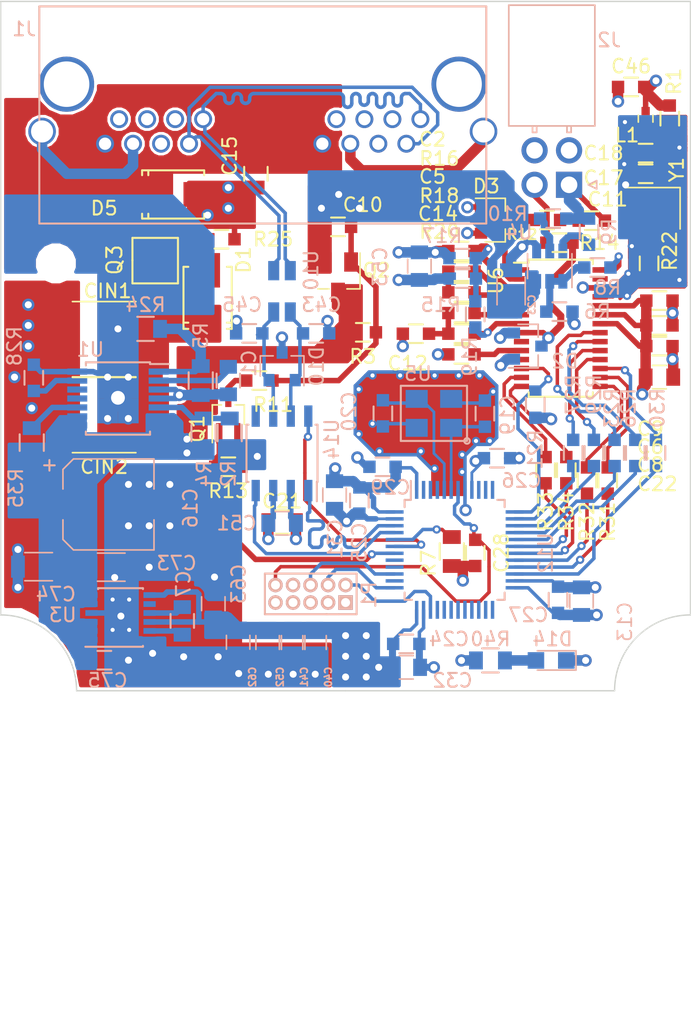
<source format=kicad_pcb>
(kicad_pcb (version 4) (host pcbnew 4.0.7-e0-6372~58~ubuntu16.10.1)
  (layers (0 F.Cu signal) (1 In1.Cu power hide) (2 In2.Cu power hide) (31 B.Cu signal) (34 B.Paste user) (35 F.Paste user) (36 B.SilkS user) (37 F.SilkS user) (38 B.Mask user) (39 F.Mask user) (44 Edge.Cuts user))
  (net 0 "")
  (net 1 EXTRESET)
  (net 2 SWCLK)
  (net 3 SWDIO)
  (net 4 SWO)
  (net 5 DGND)
  (net 6 CANTX)
  (net 7 CANRX)
  (net 8 ECANH)
  (net 9 ECANL)
  (net 10 CANSHLD)
  (net 11 ECANV+)
  (net 12 "Net-(R7-Pad2)")
  (net 13 CANSLEEP)
  (net 14 "Net-(C7-Pad1)")
  (net 15 "Net-(C7-Pad2)")
  (net 16 +3.3V)
  (net 17 "Net-(C19-Pad2)")
  (net 18 "Net-(C20-Pad2)")
  (net 19 "Net-(C1-Pad2)")
  (net 20 "Net-(C43-Pad1)")
  (net 21 "Net-(C45-Pad1)")
  (net 22 "Net-(D1-Pad2)")
  (net 23 24VVIN)
  (net 24 24VPREDIODE)
  (net 25 "Net-(D14-Pad2)")
  (net 26 "Net-(R6-Pad2)")
  (net 27 SCLK)
  (net 28 CSB)
  (net 29 SDI)
  (net 30 SDO)
  (net 31 HIGH_P_EN)
  (net 32 "Net-(Q1-Pad3)")
  (net 33 "Net-(R9-Pad2)")
  (net 34 "Net-(R10-Pad2)")
  (net 35 TDC_RX)
  (net 36 TDC_TX)
  (net 37 "Net-(C10-Pad2)")
  (net 38 HV_TX)
  (net 39 RTD1)
  (net 40 "Net-(J2-Pad2)")
  (net 41 ERRB)
  (net 42 START)
  (net 43 STOP)
  (net 44 "Net-(C2-Pad1)")
  (net 45 "Net-(C5-Pad2)")
  (net 46 "Net-(C5-Pad1)")
  (net 47 "Net-(C11-Pad2)")
  (net 48 "Net-(C12-Pad2)")
  (net 49 "Net-(C14-Pad1)")
  (net 50 "Net-(R16-Pad1)")
  (net 51 "Net-(R18-Pad1)")
  (net 52 "Net-(R20-Pad1)")
  (net 53 ENABLE_MEASUREMENT)
  (net 54 TRIGGER_MEASUREMENT)
  (net 55 RESET_MEASUREMENT)
  (net 56 "Net-(C17-Pad1)")
  (net 57 "Net-(R1-Pad2)")
  (net 58 "Net-(R22-Pad1)")
  (net 59 CLK_8MHZ)
  (net 60 "Net-(R23-Pad2)")
  (net 61 "Net-(R26-Pad2)")
  (net 62 "Net-(R27-Pad2)")
  (net 63 "Net-(R29-Pad2)")
  (net 64 "Net-(R30-Pad2)")
  (net 65 "Net-(R31-Pad2)")
  (net 66 "Net-(R32-Pad2)")
  (net 67 "Net-(R33-Pad1)")
  (net 68 "Net-(R34-Pad1)")
  (net 69 "Net-(R2-Pad1)")
  (net 70 "Net-(R24-Pad1)")
  (net 71 "Net-(R28-Pad1)")
  (net 72 "Net-(R35-Pad2)")
  (net 73 Sensorpower)
  (module Connect_Addons:RJHSE538X-02-noled (layer B.Cu) (at 35 20)
    (fp_text reference J1 (at -17.3 -4) (layer B.SilkS) (effects (justify mirror)))
    (fp_text value RJHSE-5380-02)
    (pad 9 thru_hole circle (at -4.325 2.54) (size 1.3 1.3) (drill 0.889) (layers *.Cu *.Mask) (net 8 ECANH))
    (pad 15 thru_hole circle (at -10.415 2.54) (size 1.3 1.3) (drill 0.889) (layers *.Cu *.Mask) (net 5 DGND))
    (pad 11 thru_hole circle (at -6.355 2.54) (size 1.3 1.3) (drill 0.889) (layers *.Cu *.Mask) (net 5 DGND))
    (pad 13 thru_hole circle (at -8.385 2.54) (size 1.3 1.3) (drill 0.889) (layers *.Cu *.Mask))
    (pad 10 thru_hole circle (at -5.345 4.32) (size 1.3 1.3) (drill 0.889) (layers *.Cu *.Mask) (net 9 ECANL))
    (pad 12 thru_hole circle (at -7.375 4.32) (size 1.3 1.3) (drill 0.889) (layers *.Cu *.Mask))
    (pad 14 thru_hole circle (at -9.405 4.32) (size 1.3 1.3) (drill 0.889) (layers *.Cu *.Mask) (net 10 CANSHLD))
    (pad 16 thru_hole circle (at -11.435 4.32) (size 1.3 1.3) (drill 0.889) (layers *.Cu *.Mask) (net 11 ECANV+))
    (pad "" np_thru_hole circle (at 14.225 0) (size 4 4) (drill 3.3) (layers *.Cu *.Mask))
    (pad 17 thru_hole circle (at -16 3.43) (size 2 2) (drill 1.6) (layers *.Cu *.Mask) (net 10 CANSHLD))
    (pad 8 thru_hole circle (at 4.315 4.32) (size 1.3 1.3) (drill 0.889) (layers *.Cu *.Mask) (net 11 ECANV+))
    (pad 6 thru_hole circle (at 6.345 4.32) (size 1.3 1.3) (drill 0.889) (layers *.Cu *.Mask) (net 10 CANSHLD))
    (pad 4 thru_hole circle (at 8.375 4.32) (size 1.3 1.3) (drill 0.889) (layers *.Cu *.Mask))
    (pad 2 thru_hole circle (at 10.405 4.32) (size 1.3 1.3) (drill 0.889) (layers *.Cu *.Mask) (net 9 ECANL))
    (pad 5 thru_hole circle (at 7.365 2.54) (size 1.3 1.3) (drill 0.889) (layers *.Cu *.Mask))
    (pad 3 thru_hole circle (at 9.395 2.54) (size 1.3 1.3) (drill 0.889) (layers *.Cu *.Mask) (net 5 DGND))
    (pad 7 thru_hole circle (at 5.335 2.54) (size 1.3 1.3) (drill 0.889) (layers *.Cu *.Mask) (net 5 DGND))
    (pad 1 thru_hole circle (at 11.425 2.54) (size 1.3 1.3) (drill 0.889) (layers *.Cu *.Mask) (net 8 ECANH))
    (pad "" np_thru_hole circle (at -14.225 0) (size 4 4) (drill 3.3) (layers *.Cu *.Mask))
    (pad 17 thru_hole circle (at 16 3.43) (size 2 2) (drill 1.6) (layers *.Cu *.Mask) (net 10 CANSHLD))
  )
  (module Capacitors_SMD:CP_Elec_6.3x7.7 (layer B.Cu) (at 23.812689 50.48401)
    (fp_text reference C16 (at 5.937311 0.26599 90) (layer B.SilkS) (effects (justify mirror)))
    (fp_text value 33uF)
    (fp_text user + (at -4.28 -2.91) (layer B.SilkS) (effects (justify mirror)))
    (pad 1 smd rect (at -2.7 0 180) (size 3.5 1.6) (layers B.Cu B.Paste B.Mask) (net 23 24VVIN))
    (pad 2 smd rect (at 2.7 0 180) (size 3.5 1.6) (layers B.Cu B.Paste B.Mask) (net 5 DGND))
  )
  (module Capacitors_SMD:C_0805 (layer F.Cu) (at 34.5 26.5 270)
    (fp_text reference C15 (at -1.3 1.9 270) (layer F.SilkS))
    (fp_text value "100pF 60V")
    (pad 1 smd rect (at -1 0 270) (size 1 1.25) (layers F.Cu F.Paste F.Mask) (net 11 ECANV+))
    (pad 2 smd rect (at 1 0 270) (size 1 1.25) (layers F.Cu F.Paste F.Mask) (net 5 DGND))
  )
  (module Diodes_SMD:SMA_Standard (layer F.Cu) (at 31 35.5 90)
    (fp_text reference D1 (at 2.75 2.6 90) (layer F.SilkS))
    (fp_text value BZG03C15TR)
    (pad 1 smd rect (at -1.99898 0 90) (size 2.49936 1.80086) (layers F.Cu F.Paste F.Mask) (net 24 24VPREDIODE))
    (pad 2 smd rect (at 1.99898 0 90) (size 2.49936 1.80086) (layers F.Cu F.Paste F.Mask) (net 22 "Net-(D1-Pad2)"))
  )
  (module Capacitors_SMD:C_0805 (layer B.Cu) (at 32.5 41.5 90)
    (fp_text reference C1 (at 1.25 1.5 90) (layer B.SilkS) (effects (justify mirror)))
    (fp_text value 2nFC)
    (pad 1 smd rect (at -1 0 90) (size 1 1.25) (layers B.Cu B.Paste B.Mask) (net 5 DGND))
    (pad 2 smd rect (at 1 0 90) (size 1 1.25) (layers B.Cu B.Paste B.Mask) (net 19 "Net-(C1-Pad2)"))
  )
  (module Capacitors_SMD:C_0805 (layer B.Cu) (at 29.162689 58.93401 270)
    (fp_text reference C7 (at -2.68401 -0.087311 450) (layer B.SilkS) (effects (justify mirror)))
    (fp_text value "1uF 0805ZC105KAT2A" hide)
    (pad 1 smd rect (at -1 0 270) (size 1 1.25) (layers B.Cu B.Paste B.Mask) (net 14 "Net-(C7-Pad1)"))
    (pad 2 smd rect (at 1 0 270) (size 1 1.25) (layers B.Cu B.Paste B.Mask) (net 15 "Net-(C7-Pad2)"))
  )
  (module Diodes_SMD:SMA_Standard (layer F.Cu) (at 28.5 28)
    (fp_text reference D5 (at -5 1) (layer F.SilkS))
    (fp_text value D_TVS)
    (pad 1 smd rect (at -1.99898 0) (size 2.49936 1.80086) (layers F.Cu F.Paste F.Mask) (net 11 ECANV+))
    (pad 2 smd rect (at 1.99898 0) (size 2.49936 1.80086) (layers F.Cu F.Paste F.Mask) (net 5 DGND))
  )
  (module pin_header_1:Pin_Header_Straight_2x05_Pitch1.27mm (layer B.Cu) (at 41 57.6 90)
    (fp_text reference P1 (at 0.55 1.7 90) (layer B.SilkS) (effects (justify mirror)))
    (fp_text value CONN_5X2)
    (pad 1 thru_hole rect (at 0 0 90) (size 1.05 1.05) (drill 0.65) (layers *.Cu *.Mask B.SilkS) (net 16 +3.3V))
    (pad 3 thru_hole circle (at 0 -1.27 90) (size 1.05 1.05) (drill 0.65) (layers *.Cu *.Mask B.SilkS) (net 5 DGND))
    (pad 5 thru_hole circle (at 0 -2.54 90) (size 1.05 1.05) (drill 0.65) (layers *.Cu *.Mask B.SilkS) (net 5 DGND))
    (pad 7 thru_hole circle (at 0 -3.81 90) (size 1.05 1.05) (drill 0.65) (layers *.Cu *.Mask B.SilkS) (net 5 DGND))
    (pad 9 thru_hole circle (at 0 -5.08 90) (size 1.05 1.05) (drill 0.65) (layers *.Cu *.Mask B.SilkS) (net 5 DGND))
    (pad 4 thru_hole circle (at 1.27 -1.27 90) (size 1.05 1.05) (drill 0.65) (layers *.Cu *.Mask B.SilkS) (net 2 SWCLK))
    (pad 6 thru_hole circle (at 1.27 -2.54 90) (size 1.05 1.05) (drill 0.65) (layers *.Cu *.Mask B.SilkS) (net 4 SWO))
    (pad 8 thru_hole circle (at 1.27 -3.81 90) (size 1.05 1.05) (drill 0.65) (layers *.Cu *.Mask B.SilkS))
    (pad 10 thru_hole circle (at 1.27 -5.08 90) (size 1.05 1.05) (drill 0.65) (layers *.Cu *.Mask B.SilkS) (net 1 EXTRESET))
    (pad 2 thru_hole circle (at 1.27 0 90) (size 1.05 1.05) (drill 0.65) (layers *.Cu *.Mask B.SilkS) (net 3 SWDIO))
  )
  (module Housings_QFP:LQFP-48_7x7mm_Pitch0.5mm (layer B.Cu) (at 48.903748 53.778821 270)
    (fp_text reference U12 (at 0.221179 -6.596252 450) (layer B.SilkS) (effects (justify mirror)))
    (fp_text value STM32L433CC)
    (pad 1 smd rect (at -4.35 2.75 270) (size 1.3 0.25) (layers B.Cu B.Paste B.Mask) (net 16 +3.3V))
    (pad 2 smd rect (at -4.35 2.25 270) (size 1.3 0.25) (layers B.Cu B.Paste B.Mask))
    (pad 3 smd rect (at -4.35 1.75 270) (size 1.3 0.25) (layers B.Cu B.Paste B.Mask))
    (pad 4 smd rect (at -4.35 1.25 270) (size 1.3 0.25) (layers B.Cu B.Paste B.Mask))
    (pad 5 smd rect (at -4.35 0.75 270) (size 1.3 0.25) (layers B.Cu B.Paste B.Mask) (net 18 "Net-(C20-Pad2)"))
    (pad 6 smd rect (at -4.35 0.25 270) (size 1.3 0.25) (layers B.Cu B.Paste B.Mask) (net 17 "Net-(C19-Pad2)"))
    (pad 7 smd rect (at -4.35 -0.25 270) (size 1.3 0.25) (layers B.Cu B.Paste B.Mask) (net 1 EXTRESET))
    (pad 8 smd rect (at -4.35 -0.75 270) (size 1.3 0.25) (layers B.Cu B.Paste B.Mask) (net 5 DGND))
    (pad 9 smd rect (at -4.35 -1.25 270) (size 1.3 0.25) (layers B.Cu B.Paste B.Mask) (net 16 +3.3V))
    (pad 10 smd rect (at -4.35 -1.75 270) (size 1.3 0.25) (layers B.Cu B.Paste B.Mask))
    (pad 11 smd rect (at -4.35 -2.25 270) (size 1.3 0.25) (layers B.Cu B.Paste B.Mask))
    (pad 12 smd rect (at -4.35 -2.75 270) (size 1.3 0.25) (layers B.Cu B.Paste B.Mask))
    (pad 13 smd rect (at -2.75 -4.35 180) (size 1.3 0.25) (layers B.Cu B.Paste B.Mask) (net 41 ERRB))
    (pad 14 smd rect (at -2.25 -4.35 180) (size 1.3 0.25) (layers B.Cu B.Paste B.Mask) (net 28 CSB))
    (pad 15 smd rect (at -1.75 -4.35 180) (size 1.3 0.25) (layers B.Cu B.Paste B.Mask) (net 27 SCLK))
    (pad 16 smd rect (at -1.25 -4.35 180) (size 1.3 0.25) (layers B.Cu B.Paste B.Mask) (net 30 SDO))
    (pad 17 smd rect (at -0.75 -4.35 180) (size 1.3 0.25) (layers B.Cu B.Paste B.Mask) (net 29 SDI))
    (pad 18 smd rect (at -0.25 -4.35 180) (size 1.3 0.25) (layers B.Cu B.Paste B.Mask) (net 42 START))
    (pad 19 smd rect (at 0.25 -4.35 180) (size 1.3 0.25) (layers B.Cu B.Paste B.Mask) (net 43 STOP))
    (pad 20 smd rect (at 0.75 -4.35 180) (size 1.3 0.25) (layers B.Cu B.Paste B.Mask) (net 53 ENABLE_MEASUREMENT))
    (pad 21 smd rect (at 1.25 -4.35 180) (size 1.3 0.25) (layers B.Cu B.Paste B.Mask) (net 54 TRIGGER_MEASUREMENT))
    (pad 22 smd rect (at 1.75 -4.35 180) (size 1.3 0.25) (layers B.Cu B.Paste B.Mask) (net 55 RESET_MEASUREMENT))
    (pad 23 smd rect (at 2.25 -4.35 180) (size 1.3 0.25) (layers B.Cu B.Paste B.Mask) (net 5 DGND))
    (pad 24 smd rect (at 2.75 -4.35 180) (size 1.3 0.25) (layers B.Cu B.Paste B.Mask) (net 16 +3.3V))
    (pad 25 smd rect (at 4.35 -2.75 270) (size 1.3 0.25) (layers B.Cu B.Paste B.Mask))
    (pad 26 smd rect (at 4.35 -2.25 270) (size 1.3 0.25) (layers B.Cu B.Paste B.Mask))
    (pad 27 smd rect (at 4.35 -1.75 270) (size 1.3 0.25) (layers B.Cu B.Paste B.Mask))
    (pad 28 smd rect (at 4.35 -1.25 270) (size 1.3 0.25) (layers B.Cu B.Paste B.Mask))
    (pad 29 smd rect (at 4.35 -0.75 270) (size 1.3 0.25) (layers B.Cu B.Paste B.Mask))
    (pad 30 smd rect (at 4.35 -0.25 270) (size 1.3 0.25) (layers B.Cu B.Paste B.Mask))
    (pad 31 smd rect (at 4.35 0.25 270) (size 1.3 0.25) (layers B.Cu B.Paste B.Mask))
    (pad 32 smd rect (at 4.35 0.75 270) (size 1.3 0.25) (layers B.Cu B.Paste B.Mask))
    (pad 33 smd rect (at 4.35 1.25 270) (size 1.3 0.25) (layers B.Cu B.Paste B.Mask))
    (pad 34 smd rect (at 4.35 1.75 270) (size 1.3 0.25) (layers B.Cu B.Paste B.Mask) (net 3 SWDIO))
    (pad 35 smd rect (at 4.35 2.25 270) (size 1.3 0.25) (layers B.Cu B.Paste B.Mask) (net 5 DGND))
    (pad 36 smd rect (at 4.35 2.75 270) (size 1.3 0.25) (layers B.Cu B.Paste B.Mask) (net 16 +3.3V))
    (pad 37 smd rect (at 2.75 4.35 180) (size 1.3 0.25) (layers B.Cu B.Paste B.Mask) (net 2 SWCLK))
    (pad 38 smd rect (at 2.25 4.35 180) (size 1.3 0.25) (layers B.Cu B.Paste B.Mask))
    (pad 39 smd rect (at 1.75 4.35 180) (size 1.3 0.25) (layers B.Cu B.Paste B.Mask) (net 4 SWO))
    (pad 40 smd rect (at 1.25 4.35 180) (size 1.3 0.25) (layers B.Cu B.Paste B.Mask))
    (pad 41 smd rect (at 0.75 4.35 180) (size 1.3 0.25) (layers B.Cu B.Paste B.Mask))
    (pad 42 smd rect (at 0.25 4.35 180) (size 1.3 0.25) (layers B.Cu B.Paste B.Mask) (net 31 HIGH_P_EN))
    (pad 43 smd rect (at -0.25 4.35 180) (size 1.3 0.25) (layers B.Cu B.Paste B.Mask) (net 13 CANSLEEP))
    (pad 44 smd rect (at -0.75 4.35 180) (size 1.3 0.25) (layers B.Cu B.Paste B.Mask) (net 12 "Net-(R7-Pad2)"))
    (pad 45 smd rect (at -1.25 4.35 180) (size 1.3 0.25) (layers B.Cu B.Paste B.Mask) (net 7 CANRX))
    (pad 46 smd rect (at -1.75 4.35 180) (size 1.3 0.25) (layers B.Cu B.Paste B.Mask) (net 6 CANTX))
    (pad 47 smd rect (at -2.25 4.35 180) (size 1.3 0.25) (layers B.Cu B.Paste B.Mask) (net 5 DGND))
    (pad 48 smd rect (at -2.75 4.35 180) (size 1.3 0.25) (layers B.Cu B.Paste B.Mask) (net 16 +3.3V))
  )
  (module Capacitors_SMD:C_0805 (layer B.Cu) (at 38.75 60.5 270)
    (fp_text reference C40 (at 2.5 -1 270) (layer B.SilkS) (effects (font (size 0.5 0.5) (thickness 0.125)) (justify mirror)))
    (fp_text value "1uF GRM219R71E105KA88D" hide)
    (pad 1 smd rect (at -1 0 270) (size 1 1.25) (layers B.Cu B.Paste B.Mask) (net 16 +3.3V))
    (pad 2 smd rect (at 1 0 270) (size 1 1.25) (layers B.Cu B.Paste B.Mask) (net 5 DGND))
  )
  (module TO_SOT_Packages_SMD:SOT-23 (layer B.Cu) (at 36.401421 40.467208 90)
    (fp_text reference D10 (at 0 2.5 90) (layer B.SilkS) (effects (justify mirror)))
    (fp_text value D_Schottky_x2_ACom_KKA)
    (pad 1 smd rect (at -1 0.95 90) (size 0.9 0.8) (layers B.Cu B.Paste B.Mask) (net 20 "Net-(C43-Pad1)"))
    (pad 2 smd rect (at -1 -0.95 90) (size 0.9 0.8) (layers B.Cu B.Paste B.Mask) (net 21 "Net-(C45-Pad1)"))
    (pad 3 smd rect (at 1 0 90) (size 0.9 0.8) (layers B.Cu B.Paste B.Mask) (net 5 DGND))
  )
  (module Resistors_SMD_Addons:R_0805_HandSolder (layer B.Cu) (at 26.5 37.75 180)
    (fp_text reference R24 (at 0 1.75 360) (layer B.SilkS) (effects (justify mirror)))
    (fp_text value 365K)
    (pad 1 smd rect (at -1.05 0 180) (size 1 1.3) (layers B.Cu B.Paste B.Mask) (net 70 "Net-(R24-Pad1)"))
    (pad 2 smd rect (at 1.05 0 180) (size 1 1.3) (layers B.Cu B.Paste B.Mask) (net 24 24VPREDIODE))
  )
  (module Resistors_SMD_Addons:R_0603_HandSolder (layer F.Cu) (at 32 31.25 180)
    (fp_text reference R25 (at -3.75 0 180) (layer F.SilkS))
    (fp_text value 100K)
    (pad 1 smd rect (at -0.95 0 180) (size 0.9 0.9) (layers F.Cu F.Paste F.Mask) (net 5 DGND))
    (pad 2 smd rect (at 0.95 0 180) (size 0.9 0.9) (layers F.Cu F.Paste F.Mask) (net 22 "Net-(D1-Pad2)"))
  )
  (module Resistors_SMD_Addons:R_0603_HandSolder (layer B.Cu) (at 18.4 41.3 90)
    (fp_text reference R28 (at 2.3 -1.4 270) (layer B.SilkS) (effects (justify mirror)))
    (fp_text value 2K2)
    (pad 1 smd rect (at -0.95 0 90) (size 0.9 0.9) (layers B.Cu B.Paste B.Mask) (net 71 "Net-(R28-Pad1)"))
    (pad 2 smd rect (at 0.95 0 90) (size 0.9 0.9) (layers B.Cu B.Paste B.Mask) (net 24 24VPREDIODE))
  )
  (module Housings_SOIC:SOIC-8_3.9x4.9mm_Pitch1.27mm (layer B.Cu) (at 36.391422 46.777207 90)
    (fp_text reference U14 (at 1.027207 3.608578 90) (layer B.SilkS) (effects (justify mirror)))
    (fp_text value TCAN330)
    (pad 1 smd rect (at -2.7 1.905 90) (size 1.55 0.6) (layers B.Cu B.Paste B.Mask) (net 6 CANTX))
    (pad 2 smd rect (at -2.7 0.635 90) (size 1.55 0.6) (layers B.Cu B.Paste B.Mask) (net 5 DGND))
    (pad 3 smd rect (at -2.7 -0.635 90) (size 1.55 0.6) (layers B.Cu B.Paste B.Mask) (net 16 +3.3V))
    (pad 4 smd rect (at -2.7 -1.905 90) (size 1.55 0.6) (layers B.Cu B.Paste B.Mask) (net 7 CANRX))
    (pad 5 smd rect (at 2.7 -1.905 90) (size 1.55 0.6) (layers B.Cu B.Paste B.Mask))
    (pad 6 smd rect (at 2.7 -0.635 90) (size 1.55 0.6) (layers B.Cu B.Paste B.Mask) (net 21 "Net-(C45-Pad1)"))
    (pad 7 smd rect (at 2.7 0.635 90) (size 1.55 0.6) (layers B.Cu B.Paste B.Mask) (net 20 "Net-(C43-Pad1)"))
    (pad 8 smd rect (at 2.7 1.905 90) (size 1.55 0.6) (layers B.Cu B.Paste B.Mask) (net 13 CANSLEEP))
  )
  (module Resistors_SMD_Addons:R_0805_HandSolder (layer B.Cu) (at 32.6 45.3 270)
    (fp_text reference R2 (at 2.95 0.1 270) (layer B.SilkS) (effects (justify mirror)))
    (fp_text value 10R)
    (pad 1 smd rect (at -1.05 0 270) (size 1 1.3) (layers B.Cu B.Paste B.Mask) (net 69 "Net-(R2-Pad1)"))
    (pad 2 smd rect (at 1.05 0 270) (size 1 1.3) (layers B.Cu B.Paste B.Mask) (net 5 DGND))
  )
  (module Resistors_SMD_Addons:R_0805_HandSolder (layer B.Cu) (at 30.7 45.3 90)
    (fp_text reference R4 (at -2.95 0.05 90) (layer B.SilkS) (effects (justify mirror)))
    (fp_text value 29K)
    (pad 1 smd rect (at -1.05 0 90) (size 1 1.3) (layers B.Cu B.Paste B.Mask) (net 23 24VVIN))
    (pad 2 smd rect (at 1.05 0 90) (size 1 1.3) (layers B.Cu B.Paste B.Mask) (net 69 "Net-(R2-Pad1)"))
  )
  (module Resistors_SMD_Addons:R_0805_HandSolder (layer B.Cu) (at 30.5 41.5 90)
    (fp_text reference R5 (at 3.25 0 270) (layer B.SilkS) (effects (justify mirror)))
    (fp_text value 12K)
    (pad 1 smd rect (at -1.05 0 90) (size 1 1.3) (layers B.Cu B.Paste B.Mask) (net 5 DGND))
    (pad 2 smd rect (at 1.05 0 90) (size 1 1.3) (layers B.Cu B.Paste B.Mask) (net 70 "Net-(R24-Pad1)"))
  )
  (module Housings_SSOP:MSOP-12-1EP_3x4mm_Pitch0.65mm (layer B.Cu) (at 24.687689 58.68401)
    (fp_text reference U3 (at -4.187689 -0.18401) (layer B.SilkS) (effects (justify mirror)))
    (fp_text value LTC3245)
    (pad 1 smd rect (at -2.105 1.625) (size 0.89 0.42) (layers B.Cu B.Paste B.Mask) (net 23 24VVIN))
    (pad 2 smd rect (at -2.105 0.975) (size 0.89 0.42) (layers B.Cu B.Paste B.Mask) (net 23 24VVIN))
    (pad 3 smd rect (at -2.105 0.325) (size 0.89 0.42) (layers B.Cu B.Paste B.Mask) (net 23 24VVIN))
    (pad 4 smd rect (at -2.105 -0.325) (size 0.89 0.42) (layers B.Cu B.Paste B.Mask) (net 5 DGND))
    (pad 5 smd rect (at -2.105 -0.975) (size 0.89 0.42) (layers B.Cu B.Paste B.Mask) (net 23 24VVIN))
    (pad 6 smd rect (at -2.105 -1.625) (size 0.89 0.42) (layers B.Cu B.Paste B.Mask) (net 23 24VVIN))
    (pad 7 smd rect (at 2.105 -1.625) (size 0.89 0.42) (layers B.Cu B.Paste B.Mask) (net 16 +3.3V))
    (pad 8 smd rect (at 2.105 -0.975) (size 0.89 0.42) (layers B.Cu B.Paste B.Mask))
    (pad 9 smd rect (at 2.105 -0.325) (size 0.89 0.42) (layers B.Cu B.Paste B.Mask) (net 14 "Net-(C7-Pad1)"))
    (pad 10 smd rect (at 2.105 0.325) (size 0.89 0.42) (layers B.Cu B.Paste B.Mask) (net 16 +3.3V))
    (pad 11 smd rect (at 2.105 0.975) (size 0.89 0.42) (layers B.Cu B.Paste B.Mask) (net 15 "Net-(C7-Pad2)"))
    (pad 12 smd rect (at 2.105 1.625) (size 0.89 0.42) (layers B.Cu B.Paste B.Mask) (net 5 DGND))
    (pad 13 smd rect (at 0.4125 -1.06875) (size 0.825 0.7125) (layers B.Cu B.Paste B.Mask) (net 5 DGND))
    (pad 13 smd rect (at 0.4125 -0.35625) (size 0.825 0.7125) (layers B.Cu B.Paste B.Mask) (net 5 DGND))
    (pad 13 smd rect (at 0.4125 0.35625) (size 0.825 0.7125) (layers B.Cu B.Paste B.Mask) (net 5 DGND))
    (pad 13 smd rect (at 0.4125 1.06875) (size 0.825 0.7125) (layers B.Cu B.Paste B.Mask) (net 5 DGND))
    (pad 13 smd rect (at -0.4125 -1.06875) (size 0.825 0.7125) (layers B.Cu B.Paste B.Mask) (net 5 DGND))
    (pad 13 smd rect (at -0.4125 -0.35625) (size 0.825 0.7125) (layers B.Cu B.Paste B.Mask) (net 5 DGND))
    (pad 13 smd rect (at -0.4125 0.35625) (size 0.825 0.7125) (layers B.Cu B.Paste B.Mask) (net 5 DGND))
    (pad 13 smd rect (at -0.4125 1.06875) (size 0.825 0.7125) (layers B.Cu B.Paste B.Mask) (net 5 DGND))
  )
  (module SMD-CMC-Wuerth:CMC-SMD-Wuerth (layer B.Cu) (at 36.39142 35.027207 270)
    (fp_text reference U10 (at -1.527207 -2.10858 270) (layer B.SilkS) (effects (justify mirror)))
    (fp_text value USB-CMC-Wuerth)
    (pad 2 smd rect (at 1.5 -0.6 270) (size 1.4 0.8) (layers B.Cu B.Paste B.Mask) (net 20 "Net-(C43-Pad1)"))
    (pad 4 smd rect (at -1.5 0.6 270) (size 1.4 0.8) (layers B.Cu B.Paste B.Mask) (net 9 ECANL))
    (pad 3 smd rect (at 1.5 0.6 270) (size 1.4 0.8) (layers B.Cu B.Paste B.Mask) (net 21 "Net-(C45-Pad1)"))
    (pad 1 smd rect (at -1.5 -0.6 270) (size 1.4 0.8) (layers B.Cu B.Paste B.Mask) (net 8 ECANH))
  )
  (module Crystals_Addons:Crystal_SMD_EuroQuartz_MT-4pin_3.2x2.5mm_hand (layer B.Cu) (at 47.403748 43.878821 180)
    (fp_text reference U5 (at 1.153748 2.878821 180) (layer B.SilkS) (effects (justify mirror)))
    (fp_text value 8MHz)
    (pad 1 smd rect (at -1.25 -1.05 180) (size 1.6 1.3) (layers B.Cu B.Mask) (net 17 "Net-(C19-Pad2)"))
    (pad 2 smd rect (at 1.25 -1.05 180) (size 1.6 1.3) (layers B.Cu B.Mask) (net 5 DGND))
    (pad 3 smd rect (at 1.25 1.05 180) (size 1.6 1.3) (layers B.Cu B.Mask) (net 18 "Net-(C20-Pad2)"))
    (pad 4 smd rect (at -1.25 1.05 180) (size 1.6 1.3) (layers B.Cu B.Mask) (net 5 DGND))
  )
  (module Housings_SOIC_Addons:PowerPack1212-8S_Pitch0.65mm (layer F.Cu) (at 27.2 32.8 90)
    (fp_text reference SiSS71DN3)
    (fp_text value SiSS71DN)
    (pad 8 smd rect (at 1.75 0.975 90) (size 1.3 0.405) (layers F.Cu F.Paste F.Mask) (net 11 ECANV+))
    (pad 7 smd rect (at 1.75 0.325 90) (size 1.3 0.405) (layers F.Cu F.Paste F.Mask) (net 11 ECANV+))
    (pad 6 smd rect (at 1.75 -0.325 90) (size 1.3 0.405) (layers F.Cu F.Paste F.Mask) (net 11 ECANV+))
    (pad 5 smd rect (at 1.75 -0.975 90) (size 1.3 0.405) (layers F.Cu F.Paste F.Mask) (net 11 ECANV+))
    (pad 1 smd rect (at -1.735 -0.975 90) (size 1.3 0.405) (layers F.Cu F.Paste F.Mask) (net 24 24VPREDIODE))
    (pad 2 smd rect (at -1.735 -0.325 90) (size 1.3 0.405) (layers F.Cu F.Paste F.Mask) (net 24 24VPREDIODE))
    (pad 3 smd rect (at -1.735 0.325 90) (size 1.3 0.405) (layers F.Cu F.Paste F.Mask) (net 24 24VPREDIODE))
    (pad 4 smd rect (at -1.735 0.975 90) (size 1.3 0.405) (layers F.Cu F.Paste F.Mask) (net 22 "Net-(D1-Pad2)"))
    (pad 5 smd rect (at 0.4 0 90) (size 1.725 2.235) (layers F.Cu F.Paste F.Mask) (net 11 ECANV+))
  )
  (module Capacitors_SMD:C_0805 (layer B.Cu) (at 45.4 62.3)
    (fp_text reference C32 (at 3.35 0.95) (layer B.SilkS) (effects (justify mirror)))
    (fp_text value 2,2uF)
    (pad 1 smd rect (at -1 0) (size 1 1.25) (layers B.Cu B.Paste B.Mask) (net 16 +3.3V))
    (pad 2 smd rect (at 1 0) (size 1 1.25) (layers B.Cu B.Paste B.Mask) (net 5 DGND))
  )
  (module Capacitors_SMD:C_0805 (layer B.Cu) (at 33.212689 60.48401 90)
    (fp_text reference C62 (at -2.51599 1.037311 90) (layer B.SilkS) (effects (font (size 0.5 0.5) (thickness 0.125)) (justify mirror)))
    (fp_text value 10uF)
    (pad 1 smd rect (at -1 0 90) (size 1 1.25) (layers B.Cu B.Paste B.Mask) (net 5 DGND))
    (pad 2 smd rect (at 1 0 90) (size 1 1.25) (layers B.Cu B.Paste B.Mask) (net 16 +3.3V))
  )
  (module Capacitors_SMD:C_0805 (layer B.Cu) (at 31.412689 57.68401 270)
    (fp_text reference C63 (at -1.43401 -1.837311 270) (layer B.SilkS) (effects (justify mirror)))
    (fp_text value 10uF)
    (pad 1 smd rect (at -1 0 270) (size 1 1.25) (layers B.Cu B.Paste B.Mask) (net 5 DGND))
    (pad 2 smd rect (at 1 0 270) (size 1 1.25) (layers B.Cu B.Paste B.Mask) (net 16 +3.3V))
  )
  (module Capacitors_SMD:C_1206 (layer B.Cu) (at 24.012689 55.03401)
    (fp_text reference C73 (at 4.737311 -0.28401) (layer B.SilkS) (effects (justify mirror)))
    (fp_text value "4.7uF GRM31CR71H47")
    (pad 1 smd rect (at -1.5 0) (size 1 1.6) (layers B.Cu B.Paste B.Mask) (net 23 24VVIN))
    (pad 2 smd rect (at 1.5 0) (size 1 1.6) (layers B.Cu B.Paste B.Mask) (net 5 DGND))
  )
  (module Capacitors_SMD:C_1206 (layer B.Cu) (at 18.75 55 180)
    (fp_text reference C74 (at -1.25 -2 180) (layer B.SilkS) (effects (justify mirror)))
    (fp_text value "4.7uF GRM31CR71H47" hide)
    (pad 1 smd rect (at -1.5 0 180) (size 1 1.6) (layers B.Cu B.Paste B.Mask) (net 23 24VVIN))
    (pad 2 smd rect (at 1.5 0 180) (size 1 1.6) (layers B.Cu B.Paste B.Mask) (net 5 DGND))
  )
  (module Capacitors_SMD:C_0805 (layer B.Cu) (at 40.2 49.8 270)
    (fp_text reference C31 (at 3.2 -0.05 270) (layer B.SilkS) (effects (justify mirror)))
    (fp_text value 4,7uF)
    (pad 1 smd rect (at -1 0 270) (size 1 1.25) (layers B.Cu B.Paste B.Mask) (net 16 +3.3V))
    (pad 2 smd rect (at 1 0 270) (size 1 1.25) (layers B.Cu B.Paste B.Mask) (net 5 DGND))
  )
  (module Capacitors_SMD:C_0805 (layer B.Cu) (at 58.1 57.5 90)
    (fp_text reference C13 (at -1.5 3.15 90) (layer B.SilkS) (effects (font (thickness 0.125)) (justify mirror)))
    (fp_text value 4,7uF)
    (pad 1 smd rect (at -1 0 90) (size 1 1.25) (layers B.Cu B.Paste B.Mask) (net 16 +3.3V))
    (pad 2 smd rect (at 1 0 90) (size 1 1.25) (layers B.Cu B.Paste B.Mask) (net 5 DGND))
  )
  (module Capacitors_SMD:C_0805 (layer B.Cu) (at 37.2 60.5 270)
    (fp_text reference C41 (at 2.5 -0.8 270) (layer B.SilkS) (effects (font (size 0.5 0.5) (thickness 0.125)) (justify mirror)))
    (fp_text value 10nF)
    (pad 1 smd rect (at -1 0 270) (size 1 1.25) (layers B.Cu B.Paste B.Mask) (net 16 +3.3V))
    (pad 2 smd rect (at 1 0 270) (size 1 1.25) (layers B.Cu B.Paste B.Mask) (net 5 DGND))
  )
  (module Capacitors_SMD:C_0805 (layer B.Cu) (at 36.4 51.85)
    (fp_text reference C51 (at -3.3 0) (layer B.SilkS) (effects (justify mirror)))
    (fp_text value 100nF)
    (pad 1 smd rect (at -1 0) (size 1 1.25) (layers B.Cu B.Paste B.Mask) (net 16 +3.3V))
    (pad 2 smd rect (at 1 0) (size 1 1.25) (layers B.Cu B.Paste B.Mask) (net 5 DGND))
  )
  (module Capacitors_SMD:C_0805 (layer B.Cu) (at 35.35 60.5 270)
    (fp_text reference C52 (at 2.5 -0.9 270) (layer B.SilkS) (effects (font (size 0.5 0.5) (thickness 0.125)) (justify mirror)))
    (fp_text value 1nF)
    (pad 1 smd rect (at -1 0 270) (size 1 1.25) (layers B.Cu B.Paste B.Mask) (net 16 +3.3V))
    (pad 2 smd rect (at 1 0 270) (size 1 1.25) (layers B.Cu B.Paste B.Mask) (net 5 DGND))
  )
  (module Capacitors_SMD:C_0805 (layer B.Cu) (at 46.35 33.2 90)
    (fp_text reference C53 (at -0.05 -2.85 90) (layer B.SilkS) (effects (justify mirror)))
    (fp_text value "1uF GRM219R71E105KA88D")
    (pad 1 smd rect (at -1 0 90) (size 1 1.25) (layers B.Cu B.Paste B.Mask) (net 16 +3.3V))
    (pad 2 smd rect (at 1 0 90) (size 1 1.25) (layers B.Cu B.Paste B.Mask) (net 5 DGND))
  )
  (module LEDs:LED_0805 (layer B.Cu) (at 55.9 61.8 180)
    (fp_text reference D14 (at -0.1 1.55 180) (layer B.SilkS) (effects (justify mirror)))
    (fp_text value LED)
    (pad 2 smd rect (at 1.1 0) (size 1.2 1.2) (layers B.Cu B.Paste B.Mask) (net 25 "Net-(D14-Pad2)"))
    (pad 1 smd rect (at -1.1 0) (size 1.2 1.2) (layers B.Cu B.Paste B.Mask) (net 5 DGND))
  )
  (module Resistors_SMD_Addons:R_0805_HandSolder (layer B.Cu) (at 51.5 61.8 180)
    (fp_text reference R40 (at 0 1.55 180) (layer B.SilkS) (effects (justify mirror)))
    (fp_text value R)
    (pad 1 smd rect (at -1.05 0 180) (size 1 1.3) (layers B.Cu B.Paste B.Mask) (net 25 "Net-(D14-Pad2)"))
    (pad 2 smd rect (at 1.05 0 180) (size 1 1.3) (layers B.Cu B.Paste B.Mask) (net 16 +3.3V))
  )
  (module Resistors_SMD_Addons:R_0805_HandSolder (layer F.Cu) (at 48.7 53.9 90)
    (fp_text reference R7 (at -0.85 -1.7 90) (layer F.SilkS))
    (fp_text value 10K)
    (pad 1 smd rect (at -1.05 0 90) (size 1 1.3) (layers F.Cu F.Paste F.Mask) (net 5 DGND))
    (pad 2 smd rect (at 1.05 0 90) (size 1 1.3) (layers F.Cu F.Paste F.Mask) (net 12 "Net-(R7-Pad2)"))
  )
  (module TO_SOT_Packages_SMD:SOT-23-6 (layer B.Cu) (at 55.8 33.2 90)
    (fp_text reference U4 (at 2.45 -2.25 360) (layer B.SilkS) (effects (justify mirror)))
    (fp_text value UCC27531)
    (pad 1 smd rect (at -1.1 0.95 90) (size 1.06 0.65) (layers B.Cu B.Paste B.Mask) (net 26 "Net-(R6-Pad2)"))
    (pad 2 smd rect (at -1.1 0 90) (size 1.06 0.65) (layers B.Cu B.Paste B.Mask) (net 26 "Net-(R6-Pad2)"))
    (pad 3 smd rect (at -1.1 -0.95 90) (size 1.06 0.65) (layers B.Cu B.Paste B.Mask) (net 73 Sensorpower))
    (pad 4 smd rect (at 1.1 -0.95 90) (size 1.06 0.65) (layers B.Cu B.Paste B.Mask) (net 5 DGND))
    (pad 6 smd rect (at 1.1 0.95 90) (size 1.06 0.65) (layers B.Cu B.Paste B.Mask) (net 33 "Net-(R9-Pad2)"))
    (pad 5 smd rect (at 1.1 0 90) (size 1.06 0.65) (layers B.Cu B.Paste B.Mask) (net 34 "Net-(R10-Pad2)"))
  )
  (module Housings_SSOP:TSSOP-28_4.4x9.7mm_Pitch0.65mm (layer F.Cu) (at 56.6 37.7)
    (fp_text reference U6 (at -4.7 -3.45 90) (layer F.SilkS))
    (fp_text value TDC10XX)
    (pad 1 smd rect (at -2.85 -4.225) (size 1.1 0.4) (layers F.Cu F.Paste F.Mask))
    (pad 2 smd rect (at -2.85 -3.575) (size 1.1 0.4) (layers F.Cu F.Paste F.Mask) (net 35 TDC_RX))
    (pad 3 smd rect (at -2.85 -2.925) (size 1.1 0.4) (layers F.Cu F.Paste F.Mask) (net 44 "Net-(C2-Pad1)"))
    (pad 4 smd rect (at -2.85 -2.275) (size 1.1 0.4) (layers F.Cu F.Paste F.Mask) (net 50 "Net-(R16-Pad1)"))
    (pad 5 smd rect (at -2.85 -1.625) (size 1.1 0.4) (layers F.Cu F.Paste F.Mask) (net 45 "Net-(C5-Pad2)"))
    (pad 6 smd rect (at -2.85 -0.975) (size 1.1 0.4) (layers F.Cu F.Paste F.Mask) (net 51 "Net-(R18-Pad1)"))
    (pad 7 smd rect (at -2.85 -0.325) (size 1.1 0.4) (layers F.Cu F.Paste F.Mask) (net 49 "Net-(C14-Pad1)"))
    (pad 8 smd rect (at -2.85 0.325) (size 1.1 0.4) (layers F.Cu F.Paste F.Mask) (net 39 RTD1))
    (pad 9 smd rect (at -2.85 0.975) (size 1.1 0.4) (layers F.Cu F.Paste F.Mask))
    (pad 10 smd rect (at -2.85 1.625) (size 1.1 0.4) (layers F.Cu F.Paste F.Mask) (net 52 "Net-(R20-Pad1)"))
    (pad 11 smd rect (at -2.85 2.275) (size 1.1 0.4) (layers F.Cu F.Paste F.Mask) (net 5 DGND))
    (pad 12 smd rect (at -2.85 2.925) (size 1.1 0.4) (layers F.Cu F.Paste F.Mask) (net 41 ERRB))
    (pad 13 smd rect (at -2.85 3.575) (size 1.1 0.4) (layers F.Cu F.Paste F.Mask) (net 67 "Net-(R33-Pad1)"))
    (pad 14 smd rect (at -2.85 4.225) (size 1.1 0.4) (layers F.Cu F.Paste F.Mask) (net 68 "Net-(R34-Pad1)"))
    (pad 15 smd rect (at 2.85 4.225) (size 1.1 0.4) (layers F.Cu F.Paste F.Mask) (net 66 "Net-(R32-Pad2)"))
    (pad 16 smd rect (at 2.85 3.575) (size 1.1 0.4) (layers F.Cu F.Paste F.Mask) (net 65 "Net-(R31-Pad2)"))
    (pad 17 smd rect (at 2.85 2.925) (size 1.1 0.4) (layers F.Cu F.Paste F.Mask) (net 64 "Net-(R30-Pad2)"))
    (pad 18 smd rect (at 2.85 2.275) (size 1.1 0.4) (layers F.Cu F.Paste F.Mask) (net 63 "Net-(R29-Pad2)"))
    (pad 19 smd rect (at 2.85 1.625) (size 1.1 0.4) (layers F.Cu F.Paste F.Mask) (net 62 "Net-(R27-Pad2)"))
    (pad 20 smd rect (at 2.85 0.975) (size 1.1 0.4) (layers F.Cu F.Paste F.Mask) (net 61 "Net-(R26-Pad2)"))
    (pad 21 smd rect (at 2.85 0.325) (size 1.1 0.4) (layers F.Cu F.Paste F.Mask) (net 60 "Net-(R23-Pad2)"))
    (pad 22 smd rect (at 2.85 -0.325) (size 1.1 0.4) (layers F.Cu F.Paste F.Mask) (net 16 +3.3V))
    (pad 23 smd rect (at 2.85 -0.975) (size 1.1 0.4) (layers F.Cu F.Paste F.Mask) (net 16 +3.3V))
    (pad 24 smd rect (at 2.85 -1.625) (size 1.1 0.4) (layers F.Cu F.Paste F.Mask) (net 16 +3.3V))
    (pad 25 smd rect (at 2.85 -2.275) (size 1.1 0.4) (layers F.Cu F.Paste F.Mask) (net 59 CLK_8MHZ))
    (pad 26 smd rect (at 2.85 -2.925) (size 1.1 0.4) (layers F.Cu F.Paste F.Mask) (net 5 DGND))
    (pad 27 smd rect (at 2.85 -3.575) (size 1.1 0.4) (layers F.Cu F.Paste F.Mask))
    (pad 28 smd rect (at 2.85 -4.225) (size 1.1 0.4) (layers F.Cu F.Paste F.Mask) (net 36 TDC_TX))
  )
  (module Mounting_Holes:MountingHole_2.5mm (layer F.Cu) (at 20 33)
    (fp_text reference P5 hide)
    (fp_text value CONN_01X01)
    (pad 1 np_thru_hole circle (at 0 0) (size 2.5 2.5) (drill 2.5) (layers *.Cu *.Mask))
  )
  (module Mounting_Holes:MountingHole_2.5mm (layer F.Cu) (at 62 55)
    (fp_text reference P7 hide)
    (fp_text value CONN_01X01)
    (pad 1 np_thru_hole circle (at 0 0) (size 2.5 2.5) (drill 2.5) (layers *.Cu *.Mask))
  )
  (module TO_SOT_Packages_SMD:SOT-323_SC-70_Handsoldering (layer F.Cu) (at 32.5 44 90)
    (fp_text reference Q1 (at -1 -2.25 90) (layer F.SilkS))
    (fp_text value PMF63UNE)
    (pad 1 smd rect (at -1.33 -0.65) (size 0.45 1.5) (layers F.Cu F.Paste F.Mask) (net 31 HIGH_P_EN))
    (pad 2 smd rect (at -1.33 0.65) (size 0.45 1.5) (layers F.Cu F.Paste F.Mask) (net 5 DGND))
    (pad 3 smd rect (at 1.33 0) (size 0.45 1.5) (layers F.Cu F.Paste F.Mask) (net 32 "Net-(Q1-Pad3)"))
  )
  (module TO_SOT_Packages_SMD:SuperSOT-3 (layer F.Cu) (at 40.45 34 270)
    (fp_text reference Q2 (at -0.5 -2.8 540) (layer F.SilkS))
    (fp_text value FDN5618P)
    (pad 1 smd rect (at -1.1 -0.95 270) (size 1.4 1) (layers F.Cu F.Paste F.Mask) (net 37 "Net-(C10-Pad2)"))
    (pad 2 smd rect (at -1.1 0.95 270) (size 1.4 1) (layers F.Cu F.Paste F.Mask) (net 73 Sensorpower))
    (pad 3 smd rect (at 1.1 0 270) (size 1.4 1) (layers F.Cu F.Paste F.Mask) (net 23 24VVIN))
  )
  (module TO_SOT_Packages_SMD:SOT-23 (layer F.Cu) (at 51.82 29.86)
    (fp_text reference D3 (at -0.62 -2.46) (layer F.SilkS))
    (fp_text value BAS40-04-7-F)
    (pad 1 smd rect (at -1 -0.95) (size 0.9 0.8) (layers F.Cu F.Paste F.Mask) (net 5 DGND))
    (pad 2 smd rect (at -1 0.95) (size 0.9 0.8) (layers F.Cu F.Paste F.Mask) (net 16 +3.3V))
    (pad 3 smd rect (at 1 0) (size 0.9 0.8) (layers F.Cu F.Paste F.Mask) (net 35 TDC_RX))
  )
  (module Resistors_SMD_Addons:R_0603_HandSolder (layer F.Cu) (at 42.25 38)
    (fp_text reference R3 (at 0 1.75) (layer F.SilkS))
    (fp_text value 10K)
    (pad 1 smd rect (at -0.95 0) (size 0.9 0.9) (layers F.Cu F.Paste F.Mask) (net 23 24VVIN))
    (pad 2 smd rect (at 0.95 0) (size 0.9 0.9) (layers F.Cu F.Paste F.Mask) (net 37 "Net-(C10-Pad2)"))
  )
  (module Resistors_SMD_Addons:R_0603_HandSolder (layer B.Cu) (at 56.5 36.5 180)
    (fp_text reference R6 (at -2.75 0 180) (layer B.SilkS) (effects (justify mirror)))
    (fp_text value 10K)
    (pad 1 smd rect (at -0.95 0 180) (size 0.9 0.9) (layers B.Cu B.Paste B.Mask) (net 5 DGND))
    (pad 2 smd rect (at 0.95 0 180) (size 0.9 0.9) (layers B.Cu B.Paste B.Mask) (net 26 "Net-(R6-Pad2)"))
  )
  (module Resistors_SMD_Addons:R_0603_HandSolder (layer B.Cu) (at 59.25 33.3)
    (fp_text reference R8 (at 0.75 1.45) (layer B.SilkS) (effects (justify mirror)))
    (fp_text value 0R)
    (pad 1 smd rect (at -0.95 0) (size 0.9 0.9) (layers B.Cu B.Paste B.Mask) (net 26 "Net-(R6-Pad2)"))
    (pad 2 smd rect (at 0.95 0) (size 0.9 0.9) (layers B.Cu B.Paste B.Mask) (net 36 TDC_TX))
  )
  (module Resistors_SMD_Addons:R_0603_HandSolder (layer B.Cu) (at 58.65 30.7 270)
    (fp_text reference R9 (at 0 -1.45 450) (layer B.SilkS) (effects (justify mirror)))
    (fp_text value 110R)
    (pad 1 smd rect (at -0.95 0 270) (size 0.9 0.9) (layers B.Cu B.Paste B.Mask) (net 38 HV_TX))
    (pad 2 smd rect (at 0.95 0 270) (size 0.9 0.9) (layers B.Cu B.Paste B.Mask) (net 33 "Net-(R9-Pad2)"))
  )
  (module Resistors_SMD_Addons:R_0603_HandSolder (layer B.Cu) (at 56.05 29.75 180)
    (fp_text reference R10 (at 3.3 0.35 180) (layer B.SilkS) (effects (justify mirror)))
    (fp_text value 110R)
    (pad 1 smd rect (at -0.95 0 180) (size 0.9 0.9) (layers B.Cu B.Paste B.Mask) (net 38 HV_TX))
    (pad 2 smd rect (at 0.95 0 180) (size 0.9 0.9) (layers B.Cu B.Paste B.Mask) (net 34 "Net-(R10-Pad2)"))
  )
  (module Resistors_SMD_Addons:R_0603_HandSolder (layer F.Cu) (at 34.75 41.5 180)
    (fp_text reference R11 (at -1 -1.75 180) (layer F.SilkS))
    (fp_text value "51K 1%")
    (pad 1 smd rect (at -0.95 0 180) (size 0.9 0.9) (layers F.Cu F.Paste F.Mask) (net 37 "Net-(C10-Pad2)"))
    (pad 2 smd rect (at 0.95 0 180) (size 0.9 0.9) (layers F.Cu F.Paste F.Mask) (net 32 "Net-(Q1-Pad3)"))
  )
  (module Resistors_SMD_Addons:R_0603_HandSolder (layer F.Cu) (at 55.6 29.85)
    (fp_text reference R12 (at -1.8 1.05) (layer F.SilkS) (effects (font (size 0.75 0.75))))
    (fp_text value "100R 1%")
    (pad 1 smd rect (at -0.95 0) (size 0.9 0.9) (layers F.Cu F.Paste F.Mask) (net 35 TDC_RX))
    (pad 2 smd rect (at 0.95 0) (size 0.9 0.9) (layers F.Cu F.Paste F.Mask) (net 47 "Net-(C11-Pad2)"))
  )
  (module Resistors_SMD_Addons:R_0603_HandSolder (layer F.Cu) (at 32.5 47.75)
    (fp_text reference R13 (at 0 1.75) (layer F.SilkS))
    (fp_text value 10K)
    (pad 1 smd rect (at -0.95 0) (size 0.9 0.9) (layers F.Cu F.Paste F.Mask) (net 31 HIGH_P_EN))
    (pad 2 smd rect (at 0.95 0) (size 0.9 0.9) (layers F.Cu F.Paste F.Mask) (net 5 DGND))
  )
  (module Connectors_Molex:Molex_NanoFit_2x02x2.50mm_Angled (layer B.Cu) (at 57.2 27.3 180)
    (fp_text reference J2 (at -2.9 10.5 180) (layer B.SilkS) (effects (justify mirror)))
    (fp_text value CONN_01X04)
    (pad 1 thru_hole rect (at 0 0 180) (size 1.9 1.9) (drill 1.2) (layers *.Cu *.Mask) (net 38 HV_TX))
    (pad 2 thru_hole circle (at 2.5 0 180) (size 1.9 1.9) (drill 1.2) (layers *.Cu *.Mask) (net 40 "Net-(J2-Pad2)"))
    (pad 3 thru_hole circle (at 0 2.5 180) (size 1.9 1.9) (drill 1.2) (layers *.Cu *.Mask) (net 5 DGND))
    (pad 4 thru_hole circle (at 2.5 2.5 180) (size 1.9 1.9) (drill 1.2) (layers *.Cu *.Mask) (net 5 DGND))
    (pad "" np_thru_hole circle (at 0 9.68 180) (size 1.6 1.6) (drill 1.6) (layers *.Cu *.Mask))
    (pad "" np_thru_hole circle (at 2.5 9.68 180) (size 1.6 1.6) (drill 1.6) (layers *.Cu *.Mask))
  )
  (module TO_SOT_Packages_SMD:SOT-23 (layer B.Cu) (at 54.2 39)
    (fp_text reference D2 (at 2.7 1.1) (layer B.SilkS) (effects (justify mirror)))
    (fp_text value BAS40-04-7-F)
    (pad 1 smd rect (at -1 0.95) (size 0.9 0.8) (layers B.Cu B.Paste B.Mask) (net 5 DGND))
    (pad 2 smd rect (at -1 -0.95) (size 0.9 0.8) (layers B.Cu B.Paste B.Mask) (net 16 +3.3V))
    (pad 3 smd rect (at 1 0) (size 0.9 0.8) (layers B.Cu B.Paste B.Mask) (net 39 RTD1))
  )
  (module Resistors_SMD_Addons:R_0603_HandSolder (layer F.Cu) (at 56.5 31.5 180)
    (fp_text reference R14 (at -2.9 0 180) (layer F.SilkS))
    (fp_text value "100R 1%")
    (pad 1 smd rect (at -0.95 0 180) (size 0.9 0.9) (layers F.Cu F.Paste F.Mask) (net 39 RTD1))
    (pad 2 smd rect (at 0.95 0 180) (size 0.9 0.9) (layers F.Cu F.Paste F.Mask) (net 40 "Net-(J2-Pad2)"))
  )
  (module Resistors_SMD_Addons:R_0603_HandSolder (layer B.Cu) (at 49.5 34.1)
    (fp_text reference R15 (at -1.6 1.9) (layer B.SilkS) (effects (justify mirror)))
    (fp_text value 4.99M_1%)
    (pad 1 smd rect (at -0.95 0) (size 0.9 0.9) (layers B.Cu B.Paste B.Mask) (net 16 +3.3V))
    (pad 2 smd rect (at 0.95 0) (size 0.9 0.9) (layers B.Cu B.Paste B.Mask) (net 44 "Net-(C2-Pad1)"))
  )
  (module Resistors_SMD_Addons:R_0603_HandSolder (layer F.Cu) (at 49.4 33.6 180)
    (fp_text reference R16 (at 1.6 8.2 180) (layer F.SilkS))
    (fp_text value 0R_1%)
    (pad 1 smd rect (at -0.95 0 180) (size 0.9 0.9) (layers F.Cu F.Paste F.Mask) (net 50 "Net-(R16-Pad1)"))
    (pad 2 smd rect (at 0.95 0 180) (size 0.9 0.9) (layers F.Cu F.Paste F.Mask) (net 46 "Net-(C5-Pad1)"))
  )
  (module Resistors_SMD_Addons:R_0603_HandSolder (layer B.Cu) (at 49.48 32.62 180)
    (fp_text reference R17 (at 1.48 1.62 180) (layer B.SilkS) (effects (justify mirror)))
    (fp_text value 4.99M_1%)
    (pad 1 smd rect (at -0.95 0 180) (size 0.9 0.9) (layers B.Cu B.Paste B.Mask) (net 44 "Net-(C2-Pad1)"))
    (pad 2 smd rect (at 0.95 0 180) (size 0.9 0.9) (layers B.Cu B.Paste B.Mask) (net 5 DGND))
  )
  (module Resistors_SMD_Addons:R_0603_HandSolder (layer F.Cu) (at 49.4 36.6 180)
    (fp_text reference R18 (at 1.6 8.5 180) (layer F.SilkS))
    (fp_text value 1K_1%)
    (pad 1 smd rect (at -0.95 0 180) (size 0.9 0.9) (layers F.Cu F.Paste F.Mask) (net 51 "Net-(R18-Pad1)"))
    (pad 2 smd rect (at 0.95 0 180) (size 0.9 0.9) (layers F.Cu F.Paste F.Mask) (net 48 "Net-(C12-Pad2)"))
  )
  (module Resistors_SMD_Addons:R_0603_HandSolder (layer B.Cu) (at 50.4 36.7 90)
    (fp_text reference R19 (at -3.05 -0.4 270) (layer B.SilkS) (effects (justify mirror)))
    (fp_text value 5.36K_1%)
    (pad 1 smd rect (at -0.95 0 90) (size 0.9 0.9) (layers B.Cu B.Paste B.Mask) (net 49 "Net-(C14-Pad1)"))
    (pad 2 smd rect (at 0.95 0 90) (size 0.9 0.9) (layers B.Cu B.Paste B.Mask) (net 44 "Net-(C2-Pad1)"))
  )
  (module Resistors_SMD_Addons:R_0603_HandSolder (layer F.Cu) (at 49.4 39.6 180)
    (fp_text reference R20 (at 1.6 8.9 180) (layer F.SilkS))
    (fp_text value 1K_1%)
    (pad 1 smd rect (at -0.95 0 180) (size 0.9 0.9) (layers F.Cu F.Paste F.Mask) (net 52 "Net-(R20-Pad1)"))
    (pad 2 smd rect (at 0.95 0 180) (size 0.9 0.9) (layers F.Cu F.Paste F.Mask) (net 5 DGND))
  )
  (module Resistors_SMD_Addons:R_0603_HandSolder (layer B.Cu) (at 54.75 43.25 90)
    (fp_text reference R21 (at -3.25 0 90) (layer B.SilkS) (effects (justify mirror)))
    (fp_text value 10K_1%)
    (pad 1 smd rect (at -0.95 0 90) (size 0.9 0.9) (layers B.Cu B.Paste B.Mask) (net 16 +3.3V))
    (pad 2 smd rect (at 0.95 0 90) (size 0.9 0.9) (layers B.Cu B.Paste B.Mask) (net 41 ERRB))
  )
  (module Resistors_SMD_Addons:R_0402_HandSoldering (layer F.Cu) (at 62.75 22.5 90)
    (fp_text reference L1 (at -1.2 -1.35 360) (layer F.SilkS))
    (fp_text value MPZ1005S600C)
    (pad 1 smd rect (at -0.55 0 90) (size 0.6 0.6) (layers F.Cu F.Paste F.Mask) (net 56 "Net-(C17-Pad1)"))
    (pad 2 smd rect (at 0.55 0 90) (size 0.6 0.6) (layers F.Cu F.Paste F.Mask) (net 16 +3.3V))
  )
  (module Resistors_SMD_Addons:R_0603_HandSolder (layer F.Cu) (at 64.5 22.5 270)
    (fp_text reference R1 (at -2.7 -0.3 270) (layer F.SilkS))
    (fp_text value R)
    (pad 1 smd rect (at -0.95 0 270) (size 0.9 0.9) (layers F.Cu F.Paste F.Mask) (net 16 +3.3V))
    (pad 2 smd rect (at 0.95 0 270) (size 0.9 0.9) (layers F.Cu F.Paste F.Mask) (net 57 "Net-(R1-Pad2)"))
  )
  (module Resistors_SMD_Addons:R_0603_HandSolder (layer F.Cu) (at 63 33 270)
    (fp_text reference R22 (at -0.9 -1.5 270) (layer F.SilkS))
    (fp_text value "22R 1%")
    (pad 1 smd rect (at -0.95 0 270) (size 0.9 0.9) (layers F.Cu F.Paste F.Mask) (net 58 "Net-(R22-Pad1)"))
    (pad 2 smd rect (at 0.95 0 270) (size 0.9 0.9) (layers F.Cu F.Paste F.Mask) (net 59 CLK_8MHZ))
  )
  (module Resistors_SMD_Addons:R_0603_HandSolder (layer F.Cu) (at 49.4 32.1 180)
    (fp_text reference C2 (at 2.1 8.1 180) (layer F.SilkS))
    (fp_text value "10nF 50V")
    (pad 1 smd rect (at -0.95 0 180) (size 0.9 0.9) (layers F.Cu F.Paste F.Mask) (net 44 "Net-(C2-Pad1)"))
    (pad 2 smd rect (at 0.95 0 180) (size 0.9 0.9) (layers F.Cu F.Paste F.Mask) (net 5 DGND))
  )
  (module Resistors_SMD_Addons:R_0603_HandSolder (layer F.Cu) (at 49.4 35.1)
    (fp_text reference C5 (at -2.1 -8.4) (layer F.SilkS))
    (fp_text value "10nF 50V")
    (pad 1 smd rect (at -0.95 0) (size 0.9 0.9) (layers F.Cu F.Paste F.Mask) (net 46 "Net-(C5-Pad1)"))
    (pad 2 smd rect (at 0.95 0) (size 0.9 0.9) (layers F.Cu F.Paste F.Mask) (net 45 "Net-(C5-Pad2)"))
  )
  (module Resistors_SMD_Addons:R_0603_HandSolder (layer F.Cu) (at 63.75 37.5)
    (fp_text reference C6 (at -0.65 8.8) (layer F.SilkS))
    (fp_text value "100 nF")
    (pad 1 smd rect (at -0.95 0) (size 0.9 0.9) (layers F.Cu F.Paste F.Mask) (net 16 +3.3V))
    (pad 2 smd rect (at 0.95 0) (size 0.9 0.9) (layers F.Cu F.Paste F.Mask) (net 5 DGND))
  )
  (module Resistors_SMD_Addons:R_0603_HandSolder (layer F.Cu) (at 63.75 39)
    (fp_text reference C8 (at -0.65 8.6) (layer F.SilkS))
    (fp_text value "100 nF")
    (pad 1 smd rect (at -0.95 0) (size 0.9 0.9) (layers F.Cu F.Paste F.Mask) (net 16 +3.3V))
    (pad 2 smd rect (at 0.95 0) (size 0.9 0.9) (layers F.Cu F.Paste F.Mask) (net 5 DGND))
  )
  (module Resistors_SMD_Addons:R_0603_HandSolder (layer F.Cu) (at 63.75 35.7)
    (fp_text reference C9 (at -0.65 9.3) (layer F.SilkS))
    (fp_text value "100 nF")
    (pad 1 smd rect (at -0.95 0) (size 0.9 0.9) (layers F.Cu F.Paste F.Mask) (net 16 +3.3V))
    (pad 2 smd rect (at 0.95 0) (size 0.9 0.9) (layers F.Cu F.Paste F.Mask) (net 5 DGND))
  )
  (module Resistors_SMD_Addons:R_0603_HandSolder (layer F.Cu) (at 40.45 30.35)
    (fp_text reference C10 (at 1.8 -1.6) (layer F.SilkS))
    (fp_text value "220 pF")
    (pad 1 smd rect (at -0.95 0) (size 0.9 0.9) (layers F.Cu F.Paste F.Mask) (net 73 Sensorpower))
    (pad 2 smd rect (at 0.95 0) (size 0.9 0.9) (layers F.Cu F.Paste F.Mask) (net 37 "Net-(C10-Pad2)"))
  )
  (module Resistors_SMD_Addons:R_0603_HandSolder (layer F.Cu) (at 58.85 29.9 180)
    (fp_text reference C11 (at -1.15 1.55 180) (layer F.SilkS))
    (fp_text value "100 pF 100 V")
    (pad 1 smd rect (at -0.95 0 180) (size 0.9 0.9) (layers F.Cu F.Paste F.Mask) (net 38 HV_TX))
    (pad 2 smd rect (at 0.95 0 180) (size 0.9 0.9) (layers F.Cu F.Paste F.Mask) (net 47 "Net-(C11-Pad2)"))
  )
  (module Resistors_SMD_Addons:R_0603_HandSolder (layer F.Cu) (at 46.1 38.1)
    (fp_text reference C12 (at -0.6 2.15) (layer F.SilkS))
    (fp_text value "51pF 100V")
    (pad 1 smd rect (at -0.95 0) (size 0.9 0.9) (layers F.Cu F.Paste F.Mask) (net 5 DGND))
    (pad 2 smd rect (at 0.95 0) (size 0.9 0.9) (layers F.Cu F.Paste F.Mask) (net 48 "Net-(C12-Pad2)"))
  )
  (module Resistors_SMD_Addons:R_0603_HandSolder (layer F.Cu) (at 49.4 38.1 180)
    (fp_text reference C14 (at 1.7 8.7 180) (layer F.SilkS))
    (fp_text value "51pF 100V")
    (pad 1 smd rect (at -0.95 0 180) (size 0.9 0.9) (layers F.Cu F.Paste F.Mask) (net 49 "Net-(C14-Pad1)"))
    (pad 2 smd rect (at 0.95 0 180) (size 0.9 0.9) (layers F.Cu F.Paste F.Mask) (net 48 "Net-(C12-Pad2)"))
  )
  (module Resistors_SMD_Addons:R_0603_HandSolder (layer F.Cu) (at 62.75 26.5 180)
    (fp_text reference C17 (at 3.05 -0.3 180) (layer F.SilkS))
    (fp_text value "10 nF")
    (pad 1 smd rect (at -0.95 0 180) (size 0.9 0.9) (layers F.Cu F.Paste F.Mask) (net 56 "Net-(C17-Pad1)"))
    (pad 2 smd rect (at 0.95 0 180) (size 0.9 0.9) (layers F.Cu F.Paste F.Mask) (net 5 DGND))
  )
  (module Resistors_SMD_Addons:R_0603_HandSolder (layer F.Cu) (at 62.75 25 180)
    (fp_text reference C18 (at 3.05 0 180) (layer F.SilkS))
    (fp_text value "100 nF")
    (pad 1 smd rect (at -0.95 0 180) (size 0.9 0.9) (layers F.Cu F.Paste F.Mask) (net 56 "Net-(C17-Pad1)"))
    (pad 2 smd rect (at 0.95 0 180) (size 0.9 0.9) (layers F.Cu F.Paste F.Mask) (net 5 DGND))
  )
  (module Resistors_SMD_Addons:R_0603_HandSolder (layer B.Cu) (at 51.1 43.9 270)
    (fp_text reference C19 (at 0.1 -1.65 270) (layer B.SilkS) (effects (justify mirror)))
    (fp_text value 22pF)
    (pad 1 smd rect (at -0.95 0 270) (size 0.9 0.9) (layers B.Cu B.Paste B.Mask) (net 5 DGND))
    (pad 2 smd rect (at 0.95 0 270) (size 0.9 0.9) (layers B.Cu B.Paste B.Mask) (net 17 "Net-(C19-Pad2)"))
  )
  (module Resistors_SMD_Addons:R_0603_HandSolder (layer B.Cu) (at 43.703747 43.878822 90)
    (fp_text reference C20 (at 0.128822 -2.453747 90) (layer B.SilkS) (effects (justify mirror)))
    (fp_text value 22pF)
    (pad 1 smd rect (at -0.95 0 90) (size 0.9 0.9) (layers B.Cu B.Paste B.Mask) (net 5 DGND))
    (pad 2 smd rect (at 0.95 0 90) (size 0.9 0.9) (layers B.Cu B.Paste B.Mask) (net 18 "Net-(C20-Pad2)"))
  )
  (module Resistors_SMD_Addons:R_0603_HandSolder (layer B.Cu) (at 45.4 60.6)
    (fp_text reference C24 (at 3.1 -0.35) (layer B.SilkS) (effects (justify mirror)))
    (fp_text value 100nF)
    (pad 1 smd rect (at -0.95 0) (size 0.9 0.9) (layers B.Cu B.Paste B.Mask) (net 16 +3.3V))
    (pad 2 smd rect (at 0.95 0) (size 0.9 0.9) (layers B.Cu B.Paste B.Mask) (net 5 DGND))
  )
  (module Resistors_SMD_Addons:R_0603_HandSolder (layer B.Cu) (at 42 50.2 270)
    (fp_text reference C25 (at 3.05 0 270) (layer B.SilkS) (effects (justify mirror)))
    (fp_text value 100nF)
    (pad 1 smd rect (at -0.95 0 270) (size 0.9 0.9) (layers B.Cu B.Paste B.Mask) (net 16 +3.3V))
    (pad 2 smd rect (at 0.95 0 270) (size 0.9 0.9) (layers B.Cu B.Paste B.Mask) (net 5 DGND))
  )
  (module Resistors_SMD_Addons:R_0603_HandSolder (layer B.Cu) (at 51.978748 47.128823)
    (fp_text reference C26 (at 1.771252 1.621177) (layer B.SilkS) (effects (justify mirror)))
    (fp_text value 100nF)
    (pad 1 smd rect (at -0.95 0) (size 0.9 0.9) (layers B.Cu B.Paste B.Mask) (net 16 +3.3V))
    (pad 2 smd rect (at 0.95 0) (size 0.9 0.9) (layers B.Cu B.Paste B.Mask) (net 5 DGND))
  )
  (module Resistors_SMD_Addons:R_0603_HandSolder (layer B.Cu) (at 56.4 57.4 90)
    (fp_text reference C27 (at -1.1 -2.15 180) (layer B.SilkS) (effects (justify mirror)))
    (fp_text value 100nF)
    (pad 1 smd rect (at -0.95 0 90) (size 0.9 0.9) (layers B.Cu B.Paste B.Mask) (net 16 +3.3V))
    (pad 2 smd rect (at 0.95 0 90) (size 0.9 0.9) (layers B.Cu B.Paste B.Mask) (net 5 DGND))
  )
  (module Resistors_SMD_Addons:R_0603_HandSolder (layer F.Cu) (at 50.4 54 270)
    (fp_text reference C28 (at 0 -1.9 270) (layer F.SilkS))
    (fp_text value 100nF)
    (pad 1 smd rect (at -0.95 0 270) (size 0.9 0.9) (layers F.Cu F.Paste F.Mask) (net 1 EXTRESET))
    (pad 2 smd rect (at 0.95 0 270) (size 0.9 0.9) (layers F.Cu F.Paste F.Mask) (net 5 DGND))
  )
  (module Resistors_SMD_Addons:R_0603_HandSolder (layer B.Cu) (at 43.678747 47.75382 180)
    (fp_text reference C29 (at -0.571253 -1.49618 180) (layer B.SilkS) (effects (justify mirror)))
    (fp_text value 100nF)
    (pad 1 smd rect (at -0.95 0 180) (size 0.9 0.9) (layers B.Cu B.Paste B.Mask) (net 16 +3.3V))
    (pad 2 smd rect (at 0.95 0 180) (size 0.9 0.9) (layers B.Cu B.Paste B.Mask) (net 5 DGND))
  )
  (module Resistors_SMD_Addons:R_0603_HandSolder (layer B.Cu) (at 38.866421 38.077207)
    (fp_text reference C43 (at 0.383579 -2.077207) (layer B.SilkS) (effects (justify mirror)))
    (fp_text value 100nF)
    (pad 1 smd rect (at -0.95 0) (size 0.9 0.9) (layers B.Cu B.Paste B.Mask) (net 20 "Net-(C43-Pad1)"))
    (pad 2 smd rect (at 0.95 0) (size 0.9 0.9) (layers B.Cu B.Paste B.Mask) (net 5 DGND))
  )
  (module Resistors_SMD_Addons:R_0603_HandSolder (layer B.Cu) (at 34.016421 38.077207 180)
    (fp_text reference C45 (at 0.516421 2.077207 180) (layer B.SilkS) (effects (justify mirror)))
    (fp_text value 100nF)
    (pad 1 smd rect (at -0.95 0 180) (size 0.9 0.9) (layers B.Cu B.Paste B.Mask) (net 21 "Net-(C45-Pad1)"))
    (pad 2 smd rect (at 0.95 0 180) (size 0.9 0.9) (layers B.Cu B.Paste B.Mask) (net 5 DGND))
  )
  (module Resistors_SMD_Addons:R_0603_HandSolder (layer F.Cu) (at 61.7 20.2)
    (fp_text reference C46 (at 0 -1.5) (layer F.SilkS))
    (fp_text value 100nF)
    (pad 1 smd rect (at -0.95 0) (size 0.9 0.9) (layers F.Cu F.Paste F.Mask) (net 5 DGND))
    (pad 2 smd rect (at 0.95 0) (size 0.9 0.9) (layers F.Cu F.Paste F.Mask) (net 16 +3.3V))
  )
  (module Resistors_SMD_Addons:R_0603_HandSolder (layer B.Cu) (at 23.512689 61.784009)
    (fp_text reference C75 (at 0.237311 1.465991) (layer B.SilkS) (effects (justify mirror)))
    (fp_text value 100nF)
    (pad 1 smd rect (at -0.95 0) (size 0.9 0.9) (layers B.Cu B.Paste B.Mask) (net 23 24VVIN))
    (pad 2 smd rect (at 0.95 0) (size 0.9 0.9) (layers B.Cu B.Paste B.Mask) (net 5 DGND))
  )
  (module Resistors_SMD_Addons:R_0603_HandSolder (layer B.Cu) (at 60.5 46.75 90)
    (fp_text reference R23 (at 3.25 -0.2 90) (layer B.SilkS) (effects (justify mirror)))
    (fp_text value 100R)
    (pad 1 smd rect (at -0.95 0 90) (size 0.9 0.9) (layers B.Cu B.Paste B.Mask) (net 30 SDO))
    (pad 2 smd rect (at 0.95 0 90) (size 0.9 0.9) (layers B.Cu B.Paste B.Mask) (net 60 "Net-(R23-Pad2)"))
  )
  (module Resistors_SMD_Addons:R_0603_HandSolder (layer B.Cu) (at 62 46.75 90)
    (fp_text reference R26 (at 3.25 -0.5 90) (layer B.SilkS) (effects (justify mirror)))
    (fp_text value 100R)
    (pad 1 smd rect (at -0.95 0 90) (size 0.9 0.9) (layers B.Cu B.Paste B.Mask) (net 29 SDI))
    (pad 2 smd rect (at 0.95 0 90) (size 0.9 0.9) (layers B.Cu B.Paste B.Mask) (net 61 "Net-(R26-Pad2)"))
  )
  (module Resistors_SMD_Addons:R_0603_HandSolder (layer B.Cu) (at 57.5 46.75 90)
    (fp_text reference R27 (at 4.25 0 90) (layer B.SilkS) (effects (justify mirror)))
    (fp_text value 100R)
    (pad 1 smd rect (at -0.95 0 90) (size 0.9 0.9) (layers B.Cu B.Paste B.Mask) (net 28 CSB))
    (pad 2 smd rect (at 0.95 0 90) (size 0.9 0.9) (layers B.Cu B.Paste B.Mask) (net 62 "Net-(R27-Pad2)"))
  )
  (module Resistors_SMD_Addons:R_0603_HandSolder (layer B.Cu) (at 59 46.75 90)
    (fp_text reference R29 (at 4.25 0 90) (layer B.SilkS) (effects (justify mirror)))
    (fp_text value 100R)
    (pad 1 smd rect (at -0.95 0 90) (size 0.9 0.9) (layers B.Cu B.Paste B.Mask) (net 27 SCLK))
    (pad 2 smd rect (at 0.95 0 90) (size 0.9 0.9) (layers B.Cu B.Paste B.Mask) (net 63 "Net-(R29-Pad2)"))
  )
  (module Resistors_SMD_Addons:R_0603_HandSolder (layer B.Cu) (at 63.5 46.75 90)
    (fp_text reference R30 (at 3.25 0.1 90) (layer B.SilkS) (effects (justify mirror)))
    (fp_text value 100R)
    (pad 1 smd rect (at -0.95 0 90) (size 0.9 0.9) (layers B.Cu B.Paste B.Mask) (net 55 RESET_MEASUREMENT))
    (pad 2 smd rect (at 0.95 0 90) (size 0.9 0.9) (layers B.Cu B.Paste B.Mask) (net 64 "Net-(R30-Pad2)"))
  )
  (module Resistors_SMD_Addons:R_0603_HandSolder (layer F.Cu) (at 60 48.75 90)
    (fp_text reference R31 (at -3 0 90) (layer F.SilkS))
    (fp_text value 100R)
    (pad 1 smd rect (at -0.95 0 90) (size 0.9 0.9) (layers F.Cu F.Paste F.Mask) (net 54 TRIGGER_MEASUREMENT))
    (pad 2 smd rect (at 0.95 0 90) (size 0.9 0.9) (layers F.Cu F.Paste F.Mask) (net 65 "Net-(R31-Pad2)"))
  )
  (module Resistors_SMD_Addons:R_0603_HandSolder (layer F.Cu) (at 58.5 48.75 90)
    (fp_text reference R32 (at -3 0 90) (layer F.SilkS))
    (fp_text value 100R)
    (pad 1 smd rect (at -0.95 0 90) (size 0.9 0.9) (layers F.Cu F.Paste F.Mask) (net 53 ENABLE_MEASUREMENT))
    (pad 2 smd rect (at 0.95 0 90) (size 0.9 0.9) (layers F.Cu F.Paste F.Mask) (net 66 "Net-(R32-Pad2)"))
  )
  (module Resistors_SMD_Addons:R_0603_HandSolder (layer F.Cu) (at 55.5 48 270)
    (fp_text reference R33 (at 3 0 270) (layer F.SilkS))
    (fp_text value 100R)
    (pad 1 smd rect (at -0.95 0 270) (size 0.9 0.9) (layers F.Cu F.Paste F.Mask) (net 67 "Net-(R33-Pad1)"))
    (pad 2 smd rect (at 0.95 0 270) (size 0.9 0.9) (layers F.Cu F.Paste F.Mask) (net 42 START))
  )
  (module Resistors_SMD_Addons:R_0603_HandSolder (layer F.Cu) (at 57 48 270)
    (fp_text reference R34 (at 3 0 270) (layer F.SilkS))
    (fp_text value 100R)
    (pad 1 smd rect (at -0.95 0 270) (size 0.9 0.9) (layers F.Cu F.Paste F.Mask) (net 68 "Net-(R34-Pad1)"))
    (pad 2 smd rect (at 0.95 0 270) (size 0.9 0.9) (layers F.Cu F.Paste F.Mask) (net 43 STOP))
  )
  (module Capacitors_SMD:C_0805 (layer F.Cu) (at 36.4 51.75)
    (fp_text reference C21 (at 0 -1.5) (layer F.SilkS))
    (fp_text value "1uF GRM219R71E105KA88D")
    (pad 1 smd rect (at -1 0) (size 1 1.25) (layers F.Cu F.Paste F.Mask) (net 16 +3.3V))
    (pad 2 smd rect (at 1 0) (size 1 1.25) (layers F.Cu F.Paste F.Mask) (net 5 DGND))
  )
  (module Capacitors_SMD:C_0805 (layer F.Cu) (at 63.75 41.25 180)
    (fp_text reference C22 (at 0.15 -7.75 180) (layer F.SilkS))
    (fp_text value "1uF GRM219R71E105KA88D")
    (pad 1 smd rect (at -1 0 180) (size 1 1.25) (layers F.Cu F.Paste F.Mask) (net 5 DGND))
    (pad 2 smd rect (at 1 0 180) (size 1 1.25) (layers F.Cu F.Paste F.Mask) (net 16 +3.3V))
  )
  (module Capacitors_SMD:C_1206 (layer B.Cu) (at 53 35 90)
    (fp_text reference C23 (at -1 1.5 90) (layer B.SilkS) (effects (font (size 0.5 0.5) (thickness 0.125)) (justify mirror)))
    (fp_text value "4.7uF GRM31CR71H47")
    (pad 1 smd rect (at -1.5 0 90) (size 1 1.6) (layers B.Cu B.Paste B.Mask) (net 73 Sensorpower))
    (pad 2 smd rect (at 1.5 0 90) (size 1 1.6) (layers B.Cu B.Paste B.Mask) (net 5 DGND))
  )
  (module Crystals_Addons:Crystal_SMD_ECS2025_Hand_Soldering (layer F.Cu) (at 63.25 29 180)
    (fp_text reference Y1 (at -1.75 2.8 270) (layer F.SilkS))
    (fp_text value ECS-2033-080-AU)
    (pad 1 smd rect (at -1.05 0.8 180) (size 1.6 1.1) (layers F.Cu F.Paste F.Mask) (net 57 "Net-(R1-Pad2)"))
    (pad 2 smd rect (at 1.05 0.8 180) (size 1.6 1.1) (layers F.Cu F.Paste F.Mask) (net 5 DGND))
    (pad 3 smd rect (at 1.05 -0.8 180) (size 1.6 1.1) (layers F.Cu F.Paste F.Mask) (net 58 "Net-(R22-Pad1)"))
    (pad 4 smd rect (at -1.05 -0.8 180) (size 1.6 1.1) (layers F.Cu F.Paste F.Mask) (net 56 "Net-(C17-Pad1)"))
  )
  (module Capacitors_SMD:C_2220_HandSoldering (layer F.Cu) (at 23.5 38.5)
    (fp_text reference CIN1 (at 0.25 -3.5) (layer F.SilkS))
    (fp_text value 10uF)
    (pad 1 smd rect (at -3.5 0) (size 2.4 5) (layers F.Cu F.Paste F.Mask) (net 5 DGND))
    (pad 2 smd rect (at 3.5 0) (size 2.4 5) (layers F.Cu F.Paste F.Mask) (net 24 24VPREDIODE))
  )
  (module Capacitors_SMD:C_2220_HandSoldering (layer F.Cu) (at 23.5 44)
    (fp_text reference CIN2 (at 0 3.75) (layer F.SilkS))
    (fp_text value 10uF)
    (pad 1 smd rect (at -3.5 0) (size 2.4 5) (layers F.Cu F.Paste F.Mask) (net 5 DGND))
    (pad 2 smd rect (at 3.5 0) (size 2.4 5) (layers F.Cu F.Paste F.Mask) (net 24 24VPREDIODE))
  )
  (module Resistors_SMD_Addons:R_0805_HandSolder (layer B.Cu) (at 18.25 46 90)
    (fp_text reference R35 (at -3.3 -1.15 90) (layer B.SilkS) (effects (justify mirror)))
    (fp_text value 50R)
    (pad 1 smd rect (at -1.05 0 90) (size 1 1.3) (layers B.Cu B.Paste B.Mask) (net 23 24VVIN))
    (pad 2 smd rect (at 1.05 0 90) (size 1 1.3) (layers B.Cu B.Paste B.Mask) (net 72 "Net-(R35-Pad2)"))
  )
  (module Housings_SSOP:TSSOP-14-1EP_4.4x5mm_Pitch0.65mm (layer B.Cu) (at 24.5 42.8 180)
    (fp_text reference U1 (at 2 3.55 180) (layer B.SilkS) (effects (justify mirror)))
    (fp_text value STEF01)
    (pad 15 smd rect (at -0.75 -0.9 180) (size 1.5 1.8) (layers B.Cu B.Paste B.Mask) (net 24 24VPREDIODE))
    (pad 15 smd rect (at 0.75 -0.9 180) (size 1.5 1.8) (layers B.Cu B.Paste B.Mask) (net 24 24VPREDIODE))
    (pad 15 smd rect (at 0.75 0.9 180) (size 1.5 1.8) (layers B.Cu B.Paste B.Mask) (net 24 24VPREDIODE))
    (pad 1 smd rect (at -2.95 1.95 180) (size 1.45 0.45) (layers B.Cu B.Paste B.Mask) (net 70 "Net-(R24-Pad1)"))
    (pad 2 smd rect (at -2.95 1.3 180) (size 1.45 0.45) (layers B.Cu B.Paste B.Mask) (net 19 "Net-(C1-Pad2)"))
    (pad 3 smd rect (at -2.95 0.65 180) (size 1.45 0.45) (layers B.Cu B.Paste B.Mask) (net 5 DGND))
    (pad 4 smd rect (at -2.95 0 180) (size 1.45 0.45) (layers B.Cu B.Paste B.Mask) (net 5 DGND))
    (pad 5 smd rect (at -2.95 -0.65 180) (size 1.45 0.45) (layers B.Cu B.Paste B.Mask) (net 69 "Net-(R2-Pad1)"))
    (pad 6 smd rect (at -2.95 -1.3 180) (size 1.45 0.45) (layers B.Cu B.Paste B.Mask) (net 23 24VVIN))
    (pad 7 smd rect (at -2.95 -1.95 180) (size 1.45 0.45) (layers B.Cu B.Paste B.Mask) (net 23 24VVIN))
    (pad 8 smd rect (at 2.95 -1.95 180) (size 1.45 0.45) (layers B.Cu B.Paste B.Mask) (net 23 24VVIN))
    (pad 9 smd rect (at 2.95 -1.3 180) (size 1.45 0.45) (layers B.Cu B.Paste B.Mask) (net 23 24VVIN))
    (pad 10 smd rect (at 2.95 -0.65 180) (size 1.45 0.45) (layers B.Cu B.Paste B.Mask) (net 72 "Net-(R35-Pad2)"))
    (pad 11 smd rect (at 2.95 0 180) (size 1.45 0.45) (layers B.Cu B.Paste B.Mask))
    (pad 12 smd rect (at 2.95 0.65 180) (size 1.45 0.45) (layers B.Cu B.Paste B.Mask))
    (pad 13 smd rect (at 2.95 1.3 180) (size 1.45 0.45) (layers B.Cu B.Paste B.Mask) (net 71 "Net-(R28-Pad1)"))
    (pad 14 smd rect (at 2.95 1.95 180) (size 1.45 0.45) (layers B.Cu B.Paste B.Mask) (net 24 24VPREDIODE))
    (pad 15 smd rect (at -0.75 0.9 180) (size 1.5 1.8) (layers B.Cu B.Paste B.Mask) (net 24 24VPREDIODE))
  )
  (gr_text Q3 (at 24.25 32.75 90) (layer F.SilkS) (effects (font (size 1.1 1.1))))
  (gr_arc (start 16 64) (end 16 58.5) (angle 90) (layer Edge.Cuts) (width 0.1))
  (gr_arc (start 66 64) (end 60.5 64) (angle 90) (layer Edge.Cuts) (width 0.1))
  (gr_line (start 66 14) (end 66 58.5) (angle 90) (layer Edge.Cuts) (width 0.1))
  (gr_line (start 16 58.5) (end 16 14) (angle 90) (layer Edge.Cuts) (width 0.1))
  (gr_line (start 41 64) (end 21.5 64) (angle 90) (layer Edge.Cuts) (width 0.1))
  (gr_line (start 41 64) (end 60.5 64) (angle 90) (layer Edge.Cuts) (width 0.1))
  (gr_line (start 16 14) (end 66 14) (angle 90) (layer Edge.Cuts) (width 0.1))
  (segment (start 51.4 55) (end 51.4 56.85) (width 0.254) (layer F.Cu) (net 1))
  (segment (start 49 57.5) (end 46.5 55) (width 0.254) (layer F.Cu) (net 1))
  (segment (start 50.75 57.5) (end 49 57.5) (width 0.254) (layer F.Cu) (net 1))
  (segment (start 51.4 56.85) (end 50.75 57.5) (width 0.254) (layer F.Cu) (net 1))
  (segment (start 50.3 52.2) (end 50 51.9) (width 0.254) (layer B.Cu) (net 1))
  (segment (start 49.6 51.9) (end 49.5 51.8) (width 0.254) (layer B.Cu) (net 1))
  (segment (start 50 51.9) (end 49.6 51.9) (width 0.254) (layer B.Cu) (net 1))
  (segment (start 50.3 52.2) (end 50.3 52.95) (width 0.254) (layer F.Cu) (net 1))
  (segment (start 50.3 52.95) (end 50.4 53.05) (width 0.254) (layer F.Cu) (net 1))
  (segment (start 50.4 53.05) (end 50.65 53.05) (width 0.254) (layer F.Cu) (net 1))
  (segment (start 50.65 53.05) (end 51.4 53.8) (width 0.254) (layer F.Cu) (net 1))
  (segment (start 35.92 55.38) (end 35.92 56.33) (width 0.254) (layer F.Cu) (net 1))
  (segment (start 46.5 55) (end 36.3 55) (width 0.254) (layer F.Cu) (net 1))
  (segment (start 36.3 55) (end 35.92 55.38) (width 0.254) (layer F.Cu) (net 1))
  (segment (start 51.4 53.8) (end 51.4 55) (width 0.254) (layer F.Cu) (net 1))
  (segment (start 49.153748 49.428821) (end 49.153748 50.346252) (width 0.254) (layer B.Cu) (net 1))
  (via (at 50.3 52.2) (size 0.6) (drill 0.3) (layers F.Cu B.Cu) (net 1))
  (segment (start 48.9 51.2) (end 49.5 51.8) (width 0.254) (layer B.Cu) (net 1))
  (segment (start 48.9 50.6) (end 48.9 51.2) (width 0.254) (layer B.Cu) (net 1))
  (segment (start 49.153748 50.346252) (end 48.9 50.6) (width 0.254) (layer B.Cu) (net 1))
  (segment (start 44.553748 56.528821) (end 43.228821 56.528821) (width 0.254) (layer B.Cu) (net 2))
  (segment (start 39.73 55.77) (end 39.73 56.33) (width 0.254) (layer B.Cu) (net 2))
  (segment (start 40.3 55.2) (end 39.73 55.77) (width 0.254) (layer B.Cu) (net 2))
  (segment (start 41.9 55.2) (end 40.3 55.2) (width 0.254) (layer B.Cu) (net 2))
  (segment (start 43.228821 56.528821) (end 41.9 55.2) (width 0.254) (layer B.Cu) (net 2))
  (segment (start 41 56.33) (end 41.93 56.33) (width 0.254) (layer B.Cu) (net 3))
  (segment (start 47.153748 57.153748) (end 47.153748 58.128821) (width 0.254) (layer B.Cu) (net 3))
  (segment (start 46.8 56.8) (end 47.153748 57.153748) (width 0.254) (layer B.Cu) (net 3))
  (segment (start 46 56.8) (end 46.8 56.8) (width 0.254) (layer B.Cu) (net 3))
  (segment (start 45.3 57.5) (end 46 56.8) (width 0.254) (layer B.Cu) (net 3))
  (segment (start 43.1 57.5) (end 45.3 57.5) (width 0.254) (layer B.Cu) (net 3))
  (segment (start 41.93 56.33) (end 43.1 57.5) (width 0.254) (layer B.Cu) (net 3))
  (segment (start 38.46 56.33) (end 38.46 55.54) (width 0.254) (layer B.Cu) (net 4))
  (segment (start 43.128821 55.528821) (end 44.553748 55.528821) (width 0.254) (layer B.Cu) (net 4))
  (segment (start 42.345998 54.745998) (end 43.128821 55.528821) (width 0.254) (layer B.Cu) (net 4))
  (segment (start 39.254002 54.745998) (end 42.345998 54.745998) (width 0.254) (layer B.Cu) (net 4))
  (segment (start 38.46 55.54) (end 39.254002 54.745998) (width 0.254) (layer B.Cu) (net 4))
  (segment (start 20 38.5) (end 18.5 38.5) (width 0.4) (layer F.Cu) (net 5))
  (via (at 18 39) (size 0.889) (drill 0.508) (layers F.Cu B.Cu) (net 5))
  (segment (start 18.5 38.5) (end 18 39) (width 0.4) (layer F.Cu) (net 5))
  (segment (start 20 38.5) (end 19 38.5) (width 0.4) (layer F.Cu) (net 5))
  (segment (start 19 38.5) (end 18 37.5) (width 0.4) (layer F.Cu) (net 5))
  (via (at 18 37.5) (size 0.889) (drill 0.508) (layers F.Cu B.Cu) (net 5))
  (segment (start 31.412689 56.68401) (end 31.412689 55.837311) (width 0.4) (layer B.Cu) (net 5))
  (via (at 31.5 55.75) (size 0.889) (drill 0.508) (layers F.Cu B.Cu) (net 5))
  (segment (start 31.412689 55.837311) (end 31.5 55.75) (width 0.4) (layer B.Cu) (net 5))
  (segment (start 20 44) (end 18.75 44) (width 0.2) (layer F.Cu) (net 5))
  (via (at 18.25 43.5) (size 0.889) (drill 0.508) (layers F.Cu B.Cu) (net 5))
  (segment (start 18.75 44) (end 18.25 43.5) (width 0.2) (layer F.Cu) (net 5))
  (segment (start 20 44) (end 20 46) (width 0.2) (layer F.Cu) (net 5))
  (segment (start 20 38.5) (end 19.75 38.5) (width 0.2) (layer F.Cu) (net 5))
  (segment (start 19.75 38.5) (end 17 41.25) (width 0.2) (layer F.Cu) (net 5))
  (via (at 17 41.25) (size 0.889) (drill 0.508) (layers F.Cu B.Cu) (net 5))
  (segment (start 20 38.5) (end 20 38.25) (width 0.2) (layer F.Cu) (net 5))
  (segment (start 20 38.25) (end 18 36) (width 0.2) (layer F.Cu) (net 5))
  (via (at 18 36) (size 0.889) (drill 0.508) (layers F.Cu B.Cu) (net 5))
  (segment (start 28.7 42.8) (end 27.45 42.8) (width 0.4) (layer B.Cu) (net 5))
  (segment (start 30.5 42.55) (end 28.95 42.55) (width 0.762) (layer B.Cu) (net 5))
  (segment (start 28.95 42.55) (end 29 42.5) (width 0.762) (layer F.Cu) (net 5))
  (via (at 28.95 42.55) (size 0.889) (drill 0.508) (layers F.Cu B.Cu) (net 5))
  (segment (start 32.5 42.5) (end 30.55 42.5) (width 0.762) (layer B.Cu) (net 5))
  (segment (start 30.55 42.5) (end 30.5 42.55) (width 0.762) (layer B.Cu) (net 5))
  (segment (start 33.091421 37.177209) (end 33.091421 38.052207) (width 0.762) (layer B.Cu) (net 5))
  (via (at 33.091421 37.177209) (size 0.889) (drill 0.508) (layers F.Cu B.Cu) (net 5))
  (segment (start 33.091421 38.052207) (end 33.066421 38.077207) (width 0.762) (layer B.Cu) (net 5))
  (segment (start 33.066421 38.077207) (end 33.066421 37.202209) (width 0.762) (layer B.Cu) (net 5))
  (segment (start 33.066421 37.202209) (end 33.091421 37.177209) (width 0.762) (layer B.Cu) (net 5))
  (segment (start 33.091421 37.177209) (end 33.091421 38.177208) (width 0.508) (layer B.Cu) (net 5))
  (segment (start 27.45 42.15) (end 28.65 42.15) (width 0.4) (layer B.Cu) (net 5))
  (segment (start 28.65 42.15) (end 29 42.5) (width 0.4) (layer B.Cu) (net 5))
  (segment (start 28.7 42.8) (end 29 42.5) (width 0.4) (layer B.Cu) (net 5))
  (segment (start 32.95 31.25) (end 32.95 29.45) (width 0.4) (layer F.Cu) (net 5))
  (via (at 32.5 29) (size 0.889) (drill 0.508) (layers F.Cu B.Cu) (net 5))
  (segment (start 32.5 29) (end 31.5 28) (width 0.762) (layer F.Cu) (net 5))
  (segment (start 32.95 29.45) (end 32.5 29) (width 0.4) (layer F.Cu) (net 5))
  (segment (start 60.9 22.5) (end 61 22.5) (width 0.254) (layer F.Cu) (net 5))
  (via (at 61.25 22.75) (size 0.6) (drill 0.3) (layers F.Cu B.Cu) (net 5))
  (segment (start 61 22.5) (end 61.25 22.75) (width 0.254) (layer F.Cu) (net 5))
  (segment (start 60.75 21.25) (end 60.75 20.2) (width 0.762) (layer F.Cu) (net 5))
  (via (at 60.75 21.25) (size 0.889) (drill 0.508) (layers F.Cu B.Cu) (net 5))
  (segment (start 65.65 22.7) (end 65.65 22.35) (width 0.254) (layer F.Cu) (net 5))
  (segment (start 63.6 22.35) (end 65.65 22.35) (width 0.254) (layer F.Cu) (net 5))
  (segment (start 63.45 22.5) (end 63.6 22.35) (width 0.15) (layer F.Cu) (net 5))
  (segment (start 61.8 22.5) (end 62 22.5) (width 0.254) (layer F.Cu) (net 5))
  (segment (start 61.7 22.4) (end 61.8 22.5) (width 0.254) (layer F.Cu) (net 5))
  (segment (start 60.9 22.4) (end 61.7 22.4) (width 0.254) (layer F.Cu) (net 5))
  (segment (start 60.9 22.5) (end 60.9 22.4) (width 0.254) (layer F.Cu) (net 5))
  (segment (start 62 22.5) (end 63.45 22.5) (width 0.15) (layer F.Cu) (net 5))
  (segment (start 65.65 34.4) (end 65.4 34.4) (width 0.254) (layer F.Cu) (net 5))
  (via (at 65.2 34.2) (size 0.6) (drill 0.3) (layers F.Cu B.Cu) (net 5))
  (segment (start 65.4 34.4) (end 65.2 34.2) (width 0.508) (layer F.Cu) (net 5))
  (segment (start 65.2 24.6) (end 65.4 24.6) (width 0.254) (layer F.Cu) (net 5))
  (via (at 65.2 24.6) (size 0.6) (drill 0.3) (layers F.Cu B.Cu) (net 5))
  (segment (start 65.4 24.6) (end 65.65 24.35) (width 0.254) (layer F.Cu) (net 5))
  (segment (start 65.65 23.75) (end 65.65 24.35) (width 0.254) (layer F.Cu) (net 5))
  (segment (start 65.65 24.35) (end 65.65 24.85) (width 0.254) (layer F.Cu) (net 5))
  (segment (start 65.65 24.6) (end 65.2 24.6) (width 0.254) (layer F.Cu) (net 5))
  (segment (start 65.65 24) (end 65.65 23.75) (width 0.254) (layer F.Cu) (net 5))
  (segment (start 65.65 24.15) (end 65.65 24) (width 0.254) (layer F.Cu) (net 5))
  (segment (start 65.65 24.15) (end 65.2 24.6) (width 0.254) (layer F.Cu) (net 5))
  (segment (start 65.65 24.6) (end 65.6 24.6) (width 0.254) (layer F.Cu) (net 5))
  (segment (start 65.6 24.6) (end 65.65 24.6) (width 0.254) (layer F.Cu) (net 5))
  (segment (start 61.8 25) (end 61.8 25.2) (width 0.4) (layer F.Cu) (net 5))
  (segment (start 61.8 25.2) (end 61.2 25.8) (width 0.4) (layer F.Cu) (net 5))
  (segment (start 61.8 26.5) (end 61.8 26.4) (width 0.4) (layer F.Cu) (net 5))
  (segment (start 61.8 26.4) (end 61.2 25.8) (width 0.4) (layer F.Cu) (net 5))
  (via (at 61.2 25.8) (size 0.6) (drill 0.3) (layers F.Cu B.Cu) (net 5))
  (segment (start 61.8 26.5) (end 61.8 26.8) (width 0.4) (layer F.Cu) (net 5))
  (segment (start 61.8 26.8) (end 61.3 27.3) (width 0.4) (layer F.Cu) (net 5))
  (segment (start 62.2 28.2) (end 61.3 27.3) (width 0.4) (layer F.Cu) (net 5))
  (via (at 61.3 27.3) (size 0.889) (drill 0.508) (layers F.Cu B.Cu) (net 5))
  (segment (start 61.6 31.2) (end 61.5 31.1) (width 0.254) (layer F.Cu) (net 5))
  (segment (start 61.5 31.1) (end 60.9 31.1) (width 0.254) (layer F.Cu) (net 5))
  (segment (start 60.9 31.1) (end 60.9 26.6) (width 0.254) (layer F.Cu) (net 5))
  (segment (start 60.9 26.6) (end 60.9 24.1) (width 0.254) (layer F.Cu) (net 5))
  (segment (start 60.9 24.1) (end 60.9 22.5) (width 0.254) (layer F.Cu) (net 5))
  (segment (start 61.6 32.6) (end 61.6 31.2) (width 0.254) (layer F.Cu) (net 5))
  (segment (start 57.45 36.5) (end 57.45 37.25) (width 0.762) (layer B.Cu) (net 5))
  (via (at 57.6 37.4) (size 0.889) (drill 0.508) (layers F.Cu B.Cu) (net 5))
  (segment (start 57.45 37.25) (end 57.6 37.4) (width 0.762) (layer B.Cu) (net 5))
  (segment (start 54.85 32.1) (end 54.85 31.7) (width 0.508) (layer B.Cu) (net 5))
  (segment (start 54.85 31.7) (end 54.55 31.4) (width 0.508) (layer B.Cu) (net 5))
  (segment (start 54.55 31.4) (end 54.2 31.4) (width 0.508) (layer B.Cu) (net 5))
  (segment (start 54.2 31.4) (end 53.8 31.8) (width 0.508) (layer B.Cu) (net 5))
  (segment (start 53 33.5) (end 53 32.6) (width 0.762) (layer B.Cu) (net 5))
  (via (at 53.8 31.8) (size 0.889) (drill 0.508) (layers F.Cu B.Cu) (net 5))
  (segment (start 53 32.6) (end 53.8 31.8) (width 0.762) (layer B.Cu) (net 5))
  (segment (start 47.5 32.2) (end 48.11 32.2) (width 0.762) (layer B.Cu) (net 5))
  (segment (start 48.11 32.2) (end 48.53 32.62) (width 0.762) (layer B.Cu) (net 5))
  (segment (start 46.35 32.2) (end 47.5 32.2) (width 0.762) (layer B.Cu) (net 5))
  (segment (start 47.6 32.1) (end 47.5 32.2) (width 0.762) (layer F.Cu) (net 5))
  (via (at 47.5 32.2) (size 0.889) (drill 0.508) (layers F.Cu B.Cu) (net 5))
  (segment (start 47.6 32.1) (end 48.45 32.1) (width 0.762) (layer F.Cu) (net 5))
  (segment (start 64.75 41.25) (end 64.75 40) (width 0.762) (layer F.Cu) (net 5))
  (via (at 64.7 39.95) (size 0.889) (drill 0.508) (layers F.Cu B.Cu) (net 5))
  (segment (start 64.7 39.95) (end 64.7 39) (width 0.762) (layer F.Cu) (net 5))
  (segment (start 64.75 40) (end 64.7 39.95) (width 0.762) (layer F.Cu) (net 5))
  (segment (start 64.7 37.5) (end 64.7 36.6) (width 0.762) (layer F.Cu) (net 5))
  (via (at 64.7 36.6) (size 0.889) (drill 0.508) (layers F.Cu B.Cu) (net 5))
  (segment (start 64.7 36.6) (end 64.7 35.7) (width 0.762) (layer F.Cu) (net 5))
  (segment (start 37.4 51.75) (end 37.4 53) (width 0.762) (layer F.Cu) (net 5))
  (via (at 37.4 53) (size 0.889) (drill 0.508) (layers F.Cu B.Cu) (net 5))
  (segment (start 37.4 53) (end 37.4 51.8) (width 0.508) (layer B.Cu) (net 5))
  (segment (start 34.5 27.5) (end 33.5 28.5) (width 0.4) (layer F.Cu) (net 5))
  (segment (start 32 28) (end 32.5 27.5) (width 0.762) (layer F.Cu) (net 5))
  (via (at 32.5 27.5) (size 0.889) (drill 0.508) (layers F.Cu B.Cu) (net 5))
  (segment (start 32 28) (end 30.49898 28) (width 0.762) (layer F.Cu) (net 5))
  (segment (start 33.5 28.5) (end 32.5 27.5) (width 0.4) (layer F.Cu) (net 5))
  (segment (start 48.7 54.95) (end 49.2 54.95) (width 0.762) (layer F.Cu) (net 5))
  (segment (start 49.2 54.95) (end 49.5 55.25) (width 0.762) (layer F.Cu) (net 5))
  (via (at 49.5 56) (size 0.889) (drill 0.508) (layers F.Cu B.Cu) (net 5))
  (segment (start 49.5 55.25) (end 49.5 56) (width 0.762) (layer F.Cu) (net 5))
  (segment (start 50.4 54.95) (end 48.7 54.95) (width 0.762) (layer F.Cu) (net 5))
  (segment (start 17.25 55) (end 17.25 56.5) (width 0.762) (layer B.Cu) (net 5))
  (via (at 17.25 56.5) (size 0.889) (drill 0.508) (layers F.Cu B.Cu) (net 5))
  (segment (start 17.25 55) (end 17.25 53.75) (width 0.762) (layer B.Cu) (net 5))
  (via (at 17.25 53.75) (size 0.889) (drill 0.508) (layers F.Cu B.Cu) (net 5))
  (segment (start 33.212689 61.48401) (end 33.212689 62.712689) (width 0.4) (layer B.Cu) (net 5))
  (via (at 33.25 62.75) (size 0.889) (drill 0.508) (layers F.Cu B.Cu) (net 5))
  (segment (start 33.212689 62.712689) (end 33.25 62.75) (width 0.4) (layer B.Cu) (net 5))
  (segment (start 35.35 61.5) (end 35.35 62.75) (width 0.4) (layer B.Cu) (net 5))
  (via (at 35.4 62.8) (size 0.889) (drill 0.508) (layers F.Cu B.Cu) (net 5))
  (segment (start 35.35 62.75) (end 35.4 62.8) (width 0.4) (layer B.Cu) (net 5))
  (segment (start 37.2 61.5) (end 37.2 62.8) (width 0.4) (layer B.Cu) (net 5))
  (via (at 37.2 62.8) (size 0.889) (drill 0.508) (layers F.Cu B.Cu) (net 5))
  (segment (start 38.75 61.5) (end 38.75 62.75) (width 0.4) (layer B.Cu) (net 5))
  (via (at 38.8 62.8) (size 0.889) (drill 0.508) (layers F.Cu B.Cu) (net 5))
  (segment (start 38.75 62.75) (end 38.8 62.8) (width 0.4) (layer B.Cu) (net 5))
  (segment (start 33.45 47.75) (end 33.85 47.75) (width 0.4) (layer F.Cu) (net 5))
  (segment (start 33.85 47.75) (end 34.6 47) (width 0.4) (layer F.Cu) (net 5))
  (via (at 34.6 47) (size 0.889) (drill 0.508) (layers F.Cu B.Cu) (net 5))
  (segment (start 37.026422 49.477207) (end 37.026422 51.426422) (width 0.4) (layer B.Cu) (net 5))
  (segment (start 37.026422 51.426422) (end 37.4 51.8) (width 0.4) (layer B.Cu) (net 5))
  (segment (start 57 61.8) (end 58.4 61.8) (width 0.762) (layer B.Cu) (net 5))
  (via (at 58.4 61.8) (size 0.889) (drill 0.508) (layers F.Cu B.Cu) (net 5))
  (segment (start 30.49898 28) (end 30.49898 28.99898) (width 0.762) (layer F.Cu) (net 5))
  (via (at 31 29.5) (size 0.889) (drill 0.508) (layers F.Cu B.Cu) (net 5))
  (segment (start 30.49898 28.99898) (end 31 29.5) (width 0.762) (layer F.Cu) (net 5))
  (segment (start 30.49898 28) (end 31.5 28) (width 0.762) (layer F.Cu) (net 5))
  (segment (start 30.49898 28) (end 30.49898 27.50102) (width 0.762) (layer F.Cu) (net 5))
  (segment (start 46.35 32.2) (end 44.85 32.2) (width 0.762) (layer B.Cu) (net 5))
  (via (at 44.85 32.2) (size 0.889) (drill 0.508) (layers F.Cu B.Cu) (net 5))
  (segment (start 48.11 32.2) (end 48.53 32.62) (width 0.762) (layer B.Cu) (net 5))
  (segment (start 45.15 38.1) (end 45.15 39) (width 0.508) (layer F.Cu) (net 5))
  (via (at 45.15 39) (size 0.889) (drill 0.508) (layers F.Cu B.Cu) (net 5))
  (segment (start 48.45 39.6) (end 47.7 39.6) (width 0.508) (layer F.Cu) (net 5))
  (via (at 47.7 39.6) (size 0.889) (drill 0.508) (layers F.Cu B.Cu) (net 5))
  (segment (start 58.225 34.775) (end 58.2 34.75) (width 0.4) (layer F.Cu) (net 5))
  (via (at 58.2 34.75) (size 0.889) (drill 0.508) (layers F.Cu B.Cu) (net 5))
  (segment (start 59.45 34.775) (end 58.225 34.775) (width 0.4) (layer F.Cu) (net 5))
  (segment (start 60.382944 34.775) (end 59.45 34.775) (width 0.254) (layer F.Cu) (net 5))
  (segment (start 33.15 45.33) (end 33.15 46.65) (width 0.4) (layer F.Cu) (net 5))
  (segment (start 33.45 46.95) (end 33.45 47.75) (width 0.4) (layer F.Cu) (net 5))
  (segment (start 33.15 46.65) (end 33.45 46.95) (width 0.4) (layer F.Cu) (net 5))
  (segment (start 51.1 42.95) (end 51.1 42.9) (width 0.254) (layer B.Cu) (net 5))
  (segment (start 51.1 42.9) (end 51.7 42.3) (width 0.254) (layer B.Cu) (net 5))
  (via (at 51.7 42.3) (size 0.6) (drill 0.3) (layers F.Cu B.Cu) (net 5))
  (segment (start 49.653748 49.428821) (end 49.653748 50.853748) (width 0.254) (layer B.Cu) (net 5))
  (via (at 49.7 50.9) (size 0.889) (drill 0.508) (layers F.Cu B.Cu) (net 5))
  (segment (start 49.653748 50.853748) (end 49.7 50.9) (width 0.254) (layer B.Cu) (net 5))
  (segment (start 46.35 60.6) (end 46.35 62.25) (width 0.508) (layer B.Cu) (net 5))
  (segment (start 46.35 62.25) (end 46.4 62.3) (width 0.508) (layer B.Cu) (net 5))
  (segment (start 46.4 62.3) (end 47.4 62.3) (width 0.508) (layer B.Cu) (net 5))
  (via (at 47.4 62.3) (size 0.889) (drill 0.508) (layers F.Cu B.Cu) (net 5))
  (segment (start 46.35 60.6) (end 46.35 59.75) (width 0.254) (layer B.Cu) (net 5))
  (segment (start 46.653748 59.446252) (end 46.653748 58.128821) (width 0.254) (layer B.Cu) (net 5))
  (segment (start 46.35 59.75) (end 46.653748 59.446252) (width 0.254) (layer B.Cu) (net 5))
  (segment (start 42 51.15) (end 41.625 51.15) (width 0.762) (layer B.Cu) (net 5))
  (segment (start 41.625 51.15) (end 41.075 51.7) (width 0.762) (layer B.Cu) (net 5))
  (segment (start 40.2 50.8) (end 40.2 50.825) (width 0.762) (layer B.Cu) (net 5))
  (segment (start 40.2 50.825) (end 41.075 51.7) (width 0.762) (layer B.Cu) (net 5))
  (via (at 41.075 51.7) (size 0.889) (drill 0.508) (layers F.Cu B.Cu) (net 5))
  (segment (start 53.2 39.95) (end 52.7 39.95) (width 0.762) (layer B.Cu) (net 5))
  (segment (start 52.675 39.975) (end 52.25 40.4) (width 0.4) (layer F.Cu) (net 5))
  (via (at 52.25 40.4) (size 0.889) (drill 0.508) (layers F.Cu B.Cu) (net 5))
  (segment (start 52.675 39.975) (end 53.75 39.975) (width 0.4) (layer F.Cu) (net 5))
  (segment (start 52.7 39.95) (end 52.25 40.4) (width 0.762) (layer B.Cu) (net 5))
  (segment (start 58.1 56.5) (end 59.1 56.5) (width 0.762) (layer B.Cu) (net 5))
  (via (at 59.1 56.5) (size 0.889) (drill 0.508) (layers F.Cu B.Cu) (net 5))
  (segment (start 58.1 56.5) (end 56.45 56.5) (width 0.762) (layer B.Cu) (net 5))
  (segment (start 56.45 56.5) (end 56.4 56.45) (width 0.762) (layer B.Cu) (net 5))
  (segment (start 53.253748 56.028821) (end 55.978821 56.028821) (width 0.254) (layer B.Cu) (net 5))
  (segment (start 55.978821 56.028821) (end 56.4 56.45) (width 0.254) (layer B.Cu) (net 5))
  (segment (start 52.728748 47.128823) (end 53.561177 47.138823) (width 0.508) (layer B.Cu) (net 5))
  (via (at 53.58 47.12) (size 0.889) (drill 0.508) (layers F.Cu B.Cu) (net 5))
  (segment (start 53.561177 47.138823) (end 53.58 47.12) (width 0.508) (layer B.Cu) (net 5))
  (segment (start 50.82 28.91) (end 49.85 28.91) (width 0.4) (layer F.Cu) (net 5))
  (via (at 49.83 28.93) (size 0.889) (drill 0.508) (layers F.Cu B.Cu) (net 5))
  (segment (start 49.85 28.91) (end 49.83 28.93) (width 0.4) (layer F.Cu) (net 5))
  (segment (start 40.35 50.95) (end 40.2 50.8) (width 0.4) (layer B.Cu) (net 5))
  (segment (start 43.2 51.528821) (end 42.578821 51.528821) (width 0.4) (layer B.Cu) (net 5))
  (segment (start 42.578821 51.528821) (end 42 50.95) (width 0.4) (layer B.Cu) (net 5))
  (segment (start 44.553748 51.528821) (end 43.2 51.528821) (width 0.2) (layer B.Cu) (net 5))
  (segment (start 42.578821 51.528821) (end 42 50.95) (width 0.2) (layer B.Cu) (net 5))
  (via (at 41.953745 42.128822) (size 0.6) (drill 0.3) (layers F.Cu B.Cu) (net 5))
  (via (at 42.953746 41.128821) (size 0.6) (drill 0.3) (layers F.Cu B.Cu) (net 5))
  (segment (start 24.262689 61.784009) (end 25.262689 61.78401) (width 0.762) (layer B.Cu) (net 5))
  (via (at 31.762689 61.53401) (size 0.889) (drill 0.508) (layers F.Cu B.Cu) (net 5))
  (segment (start 29.262689 61.53401) (end 31.762689 61.53401) (width 0.762) (layer F.Cu) (net 5))
  (via (at 29.262689 61.53401) (size 0.889) (drill 0.508) (layers F.Cu B.Cu) (net 5))
  (segment (start 27.262689 61.53401) (end 29.262689 61.53401) (width 0.762) (layer B.Cu) (net 5))
  (segment (start 27.01269 61.28401) (end 27.262689 61.53401) (width 0.762) (layer B.Cu) (net 5))
  (via (at 27.01269 61.28401) (size 0.889) (drill 0.508) (layers F.Cu B.Cu) (net 5))
  (segment (start 25.762689 61.28401) (end 27.01269 61.28401) (width 0.762) (layer F.Cu) (net 5))
  (segment (start 25.262689 61.78401) (end 25.762689 61.28401) (width 0.762) (layer F.Cu) (net 5))
  (via (at 25.262689 61.78401) (size 0.889) (drill 0.508) (layers F.Cu B.Cu) (net 5))
  (segment (start 25.01269 55.03401) (end 26.762689 55.03401) (width 0.762) (layer B.Cu) (net 5))
  (via (at 26.762689 55.03401) (size 0.889) (drill 0.508) (layers F.Cu B.Cu) (net 5))
  (segment (start 26.762689 55.03401) (end 25.512689 55.03401) (width 0.762) (layer B.Cu) (net 5))
  (segment (start 25.01269 55.03401) (end 24.262689 55.78401) (width 0.762) (layer B.Cu) (net 5))
  (via (at 24.262689 55.78401) (size 0.889) (drill 0.508) (layers F.Cu B.Cu) (net 5))
  (segment (start 26.51269 50.48401) (end 26.51269 50.284009) (width 0.762) (layer B.Cu) (net 5))
  (segment (start 26.51269 50.284009) (end 25.26269 49.034009) (width 0.762) (layer B.Cu) (net 5))
  (via (at 28.262689 49.03401) (size 0.889) (drill 0.508) (layers F.Cu B.Cu) (net 5))
  (segment (start 26.762689 49.03401) (end 28.262689 49.03401) (width 0.762) (layer B.Cu) (net 5))
  (via (at 26.762689 49.03401) (size 0.889) (drill 0.508) (layers F.Cu B.Cu) (net 5))
  (segment (start 25.26269 49.034009) (end 26.762689 49.03401) (width 0.762) (layer F.Cu) (net 5))
  (via (at 25.26269 49.034009) (size 0.889) (drill 0.508) (layers F.Cu B.Cu) (net 5))
  (segment (start 26.51269 50.48401) (end 26.712689 50.484009) (width 0.762) (layer B.Cu) (net 5))
  (segment (start 26.712689 50.484009) (end 28.262689 52.034009) (width 0.762) (layer B.Cu) (net 5))
  (via (at 28.262689 52.034009) (size 0.889) (drill 0.508) (layers F.Cu B.Cu) (net 5))
  (segment (start 28.262689 52.034009) (end 26.762689 52.034009) (width 0.762) (layer F.Cu) (net 5))
  (via (at 26.762689 52.034009) (size 0.889) (drill 0.508) (layers F.Cu B.Cu) (net 5))
  (segment (start 26.762689 52.034009) (end 25.26269 52.03401) (width 0.762) (layer B.Cu) (net 5))
  (via (at 25.26269 52.03401) (size 0.889) (drill 0.508) (layers F.Cu B.Cu) (net 5))
  (segment (start 25.112689 57.38401) (end 25.31269 57.38401) (width 0.762) (layer F.Cu) (net 5))
  (segment (start 25.31269 57.38401) (end 25.08144 57.61526) (width 0.762) (layer B.Cu) (net 5))
  (via (at 25.31269 57.38401) (size 0.6) (drill 0.3) (layers F.Cu B.Cu) (net 5))
  (segment (start 25.08144 57.61526) (end 25.100189 57.61526) (width 0.762) (layer B.Cu) (net 5))
  (segment (start 24.312689 57.184011) (end 24.11269 57.38401) (width 0.762) (layer F.Cu) (net 5))
  (segment (start 24.11269 57.38401) (end 24.275189 57.54651) (width 0.762) (layer B.Cu) (net 5))
  (via (at 24.11269 57.38401) (size 0.6) (drill 0.3) (layers F.Cu B.Cu) (net 5))
  (segment (start 24.275189 57.54651) (end 24.275189 57.61526) (width 0.762) (layer B.Cu) (net 5))
  (segment (start 24.312689 59.58401) (end 24.112689 59.584009) (width 0.762) (layer F.Cu) (net 5))
  (segment (start 24.112689 59.584009) (end 24.275189 59.746509) (width 0.762) (layer B.Cu) (net 5))
  (via (at 24.112689 59.584009) (size 0.6) (drill 0.3) (layers F.Cu B.Cu) (net 5))
  (segment (start 24.275189 59.746509) (end 24.275189 59.75276) (width 0.762) (layer B.Cu) (net 5))
  (via (at 25.31269 59.58401) (size 0.6) (drill 0.3) (layers F.Cu B.Cu) (net 5))
  (segment (start 25.31269 59.58401) (end 25.143939 59.75276) (width 0.762) (layer B.Cu) (net 5))
  (segment (start 25.143939 59.75276) (end 25.100189 59.75276) (width 0.762) (layer B.Cu) (net 5))
  (via (at 24.712689 58.58401) (size 0.889) (drill 0.508) (layers F.Cu B.Cu) (net 5))
  (segment (start 24.712689 58.58401) (end 24.96894 58.32776) (width 0.762) (layer B.Cu) (net 5))
  (segment (start 24.96894 58.32776) (end 24.900189 58.32776) (width 0.762) (layer B.Cu) (net 5))
  (segment (start 43.703747 44.628821) (end 43.203748 44.628821) (width 0.254) (layer B.Cu) (net 5))
  (via (at 42.953746 44.628823) (size 0.6) (drill 0.3) (layers F.Cu B.Cu) (net 5))
  (segment (start 43.203748 44.628821) (end 42.953746 44.628823) (width 0.254) (layer B.Cu) (net 5))
  (segment (start 43.703747 44.628821) (end 45.853748 44.62882) (width 0.254) (layer B.Cu) (net 5))
  (segment (start 45.853748 44.62882) (end 46.153748 44.928821) (width 0.254) (layer B.Cu) (net 5))
  (segment (start 51.203747 43.128822) (end 48.953746 43.128822) (width 0.254) (layer B.Cu) (net 5))
  (segment (start 48.953746 43.128822) (end 48.653746 42.828822) (width 0.254) (layer B.Cu) (net 5))
  (segment (start 22.582689 58.35901) (end 24.243939 58.35901) (width 0.4) (layer B.Cu) (net 5))
  (segment (start 24.243939 58.35901) (end 24.275189 58.32776) (width 0.4) (layer B.Cu) (net 5))
  (segment (start 31.187689 56.684009) (end 31.16269 56.684009) (width 0.762) (layer B.Cu) (net 5))
  (segment (start 31.16269 56.684009) (end 29.76269 55.284009) (width 0.762) (layer B.Cu) (net 5))
  (segment (start 42.903746 47.828821) (end 42.603746 47.828821) (width 0.508) (layer B.Cu) (net 5))
  (segment (start 42.603746 47.828821) (end 41.853747 47.078823) (width 0.508) (layer B.Cu) (net 5))
  (via (at 41.853747 47.078823) (size 0.889) (drill 0.508) (layers F.Cu B.Cu) (net 5))
  (segment (start 49.653747 48.12882) (end 49.453747 48.12882) (width 0.254) (layer B.Cu) (net 5))
  (via (at 49.453747 48.12882) (size 0.6) (drill 0.3) (layers F.Cu B.Cu) (net 5))
  (segment (start 49.703748 46.87882) (end 49.453746 46.878821) (width 0.254) (layer B.Cu) (net 5))
  (via (at 49.453746 46.878821) (size 0.6) (drill 0.3) (layers F.Cu B.Cu) (net 5))
  (segment (start 50.453745 46.12882) (end 50.453748 45.878821) (width 0.254) (layer B.Cu) (net 5))
  (via (at 50.453748 45.878821) (size 0.6) (drill 0.3) (layers F.Cu B.Cu) (net 5))
  (segment (start 51.703746 45.878821) (end 51.453747 45.878821) (width 0.254) (layer B.Cu) (net 5))
  (via (at 51.453747 45.878821) (size 0.6) (drill 0.3) (layers F.Cu B.Cu) (net 5))
  (segment (start 51.203747 43.128822) (end 51.203747 42.878823) (width 0.254) (layer B.Cu) (net 5))
  (segment (start 50.953748 40.878821) (end 50.703747 41.12882) (width 0.254) (layer B.Cu) (net 5))
  (via (at 50.703747 41.12882) (size 0.6) (drill 0.3) (layers F.Cu B.Cu) (net 5))
  (segment (start 49.203747 40.878823) (end 49.203747 41.128822) (width 0.254) (layer B.Cu) (net 5))
  (via (at 49.203747 41.128822) (size 0.6) (drill 0.3) (layers F.Cu B.Cu) (net 5))
  (segment (start 47.453746 40.878821) (end 47.453747 41.128822) (width 0.254) (layer B.Cu) (net 5))
  (via (at 47.453747 41.128822) (size 0.6) (drill 0.3) (layers F.Cu B.Cu) (net 5))
  (segment (start 44.953747 40.878821) (end 44.953747 41.12882) (width 0.254) (layer B.Cu) (net 5))
  (via (at 44.953747 41.12882) (size 0.6) (drill 0.3) (layers F.Cu B.Cu) (net 5))
  (segment (start 42.453748 41.128821) (end 42.953746 41.128821) (width 0.254) (layer B.Cu) (net 5))
  (segment (start 41.703746 41.878823) (end 41.953745 42.128822) (width 0.254) (layer B.Cu) (net 5))
  (segment (start 41.703747 45.378821) (end 41.953745 45.378819) (width 0.254) (layer B.Cu) (net 5))
  (via (at 41.953745 45.378819) (size 0.6) (drill 0.3) (layers F.Cu B.Cu) (net 5))
  (segment (start 43.203748 46.878821) (end 43.453747 46.628823) (width 0.254) (layer B.Cu) (net 5))
  (via (at 43.453747 46.628823) (size 0.6) (drill 0.3) (layers F.Cu B.Cu) (net 5))
  (segment (start 46.203746 46.878821) (end 46.453745 46.628822) (width 0.254) (layer B.Cu) (net 5))
  (via (at 46.453745 46.628822) (size 0.6) (drill 0.3) (layers F.Cu B.Cu) (net 5))
  (via (at 47.453746 47.878822) (size 0.6) (drill 0.3) (layers F.Cu B.Cu) (net 5))
  (segment (start 49.653746 46.928824) (end 49.703748 46.87882) (width 0.254) (layer B.Cu) (net 5))
  (segment (start 49.703748 46.87882) (end 50.453745 46.12882) (width 0.254) (layer B.Cu) (net 5))
  (segment (start 50.453745 46.12882) (end 51.453747 46.12882) (width 0.254) (layer B.Cu) (net 5))
  (segment (start 51.453747 46.12882) (end 51.703746 45.878821) (width 0.254) (layer B.Cu) (net 5))
  (segment (start 51.703746 45.878821) (end 51.953747 45.628822) (width 0.254) (layer B.Cu) (net 5))
  (segment (start 51.953747 45.628822) (end 51.953747 42.37882) (width 0.254) (layer B.Cu) (net 5))
  (segment (start 51.953747 42.37882) (end 51.953746 41.878821) (width 0.254) (layer B.Cu) (net 5))
  (segment (start 51.953746 41.878821) (end 50.953748 40.878821) (width 0.254) (layer B.Cu) (net 5))
  (segment (start 50.953748 40.878821) (end 49.203747 40.878823) (width 0.254) (layer B.Cu) (net 5))
  (segment (start 49.203747 40.878823) (end 47.453746 40.878821) (width 0.254) (layer B.Cu) (net 5))
  (segment (start 47.453746 40.878821) (end 44.953747 40.878821) (width 0.254) (layer B.Cu) (net 5))
  (segment (start 44.953747 40.878821) (end 42.703747 40.878822) (width 0.254) (layer B.Cu) (net 5))
  (segment (start 42.703747 40.878822) (end 42.453748 41.128821) (width 0.254) (layer B.Cu) (net 5))
  (segment (start 42.453748 41.128821) (end 41.703746 41.878823) (width 0.254) (layer B.Cu) (net 5))
  (segment (start 41.703746 41.878823) (end 41.703747 45.378821) (width 0.254) (layer B.Cu) (net 5))
  (segment (start 41.703747 45.378821) (end 43.203748 46.878821) (width 0.254) (layer B.Cu) (net 5))
  (segment (start 43.203748 46.878821) (end 46.203746 46.878821) (width 0.254) (layer B.Cu) (net 5))
  (segment (start 46.203746 46.878821) (end 47.203747 47.878822) (width 0.254) (layer B.Cu) (net 5))
  (segment (start 47.453746 47.878822) (end 47.203747 47.878822) (width 0.254) (layer B.Cu) (net 5))
  (segment (start 49.653746 46.928824) (end 49.653747 48.12882) (width 0.254) (layer B.Cu) (net 5))
  (segment (start 49.653747 48.12882) (end 49.653746 49.428823) (width 0.254) (layer B.Cu) (net 5))
  (segment (start 39.716421 38.177208) (end 39.716421 37.202208) (width 0.508) (layer B.Cu) (net 5))
  (via (at 39.691421 37.177207) (size 0.889) (drill 0.508) (layers F.Cu B.Cu) (net 5))
  (segment (start 39.716421 37.202208) (end 39.691421 37.177207) (width 0.508) (layer B.Cu) (net 5))
  (segment (start 36.401421 39.467209) (end 36.401421 38.387208) (width 0.508) (layer B.Cu) (net 5))
  (via (at 36.391422 38.377207) (size 0.889) (drill 0.508) (layers F.Cu B.Cu) (net 5))
  (segment (start 36.401421 38.387208) (end 36.391422 38.377207) (width 0.508) (layer B.Cu) (net 5))
  (via (at 61.75 31.75) (size 0.6) (drill 0.3) (layers F.Cu B.Cu) (net 5))
  (segment (start 65.25 34.7) (end 65.55 34.7) (width 0.254) (layer F.Cu) (net 5))
  (segment (start 65.55 34.7) (end 65.65 34.6) (width 0.254) (layer F.Cu) (net 5))
  (segment (start 65.65 27.75) (end 65.65 24.85) (width 0.254) (layer F.Cu) (net 5))
  (segment (start 65.65 24.85) (end 65.65 24.6) (width 0.254) (layer F.Cu) (net 5))
  (segment (start 65.65 23.75) (end 65.65 23.3) (width 0.254) (layer F.Cu) (net 5))
  (segment (start 65.65 23.05) (end 65.65 22.7) (width 0.254) (layer F.Cu) (net 5))
  (segment (start 65.65 23.3) (end 65.65 23.05) (width 0.254) (layer F.Cu) (net 5))
  (segment (start 65.65 28.2) (end 65.65 27.75) (width 0.254) (layer F.Cu) (net 5))
  (segment (start 65.65 34.6) (end 65.65 34.4) (width 0.254) (layer F.Cu) (net 5))
  (segment (start 65.65 34.4) (end 65.65 28.2) (width 0.254) (layer F.Cu) (net 5))
  (segment (start 61.4 35.35) (end 61.5 35.35) (width 0.254) (layer F.Cu) (net 5))
  (segment (start 62.15 34.7) (end 65.25 34.7) (width 0.254) (layer F.Cu) (net 5))
  (segment (start 61.5 35.35) (end 62.15 34.7) (width 0.254) (layer F.Cu) (net 5))
  (segment (start 61.4 35.35) (end 61.092056 35.35) (width 0.254) (layer F.Cu) (net 5))
  (via (at 61.4 35.35) (size 0.6) (drill 0.3) (layers F.Cu B.Cu) (net 5))
  (via (at 61.5 33.75) (size 0.6) (drill 0.3) (layers F.Cu B.Cu) (net 5))
  (segment (start 61.092056 35.35) (end 60.896028 35.546028) (width 0.254) (layer F.Cu) (net 5))
  (segment (start 61.6 32.2) (end 61.6 31.9) (width 0.254) (layer F.Cu) (net 5))
  (segment (start 61.6 31.9) (end 61.75 31.75) (width 0.254) (layer F.Cu) (net 5))
  (segment (start 61.6 33.65) (end 61.5 33.75) (width 0.254) (layer F.Cu) (net 5))
  (segment (start 61.6 32.1) (end 61.6 32.2) (width 0.254) (layer F.Cu) (net 5))
  (segment (start 61.6 32.2) (end 61.6 32.6) (width 0.254) (layer F.Cu) (net 5))
  (segment (start 61.6 32.6) (end 61.6 33.65) (width 0.254) (layer F.Cu) (net 5))
  (segment (start 61.5 33.75) (end 61.407944 33.75) (width 0.254) (layer F.Cu) (net 5))
  (segment (start 61.407944 33.75) (end 60.382944 34.775) (width 0.254) (layer F.Cu) (net 5))
  (segment (start 38.296422 49.477207) (end 38.4 49.580785) (width 0.254) (layer B.Cu) (net 6))
  (segment (start 39.721459 52.864246) (end 39.765003 52.90779) (width 0.254) (layer B.Cu) (net 6))
  (segment (start 38.4 49.580785) (end 38.4 51) (width 0.254) (layer B.Cu) (net 6))
  (segment (start 38.257427 51.632541) (end 38.266362 51.646761) (width 0.254) (layer B.Cu) (net 6))
  (segment (start 38.4 51) (end 38.398119 51.016689) (width 0.254) (layer B.Cu) (net 6))
  (segment (start 39.825 53.079249) (end 39.825 53.325) (width 0.254) (layer B.Cu) (net 6))
  (segment (start 39.171459 53.540004) (end 39.215003 53.49646) (width 0.254) (layer B.Cu) (net 6))
  (segment (start 38.30831 51.07688) (end 38.292458 51.082427) (width 0.254) (layer B.Cu) (net 6))
  (segment (start 39.302233 52.959931) (end 39.334996 52.90779) (width 0.254) (layer B.Cu) (net 6))
  (segment (start 38.25188 51.616689) (end 38.257427 51.632541) (width 0.254) (layer B.Cu) (net 6))
  (segment (start 38.398119 51.016689) (end 38.392572 51.032541) (width 0.254) (layer B.Cu) (net 6))
  (segment (start 40.925 53.079249) (end 40.925 53.325) (width 0.254) (layer B.Cu) (net 6))
  (segment (start 39.166757 52.267478) (end 39.1 52.275) (width 0.254) (layer B.Cu) (net 6))
  (segment (start 38.392572 51.032541) (end 38.383637 51.046761) (width 0.254) (layer B.Cu) (net 6))
  (segment (start 39.55 52.804249) (end 39.611193 52.811144) (width 0.254) (layer B.Cu) (net 6))
  (segment (start 38.25 51.6) (end 38.25188 51.616689) (width 0.254) (layer B.Cu) (net 6))
  (segment (start 38.292458 51.082427) (end 38.278238 51.091362) (width 0.254) (layer B.Cu) (net 6))
  (segment (start 38.383637 51.046761) (end 38.371761 51.058637) (width 0.254) (layer B.Cu) (net 6))
  (segment (start 39.797766 52.959931) (end 39.818105 53.018056) (width 0.254) (layer B.Cu) (net 6))
  (segment (start 40.161193 53.593106) (end 40.219318 53.572767) (width 0.254) (layer B.Cu) (net 6))
  (segment (start 39.4 51.975) (end 39.392479 52.041756) (width 0.254) (layer B.Cu) (net 6))
  (segment (start 43.371179 52.028821) (end 44.553748 52.028821) (width 0.254) (layer B.Cu) (net 6))
  (segment (start 39.281894 53.018056) (end 39.302233 52.959931) (width 0.254) (layer B.Cu) (net 6))
  (segment (start 38.371761 51.058637) (end 38.357541 51.067572) (width 0.254) (layer B.Cu) (net 6))
  (segment (start 38.357541 51.067572) (end 38.341689 51.073119) (width 0.254) (layer B.Cu) (net 6))
  (segment (start 39.287047 52.209549) (end 39.230166 52.24529) (width 0.254) (layer B.Cu) (net 6))
  (segment (start 38.25 51.15) (end 38.25 51.6) (width 0.254) (layer B.Cu) (net 6))
  (segment (start 40.368105 53.386194) (end 40.375 53.325) (width 0.254) (layer B.Cu) (net 6))
  (segment (start 40.47854 52.864246) (end 40.530681 52.831483) (width 0.254) (layer B.Cu) (net 6))
  (segment (start 38.257427 51.117458) (end 38.25188 51.13331) (width 0.254) (layer B.Cu) (net 6))
  (segment (start 38.341689 51.073119) (end 38.30831 51.07688) (width 0.254) (layer B.Cu) (net 6))
  (segment (start 38.30831 51.673119) (end 38.325 51.675) (width 0.254) (layer B.Cu) (net 6))
  (segment (start 40.769318 52.831483) (end 40.821459 52.864246) (width 0.254) (layer B.Cu) (net 6))
  (segment (start 38.278238 51.091362) (end 38.266362 51.103238) (width 0.254) (layer B.Cu) (net 6))
  (segment (start 38.266362 51.103238) (end 38.257427 51.117458) (width 0.254) (layer B.Cu) (net 6))
  (segment (start 38.4 53.4) (end 38.6 53.6) (width 0.254) (layer B.Cu) (net 6))
  (segment (start 38.25188 51.13331) (end 38.25 51.15) (width 0.254) (layer B.Cu) (net 6))
  (segment (start 40.865003 52.90779) (end 40.897766 52.959931) (width 0.254) (layer B.Cu) (net 6))
  (segment (start 39.370291 51.844834) (end 39.392479 51.908243) (width 0.254) (layer B.Cu) (net 6))
  (segment (start 39.247766 53.444319) (end 39.268105 53.386194) (width 0.254) (layer B.Cu) (net 6))
  (segment (start 38.266362 51.646761) (end 38.278238 51.658637) (width 0.254) (layer B.Cu) (net 6))
  (segment (start 38.278238 51.658637) (end 38.292458 51.667572) (width 0.254) (layer B.Cu) (net 6))
  (segment (start 40.402233 52.959931) (end 40.434996 52.90779) (width 0.254) (layer B.Cu) (net 6))
  (segment (start 38.292458 51.667572) (end 38.30831 51.673119) (width 0.254) (layer B.Cu) (net 6))
  (segment (start 39.1 51.675) (end 39.166757 51.682521) (width 0.254) (layer B.Cu) (net 6))
  (segment (start 40.925 53.325) (end 40.931894 53.386194) (width 0.254) (layer B.Cu) (net 6))
  (segment (start 40.952233 53.444319) (end 40.984996 53.49646) (width 0.254) (layer B.Cu) (net 6))
  (segment (start 38.325 51.675) (end 39.1 51.675) (width 0.254) (layer B.Cu) (net 6))
  (segment (start 39.230166 51.704709) (end 39.287047 51.74045) (width 0.254) (layer B.Cu) (net 6))
  (segment (start 39.166757 51.682521) (end 39.230166 51.704709) (width 0.254) (layer B.Cu) (net 6))
  (segment (start 39.287047 51.74045) (end 39.33455 51.787953) (width 0.254) (layer B.Cu) (net 6))
  (segment (start 39.33455 51.787953) (end 39.370291 51.844834) (width 0.254) (layer B.Cu) (net 6))
  (segment (start 39.669318 52.831483) (end 39.721459 52.864246) (width 0.254) (layer B.Cu) (net 6))
  (segment (start 40.381894 53.018056) (end 40.402233 52.959931) (width 0.254) (layer B.Cu) (net 6))
  (segment (start 38.465451 52.387953) (end 38.42971 52.444834) (width 0.254) (layer B.Cu) (net 6))
  (segment (start 39.370291 52.105165) (end 39.33455 52.162046) (width 0.254) (layer B.Cu) (net 6))
  (segment (start 39.392479 51.908243) (end 39.4 51.975) (width 0.254) (layer B.Cu) (net 6))
  (segment (start 39.980681 53.572767) (end 40.038806 53.593106) (width 0.254) (layer B.Cu) (net 6))
  (segment (start 41.02854 53.540004) (end 41.080681 53.572767) (width 0.254) (layer B.Cu) (net 6))
  (segment (start 39.392479 52.041756) (end 39.370291 52.105165) (width 0.254) (layer B.Cu) (net 6))
  (segment (start 41.8 53.6) (end 43.371179 52.028821) (width 0.254) (layer B.Cu) (net 6))
  (segment (start 38.633244 52.282521) (end 38.569835 52.304709) (width 0.254) (layer B.Cu) (net 6))
  (segment (start 39.33455 52.162046) (end 39.287047 52.209549) (width 0.254) (layer B.Cu) (net 6))
  (segment (start 39.230166 52.24529) (end 39.166757 52.267478) (width 0.254) (layer B.Cu) (net 6))
  (segment (start 40.931894 53.386194) (end 40.952233 53.444319) (width 0.254) (layer B.Cu) (net 6))
  (segment (start 39.1 52.275) (end 38.7 52.275) (width 0.254) (layer B.Cu) (net 6))
  (segment (start 38.42971 52.444834) (end 38.407522 52.508243) (width 0.254) (layer B.Cu) (net 6))
  (segment (start 38.7 52.275) (end 38.633244 52.282521) (width 0.254) (layer B.Cu) (net 6))
  (segment (start 38.569835 52.304709) (end 38.512954 52.34045) (width 0.254) (layer B.Cu) (net 6))
  (segment (start 38.512954 52.34045) (end 38.465451 52.387953) (width 0.254) (layer B.Cu) (net 6))
  (segment (start 40.347766 53.444319) (end 40.368105 53.386194) (width 0.254) (layer B.Cu) (net 6))
  (segment (start 39.275 53.079249) (end 39.281894 53.018056) (width 0.254) (layer B.Cu) (net 6))
  (segment (start 38.407522 52.508243) (end 38.4 52.575) (width 0.254) (layer B.Cu) (net 6))
  (segment (start 39.275 53.325) (end 39.275 53.079249) (width 0.254) (layer B.Cu) (net 6))
  (segment (start 39.765003 52.90779) (end 39.797766 52.959931) (width 0.254) (layer B.Cu) (net 6))
  (segment (start 40.219318 53.572767) (end 40.271459 53.540004) (width 0.254) (layer B.Cu) (net 6))
  (segment (start 41.080681 53.572767) (end 41.138806 53.593106) (width 0.254) (layer B.Cu) (net 6))
  (segment (start 38.4 52.575) (end 38.4 53.4) (width 0.254) (layer B.Cu) (net 6))
  (segment (start 38.6 53.6) (end 39 53.6) (width 0.254) (layer B.Cu) (net 6))
  (segment (start 39.430681 52.831483) (end 39.488806 52.811144) (width 0.254) (layer B.Cu) (net 6))
  (segment (start 39 53.6) (end 39.061193 53.593106) (width 0.254) (layer B.Cu) (net 6))
  (segment (start 39.488806 52.811144) (end 39.55 52.804249) (width 0.254) (layer B.Cu) (net 6))
  (segment (start 39.061193 53.593106) (end 39.119318 53.572767) (width 0.254) (layer B.Cu) (net 6))
  (segment (start 39.119318 53.572767) (end 39.171459 53.540004) (width 0.254) (layer B.Cu) (net 6))
  (segment (start 39.215003 53.49646) (end 39.247766 53.444319) (width 0.254) (layer B.Cu) (net 6))
  (segment (start 39.268105 53.386194) (end 39.275 53.325) (width 0.254) (layer B.Cu) (net 6))
  (segment (start 39.611193 52.811144) (end 39.669318 52.831483) (width 0.254) (layer B.Cu) (net 6))
  (segment (start 39.334996 52.90779) (end 39.37854 52.864246) (width 0.254) (layer B.Cu) (net 6))
  (segment (start 39.37854 52.864246) (end 39.430681 52.831483) (width 0.254) (layer B.Cu) (net 6))
  (segment (start 39.818105 53.018056) (end 39.825 53.079249) (width 0.254) (layer B.Cu) (net 6))
  (segment (start 39.825 53.325) (end 39.831894 53.386194) (width 0.254) (layer B.Cu) (net 6))
  (segment (start 40.65 52.804249) (end 40.711193 52.811144) (width 0.254) (layer B.Cu) (net 6))
  (segment (start 39.831894 53.386194) (end 39.852233 53.444319) (width 0.254) (layer B.Cu) (net 6))
  (segment (start 39.852233 53.444319) (end 39.884996 53.49646) (width 0.254) (layer B.Cu) (net 6))
  (segment (start 39.884996 53.49646) (end 39.92854 53.540004) (width 0.254) (layer B.Cu) (net 6))
  (segment (start 39.92854 53.540004) (end 39.980681 53.572767) (width 0.254) (layer B.Cu) (net 6))
  (segment (start 40.038806 53.593106) (end 40.1 53.6) (width 0.254) (layer B.Cu) (net 6))
  (segment (start 40.1 53.6) (end 40.161193 53.593106) (width 0.254) (layer B.Cu) (net 6))
  (segment (start 40.271459 53.540004) (end 40.315003 53.49646) (width 0.254) (layer B.Cu) (net 6))
  (segment (start 40.315003 53.49646) (end 40.347766 53.444319) (width 0.254) (layer B.Cu) (net 6))
  (segment (start 40.375 53.325) (end 40.375 53.079249) (width 0.254) (layer B.Cu) (net 6))
  (segment (start 40.434996 52.90779) (end 40.47854 52.864246) (width 0.254) (layer B.Cu) (net 6))
  (segment (start 40.375 53.079249) (end 40.381894 53.018056) (width 0.254) (layer B.Cu) (net 6))
  (segment (start 40.530681 52.831483) (end 40.588806 52.811144) (width 0.254) (layer B.Cu) (net 6))
  (segment (start 40.588806 52.811144) (end 40.65 52.804249) (width 0.254) (layer B.Cu) (net 6))
  (segment (start 40.711193 52.811144) (end 40.769318 52.831483) (width 0.254) (layer B.Cu) (net 6))
  (segment (start 40.821459 52.864246) (end 40.865003 52.90779) (width 0.254) (layer B.Cu) (net 6))
  (segment (start 40.897766 52.959931) (end 40.918105 53.018056) (width 0.254) (layer B.Cu) (net 6))
  (segment (start 40.918105 53.018056) (end 40.925 53.079249) (width 0.254) (layer B.Cu) (net 6))
  (segment (start 40.984996 53.49646) (end 41.02854 53.540004) (width 0.254) (layer B.Cu) (net 6))
  (segment (start 41.138806 53.593106) (end 41.2 53.6) (width 0.254) (layer B.Cu) (net 6))
  (segment (start 41.2 53.6) (end 41.8 53.6) (width 0.254) (layer B.Cu) (net 6))
  (segment (start 38.4 49.580785) (end 38.296422 49.477207) (width 0.254) (layer B.Cu) (net 6))
  (segment (start 34.486422 49.477207) (end 34.486422 50.513578) (width 0.254) (layer B.Cu) (net 7))
  (segment (start 43.513235 52.528821) (end 44.553748 52.528821) (width 0.254) (layer B.Cu) (net 7))
  (segment (start 41.988054 54.054002) (end 43.513235 52.528821) (width 0.254) (layer B.Cu) (net 7))
  (segment (start 35.254002 54.054002) (end 41.988054 54.054002) (width 0.254) (layer B.Cu) (net 7))
  (segment (start 34.4 53.2) (end 35.254002 54.054002) (width 0.254) (layer B.Cu) (net 7))
  (segment (start 34.4 50.6) (end 34.4 53.2) (width 0.254) (layer B.Cu) (net 7))
  (segment (start 34.486422 50.513578) (end 34.4 50.6) (width 0.254) (layer B.Cu) (net 7))
  (segment (start 32.31545 21.28127) (end 32.362953 21.328773) (width 0.254) (layer B.Cu) (net 8))
  (segment (start 42.35 21.529002) (end 42.416756 21.521481) (width 0.254) (layer B.Cu) (net 8))
  (segment (start 32.82029 21.224389) (end 32.842478 21.16098) (width 0.254) (layer B.Cu) (net 8))
  (segment (start 33.42029 20.848836) (end 33.442478 20.912245) (width 0.254) (layer B.Cu) (net 8))
  (segment (start 44.562953 21.513552) (end 44.619834 21.549293) (width 0.254) (layer B.Cu) (net 8))
  (segment (start 41.75 20.679002) (end 41.816756 20.686524) (width 0.254) (layer B.Cu) (net 8))
  (segment (start 34.042478 21.16098) (end 34.05 21.094224) (width 0.254) (layer B.Cu) (net 8))
  (segment (start 32.85 21.094224) (end 32.85 20.979002) (width 0.254) (layer B.Cu) (net 8))
  (segment (start 30.675 22.54) (end 30.675 21.625) (width 0.254) (layer B.Cu) (net 8))
  (segment (start 32.362953 21.328773) (end 32.419834 21.364514) (width 0.254) (layer B.Cu) (net 8))
  (segment (start 41.479709 20.848837) (end 41.51545 20.791956) (width 0.254) (layer B.Cu) (net 8))
  (segment (start 34.162953 20.744452) (end 34.219834 20.708711) (width 0.254) (layer B.Cu) (net 8))
  (segment (start 41.880165 20.708712) (end 41.937046 20.744453) (width 0.254) (layer B.Cu) (net 8))
  (segment (start 30.675 21.625) (end 31.620998 20.679002) (width 0.254) (layer B.Cu) (net 8))
  (segment (start 33.75 21.394224) (end 33.816756 21.386702) (width 0.254) (layer B.Cu) (net 8))
  (segment (start 31.620998 20.679002) (end 31.95 20.679002) (width 0.254) (layer B.Cu) (net 8))
  (segment (start 33.280165 20.708711) (end 33.337046 20.744452) (width 0.254) (layer B.Cu) (net 8))
  (segment (start 43.680165 21.649293) (end 43.737046 21.613552) (width 0.254) (layer B.Cu) (net 8))
  (segment (start 33.816756 21.386702) (end 33.880165 21.364514) (width 0.254) (layer B.Cu) (net 8))
  (segment (start 32.016756 20.686523) (end 32.080165 20.708711) (width 0.254) (layer B.Cu) (net 8))
  (segment (start 43.91545 20.791956) (end 43.962953 20.744453) (width 0.254) (layer B.Cu) (net 8))
  (segment (start 33.937046 21.328773) (end 33.984549 21.28127) (width 0.254) (layer B.Cu) (net 8))
  (segment (start 44.384549 20.791956) (end 44.42029 20.848837) (width 0.254) (layer B.Cu) (net 8))
  (segment (start 31.95 20.679002) (end 32.016756 20.686523) (width 0.254) (layer B.Cu) (net 8))
  (segment (start 40.879709 21.509168) (end 40.91545 21.566049) (width 0.254) (layer B.Cu) (net 8))
  (segment (start 33.216756 20.686523) (end 33.280165 20.708711) (width 0.254) (layer B.Cu) (net 8))
  (segment (start 42.883243 20.686524) (end 42.95 20.679002) (width 0.254) (layer B.Cu) (net 8))
  (segment (start 32.080165 20.708711) (end 32.137046 20.744452) (width 0.254) (layer B.Cu) (net 8))
  (segment (start 43.962953 20.744453) (end 44.019834 20.708712) (width 0.254) (layer B.Cu) (net 8))
  (segment (start 40.857521 21.445759) (end 40.879709 21.509168) (width 0.254) (layer B.Cu) (net 8))
  (segment (start 40.680165 20.708712) (end 40.737046 20.744453) (width 0.254) (layer B.Cu) (net 8))
  (segment (start 42.584549 21.416049) (end 42.62029 21.359168) (width 0.254) (layer B.Cu) (net 8))
  (segment (start 34.11545 20.791955) (end 34.162953 20.744452) (width 0.254) (layer B.Cu) (net 8))
  (segment (start 32.616756 21.386702) (end 32.680165 21.364514) (width 0.254) (layer B.Cu) (net 8))
  (segment (start 32.55 21.394224) (end 32.616756 21.386702) (width 0.254) (layer B.Cu) (net 8))
  (segment (start 43.257521 21.445759) (end 43.279709 21.509168) (width 0.254) (layer B.Cu) (net 8))
  (segment (start 32.137046 20.744452) (end 32.184549 20.791955) (width 0.254) (layer B.Cu) (net 8))
  (segment (start 34.283243 20.686523) (end 34.35 20.679002) (width 0.254) (layer B.Cu) (net 8))
  (segment (start 32.279709 21.224389) (end 32.31545 21.28127) (width 0.254) (layer B.Cu) (net 8))
  (segment (start 40.82029 20.848837) (end 40.842478 20.912246) (width 0.254) (layer B.Cu) (net 8))
  (segment (start 32.419834 21.364514) (end 32.483243 21.386702) (width 0.254) (layer B.Cu) (net 8))
  (segment (start 32.184549 20.791955) (end 32.22029 20.848836) (width 0.254) (layer B.Cu) (net 8))
  (segment (start 42.05 20.979002) (end 42.05 21.229002) (width 0.254) (layer B.Cu) (net 8))
  (segment (start 32.737046 21.328773) (end 32.784549 21.28127) (width 0.254) (layer B.Cu) (net 8))
  (segment (start 32.22029 20.848836) (end 32.242478 20.912245) (width 0.254) (layer B.Cu) (net 8))
  (segment (start 33.442478 20.912245) (end 33.45 20.979002) (width 0.254) (layer B.Cu) (net 8))
  (segment (start 33.683243 21.386702) (end 33.75 21.394224) (width 0.254) (layer B.Cu) (net 8))
  (segment (start 32.25 20.979002) (end 32.25 21.094224) (width 0.254) (layer B.Cu) (net 8))
  (segment (start 32.242478 20.912245) (end 32.25 20.979002) (width 0.254) (layer B.Cu) (net 8))
  (segment (start 41.457521 20.912246) (end 41.479709 20.848837) (width 0.254) (layer B.Cu) (net 8))
  (segment (start 41.619834 20.708712) (end 41.683243 20.686524) (width 0.254) (layer B.Cu) (net 8))
  (segment (start 32.25 21.094224) (end 32.257521 21.16098) (width 0.254) (layer B.Cu) (net 8))
  (segment (start 32.257521 21.16098) (end 32.279709 21.224389) (width 0.254) (layer B.Cu) (net 8))
  (segment (start 41.45 20.979002) (end 41.457521 20.912246) (width 0.254) (layer B.Cu) (net 8))
  (segment (start 32.483243 21.386702) (end 32.55 21.394224) (width 0.254) (layer B.Cu) (net 8))
  (segment (start 41.984549 20.791956) (end 42.02029 20.848837) (width 0.254) (layer B.Cu) (net 8))
  (segment (start 44.019834 20.708712) (end 44.083243 20.686524) (width 0.254) (layer B.Cu) (net 8))
  (segment (start 32.680165 21.364514) (end 32.737046 21.328773) (width 0.254) (layer B.Cu) (net 8))
  (segment (start 32.784549 21.28127) (end 32.82029 21.224389) (width 0.254) (layer B.Cu) (net 8))
  (segment (start 42.079709 21.359168) (end 42.11545 21.416049) (width 0.254) (layer B.Cu) (net 8))
  (segment (start 32.842478 21.16098) (end 32.85 21.094224) (width 0.254) (layer B.Cu) (net 8))
  (segment (start 41.683243 20.686524) (end 41.75 20.679002) (width 0.254) (layer B.Cu) (net 8))
  (segment (start 33.384549 20.791955) (end 33.42029 20.848836) (width 0.254) (layer B.Cu) (net 8))
  (segment (start 41.45 21.379002) (end 41.45 20.979002) (width 0.254) (layer B.Cu) (net 8))
  (segment (start 32.85 20.979002) (end 32.857521 20.912245) (width 0.254) (layer B.Cu) (net 8))
  (segment (start 32.857521 20.912245) (end 32.879709 20.848836) (width 0.254) (layer B.Cu) (net 8))
  (segment (start 32.879709 20.848836) (end 32.91545 20.791955) (width 0.254) (layer B.Cu) (net 8))
  (segment (start 44.619834 21.549293) (end 44.683243 21.571481) (width 0.254) (layer B.Cu) (net 8))
  (segment (start 45.02029 21.409168) (end 45.042478 21.345759) (width 0.254) (layer B.Cu) (net 8))
  (segment (start 42.819834 20.708712) (end 42.883243 20.686524) (width 0.254) (layer B.Cu) (net 8))
  (segment (start 32.91545 20.791955) (end 32.962953 20.744452) (width 0.254) (layer B.Cu) (net 8))
  (segment (start 42.02029 20.848837) (end 42.042478 20.912246) (width 0.254) (layer B.Cu) (net 8))
  (segment (start 34.057521 20.912245) (end 34.079709 20.848836) (width 0.254) (layer B.Cu) (net 8))
  (segment (start 42.042478 20.912246) (end 42.05 20.979002) (width 0.254) (layer B.Cu) (net 8))
  (segment (start 32.962953 20.744452) (end 33.019834 20.708711) (width 0.254) (layer B.Cu) (net 8))
  (segment (start 43.080165 20.708712) (end 43.137046 20.744453) (width 0.254) (layer B.Cu) (net 8))
  (segment (start 33.019834 20.708711) (end 33.083243 20.686523) (width 0.254) (layer B.Cu) (net 8))
  (segment (start 33.083243 20.686523) (end 33.15 20.679002) (width 0.254) (layer B.Cu) (net 8))
  (segment (start 42.62029 21.359168) (end 42.642478 21.295759) (width 0.254) (layer B.Cu) (net 8))
  (segment (start 41.562953 20.744453) (end 41.619834 20.708712) (width 0.254) (layer B.Cu) (net 8))
  (segment (start 33.15 20.679002) (end 33.216756 20.686523) (width 0.254) (layer B.Cu) (net 8))
  (segment (start 34.05 20.979002) (end 34.057521 20.912245) (width 0.254) (layer B.Cu) (net 8))
  (segment (start 33.45 21.094224) (end 33.457521 21.16098) (width 0.254) (layer B.Cu) (net 8))
  (segment (start 44.880165 21.549293) (end 44.937046 21.513552) (width 0.254) (layer B.Cu) (net 8))
  (segment (start 33.479709 21.224389) (end 33.51545 21.28127) (width 0.254) (layer B.Cu) (net 8))
  (segment (start 45.05 20.979002) (end 45.057521 20.912246) (width 0.254) (layer B.Cu) (net 8))
  (segment (start 33.337046 20.744452) (end 33.384549 20.791955) (width 0.254) (layer B.Cu) (net 8))
  (segment (start 33.45 20.979002) (end 33.45 21.094224) (width 0.254) (layer B.Cu) (net 8))
  (segment (start 40.737046 20.744453) (end 40.784549 20.791956) (width 0.254) (layer B.Cu) (net 8))
  (segment (start 33.457521 21.16098) (end 33.479709 21.224389) (width 0.254) (layer B.Cu) (net 8))
  (segment (start 33.51545 21.28127) (end 33.562953 21.328773) (width 0.254) (layer B.Cu) (net 8))
  (segment (start 44.683243 21.571481) (end 44.75 21.579002) (width 0.254) (layer B.Cu) (net 8))
  (segment (start 45.636946 20.679002) (end 46.425 21.467056) (width 0.254) (layer B.Cu) (net 8))
  (segment (start 33.619834 21.364514) (end 33.683243 21.386702) (width 0.254) (layer B.Cu) (net 8))
  (segment (start 42.480165 21.499293) (end 42.537046 21.463552) (width 0.254) (layer B.Cu) (net 8))
  (segment (start 33.562953 21.328773) (end 33.619834 21.364514) (width 0.254) (layer B.Cu) (net 8))
  (segment (start 33.880165 21.364514) (end 33.937046 21.328773) (width 0.254) (layer B.Cu) (net 8))
  (segment (start 40.784549 20.791956) (end 40.82029 20.848837) (width 0.254) (layer B.Cu) (net 8))
  (segment (start 33.984549 21.28127) (end 34.02029 21.224389) (width 0.254) (layer B.Cu) (net 8))
  (segment (start 46.425 21.467056) (end 46.425 22.54) (width 0.254) (layer B.Cu) (net 8))
  (segment (start 34.02029 21.224389) (end 34.042478 21.16098) (width 0.254) (layer B.Cu) (net 8))
  (segment (start 34.05 21.094224) (end 34.05 20.979002) (width 0.254) (layer B.Cu) (net 8))
  (segment (start 43.137046 20.744453) (end 43.184549 20.791956) (width 0.254) (layer B.Cu) (net 8))
  (segment (start 34.079709 20.848836) (end 34.11545 20.791955) (width 0.254) (layer B.Cu) (net 8))
  (segment (start 41.51545 20.791956) (end 41.562953 20.744453) (width 0.254) (layer B.Cu) (net 8))
  (segment (start 34.219834 20.708711) (end 34.283243 20.686523) (width 0.254) (layer B.Cu) (net 8))
  (segment (start 45.283243 20.686524) (end 45.35 20.679002) (width 0.254) (layer B.Cu) (net 8))
  (segment (start 34.35 20.679002) (end 40.55 20.679002) (width 0.254) (layer B.Cu) (net 8))
  (segment (start 40.616756 20.686524) (end 40.680165 20.708712) (width 0.254) (layer B.Cu) (net 8))
  (segment (start 40.55 20.679002) (end 40.616756 20.686524) (width 0.254) (layer B.Cu) (net 8))
  (segment (start 40.842478 20.912246) (end 40.85 20.979002) (width 0.254) (layer B.Cu) (net 8))
  (segment (start 40.85 20.979002) (end 40.85 21.379002) (width 0.254) (layer B.Cu) (net 8))
  (segment (start 43.483243 21.671481) (end 43.55 21.679002) (width 0.254) (layer B.Cu) (net 8))
  (segment (start 40.85 21.379002) (end 40.857521 21.445759) (width 0.254) (layer B.Cu) (net 8))
  (segment (start 41.384549 21.566049) (end 41.42029 21.509168) (width 0.254) (layer B.Cu) (net 8))
  (segment (start 40.91545 21.566049) (end 40.962953 21.613552) (width 0.254) (layer B.Cu) (net 8))
  (segment (start 40.962953 21.613552) (end 41.019834 21.649293) (width 0.254) (layer B.Cu) (net 8))
  (segment (start 41.019834 21.649293) (end 41.083243 21.671481) (width 0.254) (layer B.Cu) (net 8))
  (segment (start 41.083243 21.671481) (end 41.15 21.679002) (width 0.254) (layer B.Cu) (net 8))
  (segment (start 41.15 21.679002) (end 41.216756 21.671481) (width 0.254) (layer B.Cu) (net 8))
  (segment (start 41.937046 20.744453) (end 41.984549 20.791956) (width 0.254) (layer B.Cu) (net 8))
  (segment (start 41.280165 21.649293) (end 41.337046 21.613552) (width 0.254) (layer B.Cu) (net 8))
  (segment (start 41.216756 21.671481) (end 41.280165 21.649293) (width 0.254) (layer B.Cu) (net 8))
  (segment (start 42.762953 20.744453) (end 42.819834 20.708712) (width 0.254) (layer B.Cu) (net 8))
  (segment (start 41.337046 21.613552) (end 41.384549 21.566049) (width 0.254) (layer B.Cu) (net 8))
  (segment (start 41.42029 21.509168) (end 41.442478 21.445759) (width 0.254) (layer B.Cu) (net 8))
  (segment (start 43.184549 20.791956) (end 43.22029 20.848837) (width 0.254) (layer B.Cu) (net 8))
  (segment (start 41.442478 21.445759) (end 41.45 21.379002) (width 0.254) (layer B.Cu) (net 8))
  (segment (start 41.816756 20.686524) (end 41.880165 20.708712) (width 0.254) (layer B.Cu) (net 8))
  (segment (start 42.05 21.229002) (end 42.057521 21.295759) (width 0.254) (layer B.Cu) (net 8))
  (segment (start 42.057521 21.295759) (end 42.079709 21.359168) (width 0.254) (layer B.Cu) (net 8))
  (segment (start 42.11545 21.416049) (end 42.162953 21.463552) (width 0.254) (layer B.Cu) (net 8))
  (segment (start 42.162953 21.463552) (end 42.219834 21.499293) (width 0.254) (layer B.Cu) (net 8))
  (segment (start 42.219834 21.499293) (end 42.283243 21.521481) (width 0.254) (layer B.Cu) (net 8))
  (segment (start 42.283243 21.521481) (end 42.35 21.529002) (width 0.254) (layer B.Cu) (net 8))
  (segment (start 42.416756 21.521481) (end 42.480165 21.499293) (width 0.254) (layer B.Cu) (net 8))
  (segment (start 42.537046 21.463552) (end 42.584549 21.416049) (width 0.254) (layer B.Cu) (net 8))
  (segment (start 42.642478 21.295759) (end 42.65 21.229002) (width 0.254) (layer B.Cu) (net 8))
  (segment (start 42.65 20.979002) (end 42.657521 20.912246) (width 0.254) (layer B.Cu) (net 8))
  (segment (start 43.362953 21.613552) (end 43.419834 21.649293) (width 0.254) (layer B.Cu) (net 8))
  (segment (start 42.65 21.229002) (end 42.65 20.979002) (width 0.254) (layer B.Cu) (net 8))
  (segment (start 42.657521 20.912246) (end 42.679709 20.848837) (width 0.254) (layer B.Cu) (net 8))
  (segment (start 42.679709 20.848837) (end 42.71545 20.791956) (width 0.254) (layer B.Cu) (net 8))
  (segment (start 42.71545 20.791956) (end 42.762953 20.744453) (width 0.254) (layer B.Cu) (net 8))
  (segment (start 42.95 20.679002) (end 43.016756 20.686524) (width 0.254) (layer B.Cu) (net 8))
  (segment (start 43.016756 20.686524) (end 43.080165 20.708712) (width 0.254) (layer B.Cu) (net 8))
  (segment (start 43.22029 20.848837) (end 43.242478 20.912246) (width 0.254) (layer B.Cu) (net 8))
  (segment (start 43.419834 21.649293) (end 43.483243 21.671481) (width 0.254) (layer B.Cu) (net 8))
  (segment (start 43.242478 20.912246) (end 43.25 20.979002) (width 0.254) (layer B.Cu) (net 8))
  (segment (start 43.25 20.979002) (end 43.25 21.379002) (width 0.254) (layer B.Cu) (net 8))
  (segment (start 45.162953 20.744453) (end 45.219834 20.708712) (width 0.254) (layer B.Cu) (net 8))
  (segment (start 43.25 21.379002) (end 43.257521 21.445759) (width 0.254) (layer B.Cu) (net 8))
  (segment (start 43.279709 21.509168) (end 43.31545 21.566049) (width 0.254) (layer B.Cu) (net 8))
  (segment (start 43.85 20.979002) (end 43.857521 20.912246) (width 0.254) (layer B.Cu) (net 8))
  (segment (start 43.31545 21.566049) (end 43.362953 21.613552) (width 0.254) (layer B.Cu) (net 8))
  (segment (start 43.737046 21.613552) (end 43.784549 21.566049) (width 0.254) (layer B.Cu) (net 8))
  (segment (start 43.55 21.679002) (end 43.616756 21.671481) (width 0.254) (layer B.Cu) (net 8))
  (segment (start 43.616756 21.671481) (end 43.680165 21.649293) (width 0.254) (layer B.Cu) (net 8))
  (segment (start 43.784549 21.566049) (end 43.82029 21.509168) (width 0.254) (layer B.Cu) (net 8))
  (segment (start 45.219834 20.708712) (end 45.283243 20.686524) (width 0.254) (layer B.Cu) (net 8))
  (segment (start 43.82029 21.509168) (end 43.842478 21.445759) (width 0.254) (layer B.Cu) (net 8))
  (segment (start 43.842478 21.445759) (end 43.85 21.379002) (width 0.254) (layer B.Cu) (net 8))
  (segment (start 43.85 21.379002) (end 43.85 20.979002) (width 0.254) (layer B.Cu) (net 8))
  (segment (start 45.35 20.679002) (end 45.636946 20.679002) (width 0.254) (layer B.Cu) (net 8))
  (segment (start 43.857521 20.912246) (end 43.879709 20.848837) (width 0.254) (layer B.Cu) (net 8))
  (segment (start 43.879709 20.848837) (end 43.91545 20.791956) (width 0.254) (layer B.Cu) (net 8))
  (segment (start 44.083243 20.686524) (end 44.15 20.679002) (width 0.254) (layer B.Cu) (net 8))
  (segment (start 44.15 20.679002) (end 44.216756 20.686524) (width 0.254) (layer B.Cu) (net 8))
  (segment (start 44.216756 20.686524) (end 44.280165 20.708712) (width 0.254) (layer B.Cu) (net 8))
  (segment (start 44.280165 20.708712) (end 44.337046 20.744453) (width 0.254) (layer B.Cu) (net 8))
  (segment (start 44.337046 20.744453) (end 44.384549 20.791956) (width 0.254) (layer B.Cu) (net 8))
  (segment (start 44.42029 20.848837) (end 44.442478 20.912246) (width 0.254) (layer B.Cu) (net 8))
  (segment (start 44.442478 20.912246) (end 44.45 20.979002) (width 0.254) (layer B.Cu) (net 8))
  (segment (start 44.45 20.979002) (end 44.45 21.279002) (width 0.254) (layer B.Cu) (net 8))
  (segment (start 44.45 21.279002) (end 44.457521 21.345759) (width 0.254) (layer B.Cu) (net 8))
  (segment (start 45.05 21.279002) (end 45.05 20.979002) (width 0.254) (layer B.Cu) (net 8))
  (segment (start 44.457521 21.345759) (end 44.479709 21.409168) (width 0.254) (layer B.Cu) (net 8))
  (segment (start 44.479709 21.409168) (end 44.51545 21.466049) (width 0.254) (layer B.Cu) (net 8))
  (segment (start 44.51545 21.466049) (end 44.562953 21.513552) (width 0.254) (layer B.Cu) (net 8))
  (segment (start 44.75 21.579002) (end 44.816756 21.571481) (width 0.254) (layer B.Cu) (net 8))
  (segment (start 44.816756 21.571481) (end 44.880165 21.549293) (width 0.254) (layer B.Cu) (net 8))
  (segment (start 44.937046 21.513552) (end 44.984549 21.466049) (width 0.254) (layer B.Cu) (net 8))
  (segment (start 44.984549 21.466049) (end 45.02029 21.409168) (width 0.254) (layer B.Cu) (net 8))
  (segment (start 45.042478 21.345759) (end 45.05 21.279002) (width 0.254) (layer B.Cu) (net 8))
  (segment (start 45.057521 20.912246) (end 45.079709 20.848837) (width 0.254) (layer B.Cu) (net 8))
  (segment (start 45.079709 20.848837) (end 45.11545 20.791956) (width 0.254) (layer B.Cu) (net 8))
  (segment (start 45.11545 20.791956) (end 45.162953 20.744453) (width 0.254) (layer B.Cu) (net 8))
  (segment (start 36.99142 33.527207) (end 36.99142 33.04142) (width 0.254) (layer B.Cu) (net 8))
  (segment (start 36.99142 33.04142) (end 36.625 32.675) (width 0.254) (layer B.Cu) (net 8))
  (segment (start 30.8 23.525) (end 30.8 22.665) (width 0.254) (layer B.Cu) (net 8))
  (segment (start 36.625 29.35) (end 30.8 23.525) (width 0.254) (layer B.Cu) (net 8))
  (segment (start 36.625 32.675) (end 36.625 29.35) (width 0.254) (layer B.Cu) (net 8))
  (segment (start 30.8 22.665) (end 30.675 22.54) (width 0.254) (layer B.Cu) (net 8))
  (segment (start 36.99142 33.527207) (end 36.99142 33.11642) (width 0.254) (layer B.Cu) (net 8))
  (segment (start 46.425 22.132944) (end 46.425 22.54) (width 0.254) (layer B.Cu) (net 8))
  (segment (start 36.99142 33.137418) (end 36.99142 33.527207) (width 0.254) (layer B.Cu) (net 8))
  (segment (start 36.99142 33.527207) (end 36.99142 33.19142) (width 0.254) (layer B.Cu) (net 8))
  (segment (start 36.991421 33.177208) (end 36.991421 33.527208) (width 0.2) (layer B.Cu) (net 8))
  (segment (start 45.405 24.32) (end 46.305 24.32) (width 0.254) (layer B.Cu) (net 9))
  (segment (start 47.675 22.95) (end 47.675 22.6) (width 0.254) (layer B.Cu) (net 9))
  (segment (start 46.305 24.32) (end 47.675 22.95) (width 0.254) (layer B.Cu) (net 9))
  (segment (start 29.655 24.32) (end 29.655 21.745) (width 0.254) (layer B.Cu) (net 9))
  (segment (start 29.655 21.745) (end 31.175 20.225) (width 0.254) (layer B.Cu) (net 9))
  (segment (start 31.175 20.225) (end 45.825 20.225) (width 0.254) (layer B.Cu) (net 9))
  (segment (start 46.9375 21.3375) (end 47.675 22.075) (width 0.254) (layer B.Cu) (net 9))
  (segment (start 45.825 20.225) (end 46.9375 21.3375) (width 0.254) (layer B.Cu) (net 9))
  (segment (start 47.675 22.075) (end 47.675 22.6) (width 0.254) (layer B.Cu) (net 9))
  (segment (start 35.79142 33.527207) (end 35.79142 33.029578) (width 0.254) (layer B.Cu) (net 9))
  (segment (start 35.79142 33.029578) (end 36.170998 32.65) (width 0.254) (layer B.Cu) (net 9))
  (segment (start 30.15 23.825) (end 29.655 24.32) (width 0.254) (layer B.Cu) (net 9))
  (segment (start 30.457944 23.825) (end 30.15 23.825) (width 0.254) (layer B.Cu) (net 9))
  (segment (start 36.170998 29.538054) (end 30.457944 23.825) (width 0.254) (layer B.Cu) (net 9))
  (segment (start 36.170998 32.65) (end 36.170998 29.538054) (width 0.254) (layer B.Cu) (net 9))
  (segment (start 29.655 24.32) (end 29.755 24.32) (width 0.254) (layer B.Cu) (net 9))
  (segment (start 35.79142 32.95858) (end 35.79142 33.527207) (width 0.254) (layer B.Cu) (net 9))
  (segment (start 35.79142 33.20858) (end 35.79142 33.527207) (width 0.254) (layer B.Cu) (net 9))
  (segment (start 35.79142 33.527207) (end 35.79142 33.054578) (width 0.254) (layer B.Cu) (net 9))
  (segment (start 35.79142 33.527207) (end 35.79142 33.204578) (width 0.254) (layer B.Cu) (net 9))
  (segment (start 35.491422 33.227207) (end 35.791422 33.527208) (width 0.2) (layer B.Cu) (net 9))
  (segment (start 41.345 24.32) (end 41.345 25.445) (width 0.762) (layer F.Cu) (net 10))
  (segment (start 48.9 26.25) (end 51 24.15) (width 0.762) (layer F.Cu) (net 10))
  (segment (start 42.15 26.25) (end 48.9 26.25) (width 0.762) (layer F.Cu) (net 10))
  (segment (start 41.345 25.445) (end 42.15 26.25) (width 0.762) (layer F.Cu) (net 10))
  (segment (start 51 24.15) (end 51 23.43) (width 0.762) (layer F.Cu) (net 10))
  (segment (start 19 23.43) (end 19 24.7) (width 0.762) (layer B.Cu) (net 10))
  (segment (start 25.595 25.905) (end 25.595 24.32) (width 0.762) (layer B.Cu) (net 10))
  (segment (start 25 26.5) (end 25.595 25.905) (width 0.762) (layer B.Cu) (net 10))
  (segment (start 20.8 26.5) (end 25 26.5) (width 0.762) (layer B.Cu) (net 10))
  (segment (start 19 24.7) (end 20.8 26.5) (width 0.762) (layer B.Cu) (net 10))
  (via (at 47.6 52.3) (size 0.6) (drill 0.3) (layers F.Cu B.Cu) (net 12))
  (segment (start 45.871179 53.028821) (end 46.6 52.3) (width 0.254) (layer B.Cu) (net 12))
  (segment (start 46.6 52.3) (end 47.6 52.3) (width 0.254) (layer B.Cu) (net 12))
  (segment (start 44.553748 53.028821) (end 45.871179 53.028821) (width 0.254) (layer B.Cu) (net 12))
  (segment (start 48 52.3) (end 48.55 52.85) (width 0.254) (layer F.Cu) (net 12))
  (segment (start 47.6 52.3) (end 48 52.3) (width 0.254) (layer F.Cu) (net 12))
  (segment (start 48.55 52.85) (end 48.7 52.85) (width 0.254) (layer F.Cu) (net 12))
  (segment (start 38.05 48.2) (end 38.05 50.15) (width 0.254) (layer F.Cu) (net 13))
  (segment (start 38.05 50.15) (end 40.975 53.075) (width 0.254) (layer F.Cu) (net 13))
  (segment (start 38.296422 44.077207) (end 38.296422 45.553578) (width 0.254) (layer B.Cu) (net 13))
  (segment (start 46.346179 53.528821) (end 44.553748 53.528821) (width 0.254) (layer B.Cu) (net 13))
  (segment (start 46.475 53.4) (end 46.346179 53.528821) (width 0.254) (layer B.Cu) (net 13))
  (via (at 46.475 53.4) (size 0.6) (drill 0.3) (layers F.Cu B.Cu) (net 13))
  (segment (start 46.15 53.075) (end 46.475 53.4) (width 0.254) (layer F.Cu) (net 13))
  (segment (start 40.975 53.075) (end 46.15 53.075) (width 0.254) (layer F.Cu) (net 13))
  (segment (start 38.05 45.8) (end 38.05 48.2) (width 0.254) (layer F.Cu) (net 13))
  (segment (start 38.275 45.575) (end 38.05 45.8) (width 0.254) (layer F.Cu) (net 13))
  (via (at 38.275 45.575) (size 0.6) (drill 0.3) (layers F.Cu B.Cu) (net 13))
  (segment (start 38.296422 45.553578) (end 38.275 45.575) (width 0.254) (layer B.Cu) (net 13))
  (segment (start 38.266421 44.107207) (end 38.296422 44.077208) (width 0.2) (layer B.Cu) (net 13))
  (segment (start 26.79269 58.35901) (end 28.737689 58.35901) (width 0.4) (layer B.Cu) (net 14))
  (segment (start 28.737689 58.35901) (end 29.162689 57.934009) (width 0.4) (layer B.Cu) (net 14))
  (segment (start 26.79269 59.65901) (end 28.887689 59.65901) (width 0.4) (layer B.Cu) (net 15))
  (segment (start 28.887689 59.65901) (end 29.162689 59.93401) (width 0.4) (layer B.Cu) (net 15))
  (segment (start 62.75 21.95) (end 62.75 20.3) (width 0.4) (layer F.Cu) (net 16))
  (segment (start 62.75 20.3) (end 62.65 20.2) (width 0.4) (layer F.Cu) (net 16))
  (segment (start 64.5 21.55) (end 63.8 21.55) (width 0.762) (layer F.Cu) (net 16))
  (segment (start 63.8 21.55) (end 62.65 20.4) (width 0.762) (layer F.Cu) (net 16))
  (segment (start 62.65 20.4) (end 62.65 20.2) (width 0.762) (layer F.Cu) (net 16))
  (segment (start 62.65 20.2) (end 63.05 20.2) (width 0.762) (layer F.Cu) (net 16))
  (segment (start 63.05 20.2) (end 63.5 19.75) (width 0.762) (layer F.Cu) (net 16))
  (via (at 63.5 19.75) (size 0.889) (drill 0.508) (layers F.Cu B.Cu) (net 16))
  (segment (start 59.45 37.375) (end 60.675 37.375) (width 0.4) (layer F.Cu) (net 16))
  (segment (start 62.3 39) (end 62.8 39) (width 0.4) (layer F.Cu) (net 16))
  (segment (start 60.675 37.375) (end 62.3 39) (width 0.4) (layer F.Cu) (net 16))
  (segment (start 59.45 36.725) (end 61.225 36.725) (width 0.4) (layer F.Cu) (net 16))
  (segment (start 62 37.5) (end 62.8 37.5) (width 0.4) (layer F.Cu) (net 16))
  (segment (start 61.225 36.725) (end 62 37.5) (width 0.4) (layer F.Cu) (net 16))
  (segment (start 62.75 41.25) (end 62.75 41.85) (width 0.762) (layer F.Cu) (net 16))
  (segment (start 62.75 41.85) (end 62.5 42.1) (width 0.762) (layer F.Cu) (net 16))
  (via (at 62.5 42.5) (size 0.889) (drill 0.508) (layers F.Cu B.Cu) (net 16))
  (segment (start 62.5 42.1) (end 62.5 42.5) (width 0.762) (layer F.Cu) (net 16))
  (segment (start 62.8 35.7) (end 62.8 37.5) (width 0.762) (layer F.Cu) (net 16))
  (segment (start 62.8 39) (end 62.8 37.5) (width 0.762) (layer F.Cu) (net 16))
  (segment (start 62.75 41.25) (end 62.75 39.05) (width 0.762) (layer F.Cu) (net 16))
  (segment (start 62.75 39.05) (end 62.8 39) (width 0.762) (layer F.Cu) (net 16))
  (segment (start 62.85 37.55) (end 62.8 37.5) (width 0.762) (layer F.Cu) (net 16))
  (segment (start 62.8 39.05) (end 62.85 39) (width 0.762) (layer F.Cu) (net 16))
  (segment (start 35.4 51.75) (end 35.4 53) (width 0.762) (layer F.Cu) (net 16))
  (via (at 35.4 53) (size 0.889) (drill 0.508) (layers F.Cu B.Cu) (net 16))
  (segment (start 35.4 53) (end 35.4 51.8) (width 0.508) (layer B.Cu) (net 16))
  (segment (start 50.45 61.8) (end 49.4 61.8) (width 0.762) (layer B.Cu) (net 16))
  (via (at 49.4 61.8) (size 0.889) (drill 0.508) (layers F.Cu B.Cu) (net 16))
  (via (at 42.5 63) (size 0.889) (drill 0.508) (layers F.Cu B.Cu) (net 16))
  (via (at 41 60) (size 0.889) (drill 0.508) (layers F.Cu B.Cu) (net 16))
  (segment (start 42.5 61.5) (end 42.5 60) (width 0.762) (layer B.Cu) (net 16))
  (via (at 42.5 60) (size 0.889) (drill 0.508) (layers F.Cu B.Cu) (net 16))
  (segment (start 41 60) (end 42.5 60) (width 0.762) (layer B.Cu) (net 16))
  (via (at 42.5 61.5) (size 0.889) (drill 0.508) (layers F.Cu B.Cu) (net 16))
  (segment (start 42.5 61.5) (end 42.5 63) (width 0.762) (layer B.Cu) (net 16))
  (segment (start 41 63) (end 41 61.5) (width 0.762) (layer B.Cu) (net 16))
  (via (at 41 61.5) (size 0.889) (drill 0.508) (layers F.Cu B.Cu) (net 16))
  (segment (start 41 61.5) (end 41 60) (width 0.762) (layer B.Cu) (net 16))
  (via (at 41 63) (size 0.889) (drill 0.508) (layers F.Cu B.Cu) (net 16))
  (segment (start 40.5 59.5) (end 41 60) (width 0.762) (layer B.Cu) (net 16))
  (segment (start 40.5 59.5) (end 38.75 59.5) (width 0.762) (layer B.Cu) (net 16))
  (segment (start 46.35 34.2) (end 44.85 34.2) (width 0.762) (layer B.Cu) (net 16))
  (via (at 44.85 34.2) (size 0.889) (drill 0.508) (layers F.Cu B.Cu) (net 16))
  (segment (start 48.55 34.1) (end 47.5 34.1) (width 0.762) (layer B.Cu) (net 16))
  (segment (start 47.4 34.2) (end 46.35 34.2) (width 0.762) (layer B.Cu) (net 16))
  (segment (start 47.5 34.1) (end 47.4 34.2) (width 0.762) (layer B.Cu) (net 16))
  (segment (start 37.2 59.5) (end 35.35 59.5) (width 0.762) (layer B.Cu) (net 16))
  (segment (start 35.35 59.5) (end 33.228679 59.5) (width 0.762) (layer B.Cu) (net 16))
  (segment (start 33.228679 59.5) (end 33.212689 59.48401) (width 0.762) (layer B.Cu) (net 16))
  (segment (start 44.4 62.3) (end 43.4 62.3) (width 0.508) (layer B.Cu) (net 16))
  (via (at 43.4 62.3) (size 0.889) (drill 0.508) (layers F.Cu B.Cu) (net 16))
  (segment (start 44.4 62.3) (end 44.4 60.65) (width 0.508) (layer B.Cu) (net 16))
  (segment (start 44.4 60.65) (end 44.45 60.6) (width 0.508) (layer B.Cu) (net 16))
  (segment (start 46.153748 58.128821) (end 46.153748 59.146252) (width 0.254) (layer B.Cu) (net 16))
  (segment (start 45.2 59.6) (end 44.45 60.35) (width 0.254) (layer B.Cu) (net 16))
  (segment (start 45.7 59.6) (end 45.2 59.6) (width 0.254) (layer B.Cu) (net 16))
  (segment (start 46.153748 59.146252) (end 45.7 59.6) (width 0.254) (layer B.Cu) (net 16))
  (segment (start 44.45 60.35) (end 44.45 60.6) (width 0.254) (layer B.Cu) (net 16))
  (segment (start 35.756422 49.477207) (end 35.756422 51.443578) (width 0.4) (layer B.Cu) (net 16))
  (segment (start 35.756422 51.443578) (end 35.4 51.8) (width 0.4) (layer B.Cu) (net 16))
  (segment (start 42 49.25) (end 42.25 49.25) (width 0.4) (layer B.Cu) (net 16))
  (segment (start 42.25 49.25) (end 43.025 50.025) (width 0.4) (layer B.Cu) (net 16))
  (segment (start 43.025 50.025) (end 43.025 50.65) (width 0.4) (layer B.Cu) (net 16))
  (segment (start 42.25 49.25) (end 43.025 50.025) (width 0.254) (layer B.Cu) (net 16))
  (segment (start 43.403821 51.028821) (end 44.553748 51.028821) (width 0.254) (layer B.Cu) (net 16))
  (segment (start 43.025 50.65) (end 43.403821 51.028821) (width 0.254) (layer B.Cu) (net 16))
  (segment (start 43.025 50.025) (end 43.025 50.65) (width 0.254) (layer B.Cu) (net 16))
  (segment (start 42 49.25) (end 44.1 49.25) (width 0.762) (layer B.Cu) (net 16))
  (segment (start 44.628747 48.721253) (end 44.628747 47.75382) (width 0.762) (layer B.Cu) (net 16))
  (segment (start 44.1 49.25) (end 44.628747 48.721253) (width 0.762) (layer B.Cu) (net 16))
  (segment (start 40.2 48.8) (end 41.55 48.8) (width 0.762) (layer B.Cu) (net 16))
  (segment (start 41.55 48.8) (end 42 49.25) (width 0.762) (layer B.Cu) (net 16))
  (segment (start 40.2 48.8) (end 40.2 47.925) (width 0.762) (layer B.Cu) (net 16))
  (via (at 40.25 47.875) (size 0.889) (drill 0.508) (layers F.Cu B.Cu) (net 16))
  (segment (start 40.2 47.925) (end 40.25 47.875) (width 0.762) (layer B.Cu) (net 16))
  (segment (start 53.2 38.05) (end 52.55 38.05) (width 0.762) (layer B.Cu) (net 16))
  (via (at 52.2 38.4) (size 0.889) (drill 0.508) (layers F.Cu B.Cu) (net 16))
  (segment (start 52.55 38.05) (end 52.2 38.4) (width 0.762) (layer B.Cu) (net 16))
  (segment (start 54.75 44.2) (end 55.8 44.2) (width 0.762) (layer B.Cu) (net 16))
  (via (at 55.9 44.3) (size 0.889) (drill 0.508) (layers F.Cu B.Cu) (net 16))
  (segment (start 55.8 44.2) (end 55.9 44.3) (width 0.762) (layer B.Cu) (net 16))
  (segment (start 58.1 58.5) (end 59.2 58.5) (width 0.762) (layer B.Cu) (net 16))
  (via (at 59.2 58.5) (size 0.889) (drill 0.508) (layers F.Cu B.Cu) (net 16))
  (segment (start 53.253748 56.528821) (end 54.228821 56.528821) (width 0.254) (layer B.Cu) (net 16))
  (segment (start 54.228821 56.528821) (end 56.05 58.35) (width 0.254) (layer B.Cu) (net 16))
  (segment (start 56.05 58.35) (end 56.4 58.35) (width 0.254) (layer B.Cu) (net 16))
  (segment (start 58.1 58.5) (end 56.55 58.5) (width 0.762) (layer B.Cu) (net 16))
  (segment (start 56.55 58.5) (end 56.4 58.35) (width 0.762) (layer B.Cu) (net 16))
  (segment (start 51.228748 47.128823) (end 50.651177 47.118823) (width 0.508) (layer B.Cu) (net 16))
  (via (at 50.43 47.34) (size 0.889) (drill 0.508) (layers F.Cu B.Cu) (net 16))
  (segment (start 50.651177 47.118823) (end 50.43 47.34) (width 0.508) (layer B.Cu) (net 16))
  (segment (start 50.82 30.81) (end 49.83 30.81) (width 0.4) (layer F.Cu) (net 16))
  (via (at 49.82 30.8) (size 0.889) (drill 0.508) (layers F.Cu B.Cu) (net 16))
  (segment (start 49.83 30.81) (end 49.82 30.8) (width 0.4) (layer F.Cu) (net 16))
  (segment (start 59.45 36.075) (end 61.875 36.075) (width 0.4) (layer F.Cu) (net 16))
  (segment (start 62.25 35.7) (end 63 35.7) (width 0.4) (layer F.Cu) (net 16))
  (segment (start 61.875 36.075) (end 62.25 35.7) (width 0.4) (layer F.Cu) (net 16))
  (segment (start 26.792689 57.05901) (end 27.83769 57.059009) (width 0.4) (layer B.Cu) (net 16))
  (segment (start 30.362689 58.959009) (end 30.41269 59.00901) (width 0.4) (layer B.Cu) (net 16))
  (segment (start 30.362689 56.988514) (end 30.362689 58.959009) (width 0.4) (layer B.Cu) (net 16))
  (segment (start 30.208185 56.834009) (end 30.362689 56.988514) (width 0.4) (layer B.Cu) (net 16))
  (segment (start 28.06269 56.834009) (end 30.208185 56.834009) (width 0.4) (layer B.Cu) (net 16))
  (segment (start 27.83769 57.059009) (end 28.06269 56.834009) (width 0.4) (layer B.Cu) (net 16))
  (segment (start 46.153746 49.428821) (end 46.153748 48.228819) (width 0.254) (layer B.Cu) (net 16))
  (segment (start 45.753749 47.82882) (end 44.403746 47.82882) (width 0.254) (layer B.Cu) (net 16))
  (segment (start 46.153748 48.228819) (end 45.753749 47.82882) (width 0.254) (layer B.Cu) (net 16))
  (segment (start 46.153746 58.128821) (end 46.153748 58.528821) (width 0.2) (layer B.Cu) (net 16))
  (segment (start 50.153748 49.428821) (end 50.153747 48.178819) (width 0.2) (layer B.Cu) (net 16))
  (segment (start 50.153747 48.178819) (end 51.203747 47.128821) (width 0.2) (layer B.Cu) (net 16))
  (segment (start 51.203747 47.128821) (end 51.228746 47.128821) (width 0.2) (layer B.Cu) (net 16))
  (segment (start 31.187689 58.68401) (end 32.48769 58.684009) (width 0.762) (layer B.Cu) (net 16))
  (segment (start 32.48769 58.684009) (end 33.262689 59.45901) (width 0.762) (layer B.Cu) (net 16))
  (segment (start 26.792689 59.00901) (end 30.41269 59.00901) (width 0.4) (layer B.Cu) (net 16))
  (segment (start 30.41269 59.00901) (end 30.862689 59.00901) (width 0.4) (layer B.Cu) (net 16))
  (segment (start 30.862689 59.00901) (end 31.187689 58.68401) (width 0.4) (layer B.Cu) (net 16))
  (segment (start 51.1 44.85) (end 48.732569 44.85) (width 0.254) (layer B.Cu) (net 17))
  (segment (start 48.732569 44.85) (end 48.653748 44.928821) (width 0.254) (layer B.Cu) (net 17))
  (segment (start 48.953748 44.62882) (end 48.653748 44.92882) (width 0.254) (layer B.Cu) (net 17))
  (segment (start 48.653748 49.428822) (end 48.653748 44.92882) (width 0.2) (layer B.Cu) (net 17))
  (segment (start 43.703748 43.128821) (end 45.853746 43.128822) (width 0.254) (layer B.Cu) (net 18))
  (segment (start 45.853746 43.128822) (end 46.153746 42.828822) (width 0.254) (layer B.Cu) (net 18))
  (segment (start 48.153748 49.428821) (end 48.15375 47.52882) (width 0.2) (layer B.Cu) (net 18))
  (segment (start 47.403746 43.77882) (end 46.453747 42.82882) (width 0.2) (layer B.Cu) (net 18))
  (segment (start 47.403749 46.778821) (end 47.403746 43.77882) (width 0.2) (layer B.Cu) (net 18))
  (segment (start 48.15375 47.52882) (end 47.403749 46.778821) (width 0.2) (layer B.Cu) (net 18))
  (segment (start 46.453747 42.82882) (end 46.153746 42.828822) (width 0.2) (layer B.Cu) (net 18))
  (segment (start 27.45 41.5) (end 31.75 41.5) (width 0.4) (layer B.Cu) (net 19))
  (segment (start 31.75 41.5) (end 32.5 40.75) (width 0.4) (layer B.Cu) (net 19))
  (segment (start 32.5 40.75) (end 32.5 40.5) (width 0.4) (layer B.Cu) (net 19))
  (segment (start 38.116421 38.077207) (end 37.791422 38.077209) (width 0.2) (layer B.Cu) (net 20))
  (segment (start 37.791422 38.077209) (end 37.691421 37.977208) (width 0.2) (layer B.Cu) (net 20))
  (segment (start 37.691421 37.977208) (end 37.691421 37.577209) (width 0.2) (layer B.Cu) (net 20))
  (segment (start 37.691421 37.577209) (end 36.991421 36.877207) (width 0.2) (layer B.Cu) (net 20))
  (segment (start 36.991421 36.877207) (end 36.991421 36.527209) (width 0.2) (layer B.Cu) (net 20))
  (segment (start 36.981422 36.527209) (end 36.981422 36.817209) (width 0.254) (layer B.Cu) (net 20))
  (segment (start 36.981422 36.817209) (end 37.691422 37.527208) (width 0.254) (layer B.Cu) (net 20))
  (segment (start 37.691422 37.527208) (end 37.691421 41.127208) (width 0.254) (layer B.Cu) (net 20))
  (segment (start 37.691421 41.127208) (end 37.351422 41.467209) (width 0.254) (layer B.Cu) (net 20))
  (segment (start 37.026421 44.077208) (end 37.026421 41.792208) (width 0.254) (layer B.Cu) (net 20))
  (segment (start 37.026421 41.792208) (end 37.351422 41.467209) (width 0.254) (layer B.Cu) (net 20))
  (segment (start 35.756421 44.077208) (end 35.756421 41.772207) (width 0.254) (layer B.Cu) (net 21))
  (segment (start 35.756421 41.772207) (end 35.451421 41.467209) (width 0.254) (layer B.Cu) (net 21))
  (segment (start 34.591421 38.177208) (end 34.916422 38.177208) (width 0.2) (layer B.Cu) (net 21))
  (segment (start 34.916422 38.177208) (end 35.091422 38.352207) (width 0.2) (layer B.Cu) (net 21))
  (segment (start 35.781421 36.527207) (end 35.781422 36.887207) (width 0.2) (layer B.Cu) (net 21))
  (segment (start 35.781422 36.887207) (end 35.091421 37.577208) (width 0.254) (layer B.Cu) (net 21))
  (segment (start 35.091421 37.577208) (end 35.091422 38.352207) (width 0.254) (layer B.Cu) (net 21))
  (segment (start 35.091422 38.352207) (end 35.091421 41.107207) (width 0.254) (layer B.Cu) (net 21))
  (segment (start 35.091421 41.107207) (end 35.451421 41.467209) (width 0.254) (layer B.Cu) (net 21))
  (segment (start 31.05 31.25) (end 31.05 33.45102) (width 0.4) (layer F.Cu) (net 22))
  (segment (start 31.05 33.45102) (end 31 33.50102) (width 0.4) (layer F.Cu) (net 22))
  (segment (start 28.175 34.535) (end 28.175 35.175) (width 0.4) (layer F.Cu) (net 22))
  (segment (start 28.175 35.175) (end 28.5 35.5) (width 0.4) (layer F.Cu) (net 22))
  (segment (start 28.5 35.5) (end 30.25 35.5) (width 0.4) (layer F.Cu) (net 22))
  (segment (start 30.25 35.5) (end 31 34.75) (width 0.4) (layer F.Cu) (net 22))
  (segment (start 31 34.75) (end 31 33.50102) (width 0.4) (layer F.Cu) (net 22))
  (segment (start 21.55 44.1) (end 20.7 44.1) (width 0.2) (layer B.Cu) (net 23))
  (segment (start 20.7 44.9) (end 21.4 44.9) (width 0.2) (layer B.Cu) (net 23))
  (segment (start 20.3 44.5) (end 20.7 44.9) (width 0.2) (layer B.Cu) (net 23))
  (segment (start 20.7 44.1) (end 20.3 44.5) (width 0.2) (layer B.Cu) (net 23))
  (segment (start 21.4 44.9) (end 21.55 44.75) (width 0.2) (layer B.Cu) (net 23))
  (segment (start 30.7 46.35) (end 30.1 46.35) (width 0.4) (layer B.Cu) (net 23))
  (segment (start 30.1 46.35) (end 29.5 45.75) (width 0.4) (layer B.Cu) (net 23))
  (via (at 29.5 45.75) (size 0.889) (drill 0.508) (layers F.Cu B.Cu) (net 23))
  (segment (start 30.7 46.35) (end 29.9 46.35) (width 0.4) (layer B.Cu) (net 23))
  (via (at 29.5 46.75) (size 0.889) (drill 0.508) (layers F.Cu B.Cu) (net 23))
  (segment (start 29.9 46.35) (end 29.5 46.75) (width 0.4) (layer B.Cu) (net 23))
  (segment (start 27.45 44.1) (end 28.6 44.1) (width 0.4) (layer B.Cu) (net 23))
  (segment (start 29 44.5) (end 29 45.5) (width 0.4) (layer B.Cu) (net 23))
  (segment (start 28.6 44.1) (end 29 44.5) (width 0.4) (layer B.Cu) (net 23))
  (segment (start 30.7 46.35) (end 29.85 46.35) (width 0.4) (layer B.Cu) (net 23))
  (segment (start 28.25 44.75) (end 27.45 44.75) (width 0.4) (layer B.Cu) (net 23))
  (segment (start 29.85 46.35) (end 29 45.5) (width 0.4) (layer B.Cu) (net 23))
  (segment (start 29 45.5) (end 28.25 44.75) (width 0.4) (layer B.Cu) (net 23))
  (segment (start 40.45 35.1) (end 40.45 35.7) (width 0.762) (layer F.Cu) (net 23))
  (segment (start 40.45 35.7) (end 41.3 36.55) (width 0.762) (layer F.Cu) (net 23))
  (segment (start 41.3 36.55) (end 41.3 38) (width 0.762) (layer F.Cu) (net 23))
  (segment (start 25.45 37.75) (end 24.5 37.75) (width 0.508) (layer B.Cu) (net 24))
  (via (at 24.5 37.75) (size 0.889) (drill 0.508) (layers F.Cu B.Cu) (net 24))
  (segment (start 25.25 44.25) (end 23.75 44.25) (width 0.4) (layer F.Cu) (net 24))
  (segment (start 23.75 44.25) (end 23.75 43.7) (width 0.4) (layer B.Cu) (net 24))
  (via (at 23.75 44.25) (size 0.889) (drill 0.508) (layers F.Cu B.Cu) (net 24))
  (segment (start 25.25 41.25) (end 25.15 42.1) (width 0.4) (layer F.Cu) (net 24))
  (segment (start 24.5 42.75) (end 25.15 43.95) (width 0.4) (layer B.Cu) (net 24))
  (via (at 24.5 42.75) (size 2) (drill 1) (layers F.Cu B.Cu) (net 24))
  (segment (start 25.15 42.1) (end 24.5 42.75) (width 0.4) (layer F.Cu) (net 24))
  (segment (start 25.15 43.95) (end 25.25 43.95) (width 0.4) (layer B.Cu) (net 24))
  (segment (start 25.25 41.25) (end 25.25 44.25) (width 0.4) (layer F.Cu) (net 24))
  (segment (start 25.25 44.25) (end 25.25 43.95) (width 0.4) (layer B.Cu) (net 24))
  (via (at 25.25 44.25) (size 0.889) (drill 0.508) (layers F.Cu B.Cu) (net 24))
  (segment (start 23.75 41.25) (end 25.25 41.25) (width 0.4) (layer B.Cu) (net 24))
  (via (at 25.25 41.25) (size 0.889) (drill 0.508) (layers F.Cu B.Cu) (net 24))
  (segment (start 25.25 41.25) (end 26.1 42.75) (width 0.4) (layer F.Cu) (net 24))
  (segment (start 26.1 42.75) (end 26.1 44.1) (width 0.4) (layer F.Cu) (net 24))
  (via (at 23.75 41.25) (size 0.889) (drill 0.508) (layers F.Cu B.Cu) (net 24))
  (segment (start 22.7 40.85) (end 23.75 41.25) (width 0.4) (layer B.Cu) (net 24))
  (segment (start 21.55 40.85) (end 22.7 40.85) (width 0.4) (layer B.Cu) (net 24))
  (segment (start 23.75 41.35) (end 25.85 44.1) (width 0.4) (layer F.Cu) (net 24))
  (segment (start 23.75 41.25) (end 23.75 41.35) (width 0.4) (layer F.Cu) (net 24))
  (segment (start 25.85 44.1) (end 26.1 44.1) (width 0.4) (layer F.Cu) (net 24))
  (segment (start 21.55 40.85) (end 18.9 40.85) (width 0.4) (layer B.Cu) (net 24))
  (segment (start 18.9 40.85) (end 18.4 40.35) (width 0.4) (layer B.Cu) (net 24))
  (segment (start 54.8 61.8) (end 52.55 61.8) (width 0.762) (layer B.Cu) (net 25))
  (segment (start 58.3 33.3) (end 57.75 33.3) (width 0.508) (layer B.Cu) (net 26))
  (segment (start 57.75 33.3) (end 56.75 34.3) (width 0.508) (layer B.Cu) (net 26))
  (segment (start 55.8 34.3) (end 56.75 34.3) (width 0.508) (layer B.Cu) (net 26))
  (segment (start 55.8 34.3) (end 55.8 36.25) (width 0.508) (layer B.Cu) (net 26))
  (segment (start 55.8 36.25) (end 55.55 36.5) (width 0.508) (layer B.Cu) (net 26))
  (segment (start 55.45 36.4) (end 55.55 36.5) (width 0.508) (layer B.Cu) (net 26))
  (segment (start 58.3 33.3) (end 58 33.3) (width 0.4) (layer B.Cu) (net 26))
  (segment (start 53.253748 52.028821) (end 55.221179 52.028821) (width 0.254) (layer B.Cu) (net 27))
  (segment (start 59 48.25) (end 59 47.7) (width 0.254) (layer B.Cu) (net 27))
  (segment (start 55.221179 52.028821) (end 59 48.25) (width 0.254) (layer B.Cu) (net 27))
  (segment (start 53.253748 51.528821) (end 54.721179 51.528821) (width 0.254) (layer B.Cu) (net 28))
  (segment (start 57.5 48.75) (end 57.5 47.7) (width 0.254) (layer B.Cu) (net 28))
  (segment (start 54.721179 51.528821) (end 57.5 48.75) (width 0.254) (layer B.Cu) (net 28))
  (segment (start 53.253748 53.028821) (end 55.613235 53.028821) (width 0.254) (layer B.Cu) (net 29))
  (segment (start 62 48.25) (end 62 47.7) (width 0.254) (layer B.Cu) (net 29))
  (segment (start 59.545998 50.704002) (end 62 48.25) (width 0.254) (layer B.Cu) (net 29))
  (segment (start 57.938054 50.704002) (end 59.545998 50.704002) (width 0.254) (layer B.Cu) (net 29))
  (segment (start 55.613235 53.028821) (end 57.938054 50.704002) (width 0.254) (layer B.Cu) (net 29))
  (segment (start 53.253748 52.528821) (end 55.471179 52.528821) (width 0.254) (layer B.Cu) (net 30))
  (segment (start 60.5 48.75) (end 60.5 47.7) (width 0.254) (layer B.Cu) (net 30))
  (segment (start 59 50.25) (end 60.5 48.75) (width 0.254) (layer B.Cu) (net 30))
  (segment (start 57.75 50.25) (end 59 50.25) (width 0.254) (layer B.Cu) (net 30))
  (segment (start 55.471179 52.528821) (end 57.75 50.25) (width 0.254) (layer B.Cu) (net 30))
  (segment (start 42.9 54.1) (end 42.872998 54.1) (width 0.4) (layer F.Cu) (net 31))
  (segment (start 42.971179 54.028821) (end 42.9 54.1) (width 0.254) (layer B.Cu) (net 31))
  (via (at 42.9 54.1) (size 0.6) (drill 0.3) (layers F.Cu B.Cu) (net 31))
  (segment (start 44.553748 54.028821) (end 42.971179 54.028821) (width 0.254) (layer B.Cu) (net 31))
  (segment (start 31.55 48.65) (end 31.55 47.75) (width 0.4) (layer F.Cu) (net 31))
  (segment (start 32.7 49.8) (end 31.55 48.65) (width 0.4) (layer F.Cu) (net 31))
  (segment (start 32.7 52.7) (end 32.7 49.8) (width 0.4) (layer F.Cu) (net 31))
  (segment (start 34.472998 54.472998) (end 32.7 52.7) (width 0.4) (layer F.Cu) (net 31))
  (segment (start 42.5 54.472998) (end 34.472998 54.472998) (width 0.4) (layer F.Cu) (net 31))
  (segment (start 42.872998 54.1) (end 42.5 54.472998) (width 0.4) (layer F.Cu) (net 31))
  (segment (start 31.55 47.75) (end 31.55 47.2) (width 0.4) (layer F.Cu) (net 31))
  (segment (start 31.85 46.9) (end 31.85 45.33) (width 0.4) (layer F.Cu) (net 31))
  (segment (start 31.55 47.2) (end 31.85 46.9) (width 0.4) (layer F.Cu) (net 31))
  (segment (start 32.5 42.67) (end 32.5 42) (width 0.4) (layer F.Cu) (net 32))
  (segment (start 32.5 42) (end 33 41.5) (width 0.4) (layer F.Cu) (net 32))
  (segment (start 33 41.5) (end 33.8 41.5) (width 0.4) (layer F.Cu) (net 32))
  (segment (start 56.75 32.1) (end 56.75 31.45) (width 0.508) (layer B.Cu) (net 33))
  (segment (start 58 31) (end 58.65 31.65) (width 0.508) (layer B.Cu) (net 33))
  (segment (start 57.2 31) (end 58 31) (width 0.508) (layer B.Cu) (net 33))
  (segment (start 56.75 31.45) (end 57.2 31) (width 0.508) (layer B.Cu) (net 33))
  (segment (start 55.8 32.1) (end 55.8 31.1) (width 0.508) (layer B.Cu) (net 34))
  (segment (start 55.4 30.7) (end 55.4 30.05) (width 0.508) (layer B.Cu) (net 34))
  (segment (start 55.8 31.1) (end 55.4 30.7) (width 0.508) (layer B.Cu) (net 34))
  (segment (start 55.4 30.05) (end 55.1 29.75) (width 0.508) (layer B.Cu) (net 34))
  (segment (start 54.65 29.85) (end 52.83 29.85) (width 0.4) (layer F.Cu) (net 35))
  (segment (start 52.83 29.85) (end 52.82 29.86) (width 0.4) (layer F.Cu) (net 35))
  (segment (start 53.75 34.125) (end 52.92353 34.125) (width 0.4) (layer F.Cu) (net 35))
  (segment (start 52.550002 33.751472) (end 52.550002 30.129998) (width 0.4) (layer F.Cu) (net 35))
  (segment (start 52.92353 34.125) (end 52.550002 33.751472) (width 0.4) (layer F.Cu) (net 35))
  (segment (start 52.550002 30.129998) (end 52.82 29.86) (width 0.4) (layer F.Cu) (net 35))
  (segment (start 59.45 33.475) (end 60.475 33.475) (width 0.4) (layer F.Cu) (net 36))
  (segment (start 60.7 32.8) (end 60.2 33.3) (width 0.4) (layer B.Cu) (net 36))
  (segment (start 60.7 32.6) (end 60.7 32.8) (width 0.4) (layer B.Cu) (net 36))
  (segment (start 60.8 32.5) (end 60.7 32.6) (width 0.4) (layer B.Cu) (net 36))
  (via (at 60.8 32.5) (size 0.6) (drill 0.3) (layers F.Cu B.Cu) (net 36))
  (segment (start 60.8 33.15) (end 60.8 32.5) (width 0.4) (layer F.Cu) (net 36))
  (segment (start 60.475 33.475) (end 60.8 33.15) (width 0.4) (layer F.Cu) (net 36))
  (segment (start 41.4 30.35) (end 41.4 32.9) (width 0.4) (layer F.Cu) (net 37))
  (segment (start 43.2 38) (end 43.2 34.7) (width 0.4) (layer F.Cu) (net 37))
  (segment (start 43.2 34.7) (end 41.4 32.9) (width 0.4) (layer F.Cu) (net 37))
  (segment (start 35.7 41.5) (end 40.5 41.5) (width 0.4) (layer F.Cu) (net 37))
  (segment (start 43.2 38.8) (end 43.2 38) (width 0.4) (layer F.Cu) (net 37))
  (segment (start 40.5 41.5) (end 43.2 38.8) (width 0.4) (layer F.Cu) (net 37))
  (segment (start 57 29.75) (end 57.9 29.75) (width 0.762) (layer B.Cu) (net 38))
  (segment (start 58.65 29.75) (end 57.9 29.75) (width 0.762) (layer B.Cu) (net 38))
  (segment (start 57.2 27.3) (end 57.2 28.45) (width 0.762) (layer B.Cu) (net 38))
  (segment (start 57.9 29.15) (end 57.9 29.75) (width 0.762) (layer B.Cu) (net 38))
  (segment (start 57.2 28.45) (end 57.9 29.15) (width 0.762) (layer B.Cu) (net 38))
  (segment (start 59.6 29.9) (end 59.6 29.7) (width 0.4) (layer F.Cu) (net 38))
  (segment (start 59.6 29.7) (end 57.2 27.3) (width 0.4) (layer F.Cu) (net 38))
  (segment (start 57.2 27.3) (end 57.2 28.1) (width 0.4) (layer B.Cu) (net 38))
  (segment (start 57.2 28.1) (end 57.9 28.8) (width 0.4) (layer B.Cu) (net 38))
  (segment (start 57.9 28.8) (end 57.9 29.75) (width 0.4) (layer B.Cu) (net 38))
  (segment (start 55.7 38.4) (end 56.6 37.5) (width 0.508) (layer F.Cu) (net 39))
  (segment (start 57.45 32.75) (end 57.45 31.5) (width 0.508) (layer F.Cu) (net 39))
  (segment (start 55.8 34.4) (end 57.45 32.75) (width 0.508) (layer F.Cu) (net 39))
  (segment (start 55.8 36) (end 55.8 34.4) (width 0.508) (layer F.Cu) (net 39))
  (segment (start 56.6 36.8) (end 55.8 36) (width 0.508) (layer F.Cu) (net 39))
  (segment (start 56.6 37.5) (end 56.6 36.8) (width 0.508) (layer F.Cu) (net 39))
  (segment (start 53.75 38.025) (end 55.325 38.025) (width 0.4) (layer F.Cu) (net 39))
  (segment (start 55.7 38.4) (end 55.2 38.9) (width 0.4) (layer B.Cu) (net 39))
  (via (at 55.7 38.4) (size 0.889) (drill 0.508) (layers F.Cu B.Cu) (net 39))
  (segment (start 55.325 38.025) (end 55.7 38.4) (width 0.4) (layer F.Cu) (net 39))
  (segment (start 55.2 38.9) (end 55.2 39) (width 0.4) (layer B.Cu) (net 39))
  (segment (start 55.55 31.5) (end 55.55 31.15) (width 0.4) (layer F.Cu) (net 40))
  (segment (start 55.55 31.15) (end 55.6 31.1) (width 0.4) (layer F.Cu) (net 40))
  (segment (start 55.6 31.1) (end 55.6 29) (width 0.4) (layer F.Cu) (net 40))
  (segment (start 55.6 29) (end 54.7 28.1) (width 0.4) (layer F.Cu) (net 40))
  (segment (start 54.7 28.1) (end 54.7 27.3) (width 0.4) (layer F.Cu) (net 40))
  (segment (start 53.75 40.625) (end 55.325 40.625) (width 0.254) (layer F.Cu) (net 41))
  (segment (start 55.7 41.4) (end 54.8 42.3) (width 0.254) (layer B.Cu) (net 41))
  (via (at 55.7 41.4) (size 0.6) (drill 0.3) (layers F.Cu B.Cu) (net 41))
  (segment (start 55.7 41) (end 55.7 41.4) (width 0.254) (layer F.Cu) (net 41))
  (segment (start 55.325 40.625) (end 55.7 41) (width 0.254) (layer F.Cu) (net 41))
  (segment (start 54.8 42.3) (end 54.75 42.3) (width 0.254) (layer B.Cu) (net 41))
  (segment (start 53.253748 51.028821) (end 54.471179 51.028821) (width 0.254) (layer B.Cu) (net 41))
  (segment (start 53.5 43.25) (end 54.45 42.3) (width 0.254) (layer B.Cu) (net 41))
  (segment (start 53.5 45) (end 53.5 43.25) (width 0.254) (layer B.Cu) (net 41))
  (segment (start 55 46.5) (end 53.5 45) (width 0.254) (layer B.Cu) (net 41))
  (segment (start 55 50.5) (end 55 46.5) (width 0.254) (layer B.Cu) (net 41))
  (segment (start 54.471179 51.028821) (end 55 50.5) (width 0.254) (layer B.Cu) (net 41))
  (segment (start 54.45 42.3) (end 54.75 42.3) (width 0.254) (layer B.Cu) (net 41))
  (segment (start 53.253748 53.528821) (end 56.221179 53.528821) (width 0.254) (layer B.Cu) (net 42))
  (segment (start 55.5 50) (end 55.5 48.95) (width 0.254) (layer F.Cu) (net 42))
  (segment (start 57 51.5) (end 55.5 50) (width 0.254) (layer F.Cu) (net 42))
  (segment (start 57 52.75) (end 57 51.5) (width 0.254) (layer F.Cu) (net 42))
  (segment (start 56.75 53) (end 57 52.75) (width 0.254) (layer F.Cu) (net 42))
  (via (at 56.75 53) (size 0.6) (drill 0.3) (layers F.Cu B.Cu) (net 42))
  (segment (start 56.221179 53.528821) (end 56.75 53) (width 0.254) (layer B.Cu) (net 42))
  (segment (start 53.253748 54.028821) (end 56.671179 54.028821) (width 0.254) (layer B.Cu) (net 43))
  (segment (start 57 50.857944) (end 57 48.95) (width 0.254) (layer F.Cu) (net 43))
  (segment (start 57.454002 51.311946) (end 57 50.857944) (width 0.254) (layer F.Cu) (net 43))
  (segment (start 57.454002 53.245998) (end 57.454002 51.311946) (width 0.254) (layer F.Cu) (net 43))
  (segment (start 56.9 53.8) (end 57.454002 53.245998) (width 0.254) (layer F.Cu) (net 43))
  (via (at 56.9 53.8) (size 0.6) (drill 0.3) (layers F.Cu B.Cu) (net 43))
  (segment (start 56.671179 54.028821) (end 56.9 53.8) (width 0.254) (layer B.Cu) (net 43))
  (segment (start 50.35 32.1) (end 50.55 32.1) (width 0.508) (layer F.Cu) (net 44))
  (segment (start 50.55 32.1) (end 50.85 31.8) (width 0.508) (layer F.Cu) (net 44))
  (segment (start 51.2 32.2) (end 50.78 32.62) (width 0.508) (layer B.Cu) (net 44))
  (segment (start 51.2 32.1) (end 51.2 32.2) (width 0.508) (layer B.Cu) (net 44))
  (segment (start 51.35 31.95) (end 51.2 32.1) (width 0.508) (layer B.Cu) (net 44))
  (via (at 51.35 31.95) (size 0.6) (drill 0.3) (layers F.Cu B.Cu) (net 44))
  (segment (start 51.2 31.8) (end 51.35 31.95) (width 0.508) (layer F.Cu) (net 44))
  (segment (start 50.85 31.8) (end 51.2 31.8) (width 0.508) (layer F.Cu) (net 44))
  (segment (start 50.78 32.62) (end 50.43 32.62) (width 0.508) (layer B.Cu) (net 44))
  (segment (start 50.35 32.1) (end 50.5 32.1) (width 0.4) (layer F.Cu) (net 44))
  (segment (start 50.5 32.1) (end 51.5 33.1) (width 0.508) (layer F.Cu) (net 44))
  (segment (start 51.5 33.1) (end 51.6 33.1) (width 0.4) (layer F.Cu) (net 44))
  (segment (start 50.78 32.62) (end 50.43 32.62) (width 0.4) (layer B.Cu) (net 44))
  (segment (start 53.75 34.775) (end 52.725 34.775) (width 0.4) (layer F.Cu) (net 44))
  (segment (start 51.6 33.65) (end 51.6 33.1) (width 0.4) (layer F.Cu) (net 44))
  (segment (start 52.725 34.775) (end 51.6 33.65) (width 0.4) (layer F.Cu) (net 44))
  (segment (start 50.45 34.1) (end 50.45 35.7) (width 0.4) (layer B.Cu) (net 44))
  (segment (start 50.45 35.7) (end 50.4 35.75) (width 0.4) (layer B.Cu) (net 44))
  (segment (start 50.43 32.62) (end 50.43 34.08) (width 0.4) (layer B.Cu) (net 44))
  (segment (start 50.43 34.08) (end 50.45 34.1) (width 0.4) (layer B.Cu) (net 44))
  (segment (start 53.75 36.075) (end 52.32794 36.075) (width 0.4) (layer F.Cu) (net 45))
  (segment (start 51.55294 35.3) (end 50.3 35.3) (width 0.4) (layer F.Cu) (net 45))
  (segment (start 52.32794 36.075) (end 51.55294 35.3) (width 0.4) (layer F.Cu) (net 45))
  (segment (start 48.45 33.6) (end 48.45 35.1) (width 0.4) (layer F.Cu) (net 46))
  (segment (start 56.55 29.85) (end 58.05 29.85) (width 0.4) (layer F.Cu) (net 47))
  (segment (start 58.05 29.85) (end 58.1 29.9) (width 0.4) (layer F.Cu) (net 47))
  (segment (start 48.45 38.1) (end 47.05 38.1) (width 0.4) (layer F.Cu) (net 48))
  (segment (start 48.45 38.1) (end 48.45 36.6) (width 0.4) (layer F.Cu) (net 48))
  (segment (start 50.35 38.1) (end 51.2 38.1) (width 0.4) (layer F.Cu) (net 49))
  (segment (start 51.2 38.1) (end 51.3 38) (width 0.4) (layer F.Cu) (net 49))
  (segment (start 53.75 37.375) (end 51.925 37.375) (width 0.4) (layer F.Cu) (net 49))
  (segment (start 51.1 38.2) (end 50.85 38.2) (width 0.4) (layer B.Cu) (net 49))
  (segment (start 51.3 38) (end 51.1 38.2) (width 0.4) (layer B.Cu) (net 49))
  (via (at 51.3 38) (size 0.6) (drill 0.3) (layers F.Cu B.Cu) (net 49))
  (segment (start 51.925 37.375) (end 51.3 38) (width 0.4) (layer F.Cu) (net 49))
  (segment (start 50.85 38.2) (end 50.4 37.75) (width 0.4) (layer B.Cu) (net 49))
  (segment (start 53.75 35.425) (end 52.52647 35.425) (width 0.4) (layer F.Cu) (net 50))
  (segment (start 52.52647 35.425) (end 50.70147 33.6) (width 0.4) (layer F.Cu) (net 50))
  (segment (start 50.70147 33.6) (end 50.35 33.6) (width 0.4) (layer F.Cu) (net 50))
  (segment (start 53.75 36.725) (end 50.425 36.725) (width 0.4) (layer F.Cu) (net 51))
  (segment (start 50.425 36.725) (end 50.4 36.75) (width 0.4) (layer F.Cu) (net 51))
  (segment (start 53.75 39.325) (end 52.075 39.325) (width 0.4) (layer F.Cu) (net 52))
  (segment (start 51.8 39.6) (end 50.35 39.6) (width 0.4) (layer F.Cu) (net 52))
  (segment (start 52.075 39.325) (end 51.8 39.6) (width 0.4) (layer F.Cu) (net 52))
  (segment (start 58.5 49.7) (end 58.5 53.1) (width 0.254) (layer F.Cu) (net 53))
  (segment (start 57.071179 54.528821) (end 53.253748 54.528821) (width 0.254) (layer B.Cu) (net 53))
  (segment (start 58.1 53.5) (end 57.071179 54.528821) (width 0.254) (layer B.Cu) (net 53))
  (via (at 58.1 53.5) (size 0.6) (drill 0.3) (layers F.Cu B.Cu) (net 53))
  (segment (start 58.5 53.1) (end 58.1 53.5) (width 0.254) (layer F.Cu) (net 53))
  (segment (start 53.253748 55.028821) (end 57.471179 55.028821) (width 0.254) (layer B.Cu) (net 54))
  (segment (start 60 52.5) (end 60 49.7) (width 0.254) (layer F.Cu) (net 54))
  (segment (start 58 54.5) (end 60 52.5) (width 0.254) (layer F.Cu) (net 54))
  (via (at 58 54.5) (size 0.6) (drill 0.3) (layers F.Cu B.Cu) (net 54))
  (segment (start 57.471179 55.028821) (end 58 54.5) (width 0.254) (layer B.Cu) (net 54))
  (segment (start 63.5 47.7) (end 63.5 48) (width 0.254) (layer B.Cu) (net 55))
  (segment (start 63.5 48) (end 59 52.5) (width 0.254) (layer B.Cu) (net 55))
  (segment (start 59 52.5) (end 59 54.4) (width 0.254) (layer B.Cu) (net 55))
  (segment (start 53.253748 55.528821) (end 57.871179 55.528821) (width 0.254) (layer B.Cu) (net 55))
  (segment (start 57.871179 55.528821) (end 59 54.4) (width 0.254) (layer B.Cu) (net 55))
  (segment (start 63.7 26.5) (end 63.7 25) (width 0.4) (layer F.Cu) (net 56))
  (segment (start 62.75 23.05) (end 62.75 23.5) (width 0.4) (layer F.Cu) (net 56))
  (segment (start 62.75 23.5) (end 63.7 24.45) (width 0.4) (layer F.Cu) (net 56))
  (segment (start 63.7 24.45) (end 63.7 25) (width 0.4) (layer F.Cu) (net 56))
  (segment (start 63.7 26.5) (end 63.7 26.8) (width 0.15) (layer F.Cu) (net 56))
  (segment (start 63.7 26.8) (end 63.25 27.25) (width 0.15) (layer F.Cu) (net 56))
  (segment (start 63.25 27.25) (end 63.25 29.25) (width 0.15) (layer F.Cu) (net 56))
  (segment (start 63.25 29.25) (end 63.8 29.8) (width 0.15) (layer F.Cu) (net 56))
  (segment (start 63.8 29.8) (end 64.3 29.8) (width 0.15) (layer F.Cu) (net 56))
  (segment (start 64.5 23.45) (end 64.5 24.1) (width 0.254) (layer F.Cu) (net 57))
  (segment (start 64.6 24.2) (end 64.6 27.9) (width 0.254) (layer F.Cu) (net 57))
  (segment (start 64.5 24.1) (end 64.6 24.2) (width 0.254) (layer F.Cu) (net 57))
  (segment (start 64.6 27.9) (end 64.3 28.2) (width 0.254) (layer F.Cu) (net 57))
  (segment (start 63 32.05) (end 63 31.5) (width 0.254) (layer F.Cu) (net 58))
  (segment (start 62.2 30.7) (end 62.2 29.8) (width 0.254) (layer F.Cu) (net 58))
  (segment (start 63 31.5) (end 62.2 30.7) (width 0.254) (layer F.Cu) (net 58))
  (segment (start 62.85 33.95) (end 62.25 33.95) (width 0.254) (layer F.Cu) (net 59))
  (segment (start 61.4 34.4) (end 60.95 34.85) (width 0.254) (layer F.Cu) (net 59))
  (segment (start 61.8 34.4) (end 61.4 34.4) (width 0.254) (layer F.Cu) (net 59))
  (segment (start 62.25 33.95) (end 61.8 34.4) (width 0.254) (layer F.Cu) (net 59))
  (segment (start 59.45 35.425) (end 60.375 35.425) (width 0.254) (layer F.Cu) (net 59))
  (segment (start 60.375 35.425) (end 60.95 34.85) (width 0.254) (layer F.Cu) (net 59))
  (segment (start 59.45 38.025) (end 58.245998 38.025) (width 0.254) (layer F.Cu) (net 60))
  (segment (start 57.179002 38.220998) (end 56.85 38.55) (width 0.254) (layer F.Cu) (net 60))
  (segment (start 58.05 38.220998) (end 57.179002 38.220998) (width 0.254) (layer F.Cu) (net 60))
  (segment (start 58.245998 38.025) (end 58.05 38.220998) (width 0.254) (layer F.Cu) (net 60))
  (segment (start 58.5 43.75) (end 58 43.75) (width 0.254) (layer B.Cu) (net 60))
  (segment (start 58 43.75) (end 56.35 42.1) (width 0.254) (layer B.Cu) (net 60))
  (segment (start 56.35 39.05) (end 56.85 38.55) (width 0.254) (layer F.Cu) (net 60))
  (segment (start 56.35 42.1) (end 56.35 39.05) (width 0.254) (layer F.Cu) (net 60))
  (via (at 56.35 42.1) (size 0.6) (drill 0.3) (layers F.Cu B.Cu) (net 60))
  (segment (start 60.5 45.8) (end 60.5 45) (width 0.254) (layer B.Cu) (net 60))
  (segment (start 59.25 43.75) (end 58.5 43.75) (width 0.254) (layer B.Cu) (net 60))
  (segment (start 60.5 45) (end 59.25 43.75) (width 0.254) (layer B.Cu) (net 60))
  (segment (start 59.45 38.675) (end 57.825 38.675) (width 0.254) (layer F.Cu) (net 61))
  (segment (start 59.795998 43.295998) (end 62 45.5) (width 0.254) (layer B.Cu) (net 61))
  (segment (start 58.188054 43.295998) (end 59.795998 43.295998) (width 0.254) (layer B.Cu) (net 61))
  (segment (start 57.204002 42.311946) (end 58.188054 43.295998) (width 0.254) (layer B.Cu) (net 61))
  (segment (start 57.204002 39.295998) (end 57.204002 42.311946) (width 0.254) (layer B.Cu) (net 61))
  (segment (start 57.5 39) (end 57.204002 39.295998) (width 0.254) (layer B.Cu) (net 61))
  (via (at 57.5 39) (size 0.6) (drill 0.3) (layers F.Cu B.Cu) (net 61))
  (segment (start 57.825 38.675) (end 57.5 39) (width 0.254) (layer F.Cu) (net 61))
  (segment (start 62 45.5) (end 62 45.8) (width 0.254) (layer B.Cu) (net 61))
  (segment (start 59.45 39.325) (end 58.175 39.325) (width 0.254) (layer F.Cu) (net 62))
  (segment (start 57.5 44.5) (end 57.5 45.8) (width 0.254) (layer B.Cu) (net 62))
  (segment (start 57.25 44.25) (end 57.5 44.5) (width 0.254) (layer B.Cu) (net 62))
  (via (at 57.25 44.25) (size 0.6) (drill 0.3) (layers F.Cu B.Cu) (net 62))
  (segment (start 57.25 40.25) (end 57.25 44.25) (width 0.254) (layer F.Cu) (net 62))
  (segment (start 58.175 39.325) (end 57.25 40.25) (width 0.254) (layer F.Cu) (net 62))
  (segment (start 59 45.8) (end 59 45) (width 0.254) (layer B.Cu) (net 63))
  (segment (start 58.525 39.975) (end 59.45 39.975) (width 0.254) (layer F.Cu) (net 63))
  (segment (start 57.75 40.75) (end 58.525 39.975) (width 0.254) (layer F.Cu) (net 63))
  (segment (start 57.75 43.75) (end 57.75 40.75) (width 0.254) (layer F.Cu) (net 63))
  (segment (start 58.5 44.5) (end 57.75 43.75) (width 0.254) (layer F.Cu) (net 63))
  (via (at 58.5 44.5) (size 0.6) (drill 0.3) (layers F.Cu B.Cu) (net 63))
  (segment (start 59 45) (end 58.5 44.5) (width 0.254) (layer B.Cu) (net 63))
  (segment (start 63.5 45.8) (end 63.5 45.3) (width 0.254) (layer B.Cu) (net 64))
  (segment (start 61.65 43.45) (end 61.65 41.15) (width 0.254) (layer B.Cu) (net 64))
  (segment (start 63.5 45.3) (end 61.65 43.45) (width 0.254) (layer B.Cu) (net 64))
  (segment (start 61.65 41.15) (end 61.25 40.75) (width 0.254) (layer B.Cu) (net 64))
  (segment (start 61.125 40.625) (end 59.45 40.625) (width 0.254) (layer F.Cu) (net 64))
  (via (at 61.25 40.75) (size 0.6) (drill 0.3) (layers F.Cu B.Cu) (net 64))
  (segment (start 61.25 40.75) (end 61.125 40.625) (width 0.254) (layer F.Cu) (net 64))
  (segment (start 59.45 41.275) (end 60.775 41.275) (width 0.254) (layer F.Cu) (net 65))
  (segment (start 60.775 41.275) (end 61.454002 41.954002) (width 0.254) (layer F.Cu) (net 65))
  (segment (start 60 46.392056) (end 60 47.8) (width 0.254) (layer F.Cu) (net 65))
  (segment (start 61.454002 44.938054) (end 60 46.392056) (width 0.254) (layer F.Cu) (net 65))
  (segment (start 61.454002 41.954002) (end 61.454002 44.938054) (width 0.254) (layer F.Cu) (net 65))
  (segment (start 60 47.5) (end 60 47.8) (width 0.254) (layer F.Cu) (net 65))
  (segment (start 58.5 47.8) (end 58.5 47.25) (width 0.254) (layer F.Cu) (net 66))
  (segment (start 60.425 41.925) (end 59.45 41.925) (width 0.254) (layer F.Cu) (net 66))
  (segment (start 61 42.5) (end 60.425 41.925) (width 0.254) (layer F.Cu) (net 66))
  (segment (start 61 44.75) (end 61 42.5) (width 0.254) (layer F.Cu) (net 66))
  (segment (start 58.5 47.25) (end 61 44.75) (width 0.254) (layer F.Cu) (net 66))
  (segment (start 55.5 47.05) (end 55.5 45.75) (width 0.254) (layer F.Cu) (net 67))
  (segment (start 52.975 41.275) (end 53.75 41.275) (width 0.254) (layer F.Cu) (net 67))
  (segment (start 52.5 41.75) (end 52.975 41.275) (width 0.254) (layer F.Cu) (net 67))
  (segment (start 52.5 42.75) (end 52.5 41.75) (width 0.254) (layer F.Cu) (net 67))
  (segment (start 55.5 45.75) (end 52.5 42.75) (width 0.254) (layer F.Cu) (net 67))
  (segment (start 53.75 41.925) (end 53.279002 41.925) (width 0.254) (layer F.Cu) (net 68))
  (segment (start 53.279002 41.925) (end 52.954002 42.25) (width 0.254) (layer F.Cu) (net 68))
  (segment (start 52.954002 42.25) (end 52.954002 42.561946) (width 0.254) (layer F.Cu) (net 68))
  (segment (start 52.954002 42.561946) (end 57 46.607944) (width 0.254) (layer F.Cu) (net 68))
  (segment (start 57 46.607944) (end 57 47.05) (width 0.254) (layer F.Cu) (net 68))
  (segment (start 32.6 44.25) (end 30.7 44.25) (width 0.4) (layer B.Cu) (net 69))
  (segment (start 27.45 43.45) (end 29.15 43.45) (width 0.4) (layer B.Cu) (net 69))
  (segment (start 29.95 44.25) (end 30.7 44.25) (width 0.4) (layer B.Cu) (net 69))
  (segment (start 29.15 43.45) (end 29.95 44.25) (width 0.4) (layer B.Cu) (net 69))
  (segment (start 30.5 40.45) (end 30.5 39.25) (width 0.762) (layer B.Cu) (net 70))
  (segment (start 29 37.75) (end 27.55 37.75) (width 0.762) (layer B.Cu) (net 70))
  (segment (start 30.5 39.25) (end 29 37.75) (width 0.762) (layer B.Cu) (net 70))
  (segment (start 27.45 40.85) (end 30.1 40.85) (width 0.4) (layer B.Cu) (net 70))
  (segment (start 30.1 40.85) (end 30.5 40.45) (width 0.4) (layer B.Cu) (net 70))
  (segment (start 21.55 41.5) (end 20 41.5) (width 0.4) (layer B.Cu) (net 71))
  (segment (start 19.25 42.25) (end 18.4 42.25) (width 0.4) (layer B.Cu) (net 71))
  (segment (start 20 41.5) (end 19.25 42.25) (width 0.4) (layer B.Cu) (net 71))
  (segment (start 21.55 43.45) (end 19.75 43.45) (width 0.4) (layer B.Cu) (net 72))
  (segment (start 19.75 43.45) (end 18.25 44.95) (width 0.4) (layer B.Cu) (net 72))
  (segment (start 39.25 29) (end 40.75 28.5) (width 0.508) (layer F.Cu) (net 73))
  (via (at 42 29) (size 0.889) (drill 0.508) (layers F.Cu B.Cu) (net 73))
  (segment (start 42 28.75) (end 42 29) (width 0.508) (layer B.Cu) (net 73))
  (segment (start 40.5 28) (end 42 28.75) (width 0.508) (layer B.Cu) (net 73))
  (via (at 40.5 28) (size 0.889) (drill 0.508) (layers F.Cu B.Cu) (net 73))
  (segment (start 40.75 28.5) (end 40.5 28) (width 0.508) (layer F.Cu) (net 73))
  (segment (start 54.85 34.3) (end 54.85 35.1) (width 0.508) (layer B.Cu) (net 73))
  (segment (start 54.85 35.1) (end 53.45 36.5) (width 0.508) (layer B.Cu) (net 73))
  (segment (start 53.45 36.5) (end 53 36.5) (width 0.508) (layer B.Cu) (net 73))
  (segment (start 52.9 30.2) (end 52.9 31.501266) (width 0.508) (layer B.Cu) (net 73))
  (segment (start 51.9 28.4) (end 51.9 29.2) (width 0.762) (layer B.Cu) (net 73))
  (segment (start 52.9 30.2) (end 51.9 29.2) (width 0.762) (layer B.Cu) (net 73))
  (segment (start 52.1 36.5) (end 53 36.5) (width 0.508) (layer B.Cu) (net 73))
  (segment (start 51.55 35.95) (end 52.1 36.5) (width 0.508) (layer B.Cu) (net 73))
  (segment (start 51.55 32.851266) (end 51.55 35.95) (width 0.508) (layer B.Cu) (net 73))
  (segment (start 52.9 31.501266) (end 51.55 32.851266) (width 0.508) (layer B.Cu) (net 73))
  (segment (start 51.9 28.4) (end 50.8 27.3) (width 0.762) (layer B.Cu) (net 73))
  (segment (start 50.8 27.3) (end 48.2 27.3) (width 0.762) (layer B.Cu) (net 73))
  (segment (start 48.2 27.3) (end 47 28.5) (width 0.762) (layer B.Cu) (net 73))
  (segment (start 47 28.5) (end 42.1 28.5) (width 0.762) (layer B.Cu) (net 73))
  (segment (start 50.8 27.3) (end 48.2 27.3) (width 0.508) (layer B.Cu) (net 73))
  (segment (start 51.9 28.4) (end 50.8 27.3) (width 0.508) (layer B.Cu) (net 73))
  (segment (start 39.5 30.35) (end 38.95 29.3) (width 0.762) (layer F.Cu) (net 73))
  (segment (start 39.25 29) (end 42.1 28.5) (width 0.762) (layer B.Cu) (net 73))
  (via (at 39.25 29) (size 0.889) (drill 0.508) (layers F.Cu B.Cu) (net 73))
  (segment (start 38.95 29.3) (end 39.25 29) (width 0.762) (layer F.Cu) (net 73))
  (segment (start 39.5 32.9) (end 39.5 30.35) (width 0.762) (layer F.Cu) (net 73))
  (zone (net 5) (net_name DGND) (layer F.Cu) (connect_pads (clearance 0.2)) (min_thickness 0.254) (fill yes (arc_segments 16) (thermal_gap 0.508) (thermal_bridge_width 0.508))
    (polygon (pts (xy 49.703748 47.628822) (xy 49.703748 49.878823) (xy 47.203747 49.878821) (xy 47.203747 47.878822) (xy 46.203746 46.878821) (xy 43.203748 46.878821) (xy 41.703747 45.378821) (xy 41.703746 41.878823) (xy 42.703747 40.878822) (xy 50.953748 40.878821) (xy 51.953746 41.878821) (xy 51.953747 45.628822) (xy 51.453747 46.12882) (xy 50.453745 46.12882) (xy 49.703748 46.87882)))
  )
  (zone (net 5) (net_name DGND) (layer B.Cu) (connect_pads yes (clearance 0.2)) (min_thickness 0.254) (fill yes (arc_segments 16) (thermal_gap 0.508) (thermal_bridge_width 0.508))
    (polygon (pts (xy 33.5 57.5) (xy 31 57.5) (xy 30 56.5) (xy 30.024526 56.03401) (xy 26.012689 56.034009) (xy 26.012689 60.03401) (xy 28.012689 60.03401) (xy 28.012689 60.78401) (xy 39.762689 60.78401) (xy 39.76269 63.78401) (xy 23.512689 63.78401) (xy 23.5 49) (xy 25 47.5) (xy 31.75 47.5) (xy 31.75 45.75) (xy 35.25 45.75) (xy 35.25 48) (xy 33.5 48)))
  )
  (zone (net 23) (net_name 24VVIN) (layer B.Cu) (connect_pads yes (clearance 0.2)) (min_thickness 0.254) (fill yes (arc_segments 16) (thermal_gap 0.508) (thermal_bridge_width 0.508))
    (polygon (pts (xy 29.25 44.5) (xy 29.25 45.25) (xy 29.75 45.75) (xy 31.5 45.75) (xy 31.5 47.25) (xy 24.75 47.25) (xy 23 49) (xy 23 58) (xy 21.75 58) (xy 21.75 58.75) (xy 23 58.75) (xy 23 62.5) (xy 21.5 62.5) (xy 21.25 61.75) (xy 20.75 60.75) (xy 19.25 59.25) (xy 18.75 59) (xy 18.75 51.5) (xy 16.5 51.5) (xy 16.5 46) (xy 19.25 46) (xy 19.25 45.25) (xy 20.25 44) (xy 22.25 44) (xy 22.25 45.25) (xy 26.5 45.25) (xy 26.5 43.75) (xy 28.5 43.75)))
  )
  (zone (net 16) (net_name +3.3V) (layer B.Cu) (connect_pads yes (clearance 0.2)) (min_thickness 0.254) (fill yes (arc_segments 16) (thermal_gap 0.508) (thermal_bridge_width 0.508))
    (polygon (pts (xy 33.25 59) (xy 43.5 59) (xy 43.5 61.5) (xy 45 61.5) (xy 45 64) (xy 40 64) (xy 40 60.25) (xy 30.75 60.25) (xy 30.75 58.25) (xy 32.5 58.25)))
  )
  (zone (net 11) (net_name ECANV+) (layer F.Cu) (connect_pads yes (clearance 0.2)) (min_thickness 0.254) (fill yes (arc_segments 16) (thermal_gap 0.508) (thermal_bridge_width 0.508))
    (polygon (pts (xy 40.75 26.5) (xy 28.5 26.5) (xy 28.5 33.5) (xy 16 33.5) (xy 16 21) (xy 22.25 21) (xy 22.25 20) (xy 40.75 20)))
  )
  (zone (net 5) (net_name DGND) (layer F.Cu) (connect_pads yes (clearance 0.2)) (min_thickness 0.254) (fill yes (arc_segments 16) (thermal_gap 0.508) (thermal_bridge_width 0.508))
    (polygon (pts (xy 34.5 30.5) (xy 29.5 30.5) (xy 29.5 27) (xy 34.5 27)))
  )
  (zone (net 5) (net_name DGND) (layer F.Cu) (connect_pads yes (clearance 0.2)) (min_thickness 0.254) (fill yes (arc_segments 16) (thermal_gap 0.508) (thermal_bridge_width 0.508))
    (polygon (pts (xy 21.75 47.5) (xy 30.5 47.5) (xy 30.5 55) (xy 33.5 55) (xy 33.5 60.5) (xy 40 60.5) (xy 40 64) (xy 21.5 64) (xy 21.5 62) (xy 20.5 60.5) (xy 18.5 58.5) (xy 17.5 58) (xy 16 58) (xy 16 34.25) (xy 21.75 34.25)))
  )
  (zone (net 5) (net_name DGND) (layer B.Cu) (connect_pads (clearance 0.2)) (min_thickness 0.254) (fill yes (arc_segments 16) (thermal_gap 0.508) (thermal_bridge_width 0.508))
    (polygon (pts (xy 66 22.25) (xy 60.75 22.25) (xy 60.75 31.25) (xy 61.5 31.25) (xy 61.5 33.5) (xy 60.5 34.5) (xy 59 34.5) (xy 59 35.5) (xy 61.5 35.5) (xy 62.25 34.75) (xy 66 34.75)))
  )
  (zone (net 23) (net_name 24VVIN) (layer F.Cu) (connect_pads yes (clearance 0.2)) (min_thickness 0.254) (fill yes (arc_segments 16) (thermal_gap 0.508) (thermal_bridge_width 0.508))
    (polygon (pts (xy 28.75 46.75) (xy 28.75 43.25) (xy 28.75 39) (xy 38.75 39) (xy 40.5 37.25) (xy 40.5 36.75) (xy 40 36.25) (xy 40 34.5) (xy 42.25 34.5) (xy 42.25 39.25) (xy 41.25 40.25) (xy 32.75 40.25) (xy 31.75 41.25) (xy 31.75 44) (xy 31 44) (xy 31 47) (xy 30.25 47) (xy 30.25 47.25) (xy 28.75 47.25)))
  )
  (zone (net 24) (net_name 24VPREDIODE) (layer F.Cu) (connect_pads yes (clearance 0.2)) (min_thickness 0.254) (fill yes (arc_segments 16) (thermal_gap 0.508) (thermal_bridge_width 0.508))
    (polygon (pts (xy 27.75 36) (xy 32 36) (xy 32 38.75) (xy 27.75 38.75) (xy 27.75 46.75) (xy 23 46.75) (xy 23 33.75) (xy 27.75 33.75)))
  )
  (zone (net 24) (net_name 24VPREDIODE) (layer B.Cu) (connect_pads yes (clearance 0.2)) (min_thickness 0.254) (fill yes (arc_segments 16) (thermal_gap 0.508) (thermal_bridge_width 0.508))
    (polygon (pts (xy 23 41.75) (xy 23 33.75) (xy 16 33.75) (xy 16 28) (xy 28.5 28) (xy 31.5 31) (xy 31.5 36.75) (xy 26 36.75) (xy 26 41.75)))
  )
  (zone (net 73) (net_name Sensorpower) (layer B.Cu) (connect_pads yes (clearance 0.2)) (min_thickness 0.254) (fill yes (arc_segments 16) (thermal_gap 0.508) (thermal_bridge_width 0.508))
    (polygon (pts (xy 55 34) (xy 55 35.5) (xy 53.5 37) (xy 51.25 37) (xy 51.25 32.75) (xy 51.75 32.25) (xy 51.75 31.5) (xy 51.5 31.25) (xy 50 30) (xy 45 30) (xy 38.25 30) (xy 38.25 26.25) (xy 52.5 26.25) (xy 53.25 27) (xy 53.25 27.75) (xy 54.25 28.75) (xy 54.25 30.5) (xy 52 32.75) (xy 52 34.5) (xy 54 34.5) (xy 54 33.5) (xy 55 33.5)))
  )
  (zone (net 73) (net_name Sensorpower) (layer F.Cu) (connect_pads yes (clearance 0.2)) (min_thickness 0.254) (fill yes (arc_segments 16) (thermal_gap 0.508) (thermal_bridge_width 0.508))
    (polygon (pts (xy 40 29.5) (xy 40 33.75) (xy 38.25 33.75) (xy 38.25 27.25) (xy 42.5 27.25) (xy 42.5 29.5)))
  )
)
</source>
